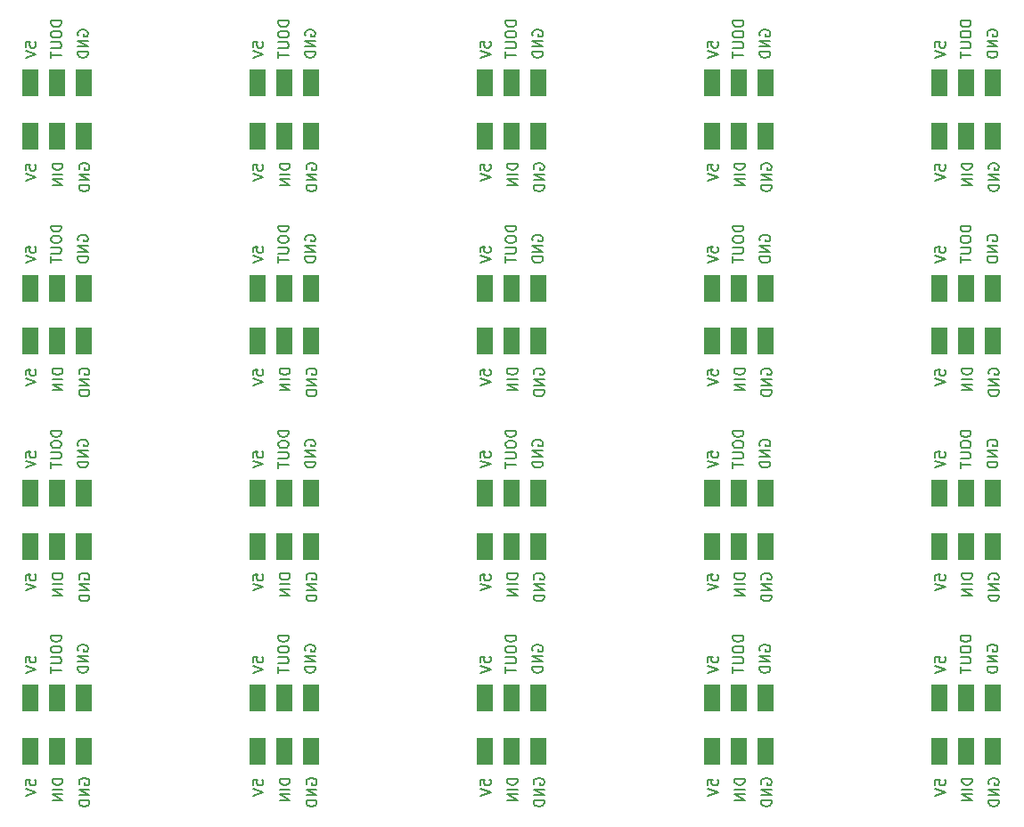
<source format=gbr>
%TF.GenerationSoftware,KiCad,Pcbnew,8.0.4*%
%TF.CreationDate,2024-10-17T13:25:31+11:00*%
%TF.ProjectId,panel,70616e65-6c2e-46b6-9963-61645f706362,rev?*%
%TF.SameCoordinates,Original*%
%TF.FileFunction,Legend,Bot*%
%TF.FilePolarity,Positive*%
%FSLAX46Y46*%
G04 Gerber Fmt 4.6, Leading zero omitted, Abs format (unit mm)*
G04 Created by KiCad (PCBNEW 8.0.4) date 2024-10-17 13:25:31*
%MOMM*%
%LPD*%
G01*
G04 APERTURE LIST*
G04 Aperture macros list*
%AMRoundRect*
0 Rectangle with rounded corners*
0 $1 Rounding radius*
0 $2 $3 $4 $5 $6 $7 $8 $9 X,Y pos of 4 corners*
0 Add a 4 corners polygon primitive as box body*
4,1,4,$2,$3,$4,$5,$6,$7,$8,$9,$2,$3,0*
0 Add four circle primitives for the rounded corners*
1,1,$1+$1,$2,$3*
1,1,$1+$1,$4,$5*
1,1,$1+$1,$6,$7*
1,1,$1+$1,$8,$9*
0 Add four rect primitives between the rounded corners*
20,1,$1+$1,$2,$3,$4,$5,0*
20,1,$1+$1,$4,$5,$6,$7,0*
20,1,$1+$1,$6,$7,$8,$9,0*
20,1,$1+$1,$8,$9,$2,$3,0*%
G04 Aperture macros list end*
%ADD10C,0.200000*%
%ADD11C,1.152000*%
%ADD12RoundRect,0.750000X-0.000010X1.250000X-0.000010X-1.250000X0.000010X-1.250000X0.000010X1.250000X0*%
%ADD13C,2.000000*%
G04 APERTURE END LIST*
D10*
X104771219Y-60876673D02*
X103771219Y-60876673D01*
X103771219Y-60876673D02*
X103771219Y-61114768D01*
X103771219Y-61114768D02*
X103818838Y-61257625D01*
X103818838Y-61257625D02*
X103914076Y-61352863D01*
X103914076Y-61352863D02*
X104009314Y-61400482D01*
X104009314Y-61400482D02*
X104199790Y-61448101D01*
X104199790Y-61448101D02*
X104342647Y-61448101D01*
X104342647Y-61448101D02*
X104533123Y-61400482D01*
X104533123Y-61400482D02*
X104628361Y-61352863D01*
X104628361Y-61352863D02*
X104723600Y-61257625D01*
X104723600Y-61257625D02*
X104771219Y-61114768D01*
X104771219Y-61114768D02*
X104771219Y-60876673D01*
X104771219Y-61876673D02*
X103771219Y-61876673D01*
X104771219Y-62352863D02*
X103771219Y-62352863D01*
X103771219Y-62352863D02*
X104771219Y-62924291D01*
X104771219Y-62924291D02*
X103771219Y-62924291D01*
X19958838Y-41900482D02*
X19911219Y-41805244D01*
X19911219Y-41805244D02*
X19911219Y-41662387D01*
X19911219Y-41662387D02*
X19958838Y-41519530D01*
X19958838Y-41519530D02*
X20054076Y-41424292D01*
X20054076Y-41424292D02*
X20149314Y-41376673D01*
X20149314Y-41376673D02*
X20339790Y-41329054D01*
X20339790Y-41329054D02*
X20482647Y-41329054D01*
X20482647Y-41329054D02*
X20673123Y-41376673D01*
X20673123Y-41376673D02*
X20768361Y-41424292D01*
X20768361Y-41424292D02*
X20863600Y-41519530D01*
X20863600Y-41519530D02*
X20911219Y-41662387D01*
X20911219Y-41662387D02*
X20911219Y-41757625D01*
X20911219Y-41757625D02*
X20863600Y-41900482D01*
X20863600Y-41900482D02*
X20815980Y-41948101D01*
X20815980Y-41948101D02*
X20482647Y-41948101D01*
X20482647Y-41948101D02*
X20482647Y-41757625D01*
X20911219Y-42376673D02*
X19911219Y-42376673D01*
X19911219Y-42376673D02*
X20911219Y-42948101D01*
X20911219Y-42948101D02*
X19911219Y-42948101D01*
X20911219Y-43424292D02*
X19911219Y-43424292D01*
X19911219Y-43424292D02*
X19911219Y-43662387D01*
X19911219Y-43662387D02*
X19958838Y-43805244D01*
X19958838Y-43805244D02*
X20054076Y-43900482D01*
X20054076Y-43900482D02*
X20149314Y-43948101D01*
X20149314Y-43948101D02*
X20339790Y-43995720D01*
X20339790Y-43995720D02*
X20482647Y-43995720D01*
X20482647Y-43995720D02*
X20673123Y-43948101D01*
X20673123Y-43948101D02*
X20768361Y-43900482D01*
X20768361Y-43900482D02*
X20863600Y-43805244D01*
X20863600Y-43805244D02*
X20911219Y-43662387D01*
X20911219Y-43662387D02*
X20911219Y-43424292D01*
X61444219Y-47287673D02*
X60444219Y-47287673D01*
X60444219Y-47287673D02*
X60444219Y-47525768D01*
X60444219Y-47525768D02*
X60491838Y-47668625D01*
X60491838Y-47668625D02*
X60587076Y-47763863D01*
X60587076Y-47763863D02*
X60682314Y-47811482D01*
X60682314Y-47811482D02*
X60872790Y-47859101D01*
X60872790Y-47859101D02*
X61015647Y-47859101D01*
X61015647Y-47859101D02*
X61206123Y-47811482D01*
X61206123Y-47811482D02*
X61301361Y-47763863D01*
X61301361Y-47763863D02*
X61396600Y-47668625D01*
X61396600Y-47668625D02*
X61444219Y-47525768D01*
X61444219Y-47525768D02*
X61444219Y-47287673D01*
X60444219Y-48478149D02*
X60444219Y-48668625D01*
X60444219Y-48668625D02*
X60491838Y-48763863D01*
X60491838Y-48763863D02*
X60587076Y-48859101D01*
X60587076Y-48859101D02*
X60777552Y-48906720D01*
X60777552Y-48906720D02*
X61110885Y-48906720D01*
X61110885Y-48906720D02*
X61301361Y-48859101D01*
X61301361Y-48859101D02*
X61396600Y-48763863D01*
X61396600Y-48763863D02*
X61444219Y-48668625D01*
X61444219Y-48668625D02*
X61444219Y-48478149D01*
X61444219Y-48478149D02*
X61396600Y-48382911D01*
X61396600Y-48382911D02*
X61301361Y-48287673D01*
X61301361Y-48287673D02*
X61110885Y-48240054D01*
X61110885Y-48240054D02*
X60777552Y-48240054D01*
X60777552Y-48240054D02*
X60587076Y-48287673D01*
X60587076Y-48287673D02*
X60491838Y-48382911D01*
X60491838Y-48382911D02*
X60444219Y-48478149D01*
X60444219Y-49335292D02*
X61253742Y-49335292D01*
X61253742Y-49335292D02*
X61348980Y-49382911D01*
X61348980Y-49382911D02*
X61396600Y-49430530D01*
X61396600Y-49430530D02*
X61444219Y-49525768D01*
X61444219Y-49525768D02*
X61444219Y-49716244D01*
X61444219Y-49716244D02*
X61396600Y-49811482D01*
X61396600Y-49811482D02*
X61348980Y-49859101D01*
X61348980Y-49859101D02*
X61253742Y-49906720D01*
X61253742Y-49906720D02*
X60444219Y-49906720D01*
X60444219Y-50240054D02*
X60444219Y-50811482D01*
X61444219Y-50525768D02*
X60444219Y-50525768D01*
X41431838Y-29200482D02*
X41384219Y-29105244D01*
X41384219Y-29105244D02*
X41384219Y-28962387D01*
X41384219Y-28962387D02*
X41431838Y-28819530D01*
X41431838Y-28819530D02*
X41527076Y-28724292D01*
X41527076Y-28724292D02*
X41622314Y-28676673D01*
X41622314Y-28676673D02*
X41812790Y-28629054D01*
X41812790Y-28629054D02*
X41955647Y-28629054D01*
X41955647Y-28629054D02*
X42146123Y-28676673D01*
X42146123Y-28676673D02*
X42241361Y-28724292D01*
X42241361Y-28724292D02*
X42336600Y-28819530D01*
X42336600Y-28819530D02*
X42384219Y-28962387D01*
X42384219Y-28962387D02*
X42384219Y-29057625D01*
X42384219Y-29057625D02*
X42336600Y-29200482D01*
X42336600Y-29200482D02*
X42288980Y-29248101D01*
X42288980Y-29248101D02*
X41955647Y-29248101D01*
X41955647Y-29248101D02*
X41955647Y-29057625D01*
X42384219Y-29676673D02*
X41384219Y-29676673D01*
X41384219Y-29676673D02*
X42384219Y-30248101D01*
X42384219Y-30248101D02*
X41384219Y-30248101D01*
X42384219Y-30724292D02*
X41384219Y-30724292D01*
X41384219Y-30724292D02*
X41384219Y-30962387D01*
X41384219Y-30962387D02*
X41431838Y-31105244D01*
X41431838Y-31105244D02*
X41527076Y-31200482D01*
X41527076Y-31200482D02*
X41622314Y-31248101D01*
X41622314Y-31248101D02*
X41812790Y-31295720D01*
X41812790Y-31295720D02*
X41955647Y-31295720D01*
X41955647Y-31295720D02*
X42146123Y-31248101D01*
X42146123Y-31248101D02*
X42241361Y-31200482D01*
X42241361Y-31200482D02*
X42336600Y-31105244D01*
X42336600Y-31105244D02*
X42384219Y-30962387D01*
X42384219Y-30962387D02*
X42384219Y-30724292D01*
X63158838Y-80900482D02*
X63111219Y-80805244D01*
X63111219Y-80805244D02*
X63111219Y-80662387D01*
X63111219Y-80662387D02*
X63158838Y-80519530D01*
X63158838Y-80519530D02*
X63254076Y-80424292D01*
X63254076Y-80424292D02*
X63349314Y-80376673D01*
X63349314Y-80376673D02*
X63539790Y-80329054D01*
X63539790Y-80329054D02*
X63682647Y-80329054D01*
X63682647Y-80329054D02*
X63873123Y-80376673D01*
X63873123Y-80376673D02*
X63968361Y-80424292D01*
X63968361Y-80424292D02*
X64063600Y-80519530D01*
X64063600Y-80519530D02*
X64111219Y-80662387D01*
X64111219Y-80662387D02*
X64111219Y-80757625D01*
X64111219Y-80757625D02*
X64063600Y-80900482D01*
X64063600Y-80900482D02*
X64015980Y-80948101D01*
X64015980Y-80948101D02*
X63682647Y-80948101D01*
X63682647Y-80948101D02*
X63682647Y-80757625D01*
X64111219Y-81376673D02*
X63111219Y-81376673D01*
X63111219Y-81376673D02*
X64111219Y-81948101D01*
X64111219Y-81948101D02*
X63111219Y-81948101D01*
X64111219Y-82424292D02*
X63111219Y-82424292D01*
X63111219Y-82424292D02*
X63111219Y-82662387D01*
X63111219Y-82662387D02*
X63158838Y-82805244D01*
X63158838Y-82805244D02*
X63254076Y-82900482D01*
X63254076Y-82900482D02*
X63349314Y-82948101D01*
X63349314Y-82948101D02*
X63539790Y-82995720D01*
X63539790Y-82995720D02*
X63682647Y-82995720D01*
X63682647Y-82995720D02*
X63873123Y-82948101D01*
X63873123Y-82948101D02*
X63968361Y-82900482D01*
X63968361Y-82900482D02*
X64063600Y-82805244D01*
X64063600Y-82805244D02*
X64111219Y-82662387D01*
X64111219Y-82662387D02*
X64111219Y-82424292D01*
X106358838Y-80900482D02*
X106311219Y-80805244D01*
X106311219Y-80805244D02*
X106311219Y-80662387D01*
X106311219Y-80662387D02*
X106358838Y-80519530D01*
X106358838Y-80519530D02*
X106454076Y-80424292D01*
X106454076Y-80424292D02*
X106549314Y-80376673D01*
X106549314Y-80376673D02*
X106739790Y-80329054D01*
X106739790Y-80329054D02*
X106882647Y-80329054D01*
X106882647Y-80329054D02*
X107073123Y-80376673D01*
X107073123Y-80376673D02*
X107168361Y-80424292D01*
X107168361Y-80424292D02*
X107263600Y-80519530D01*
X107263600Y-80519530D02*
X107311219Y-80662387D01*
X107311219Y-80662387D02*
X107311219Y-80757625D01*
X107311219Y-80757625D02*
X107263600Y-80900482D01*
X107263600Y-80900482D02*
X107215980Y-80948101D01*
X107215980Y-80948101D02*
X106882647Y-80948101D01*
X106882647Y-80948101D02*
X106882647Y-80757625D01*
X107311219Y-81376673D02*
X106311219Y-81376673D01*
X106311219Y-81376673D02*
X107311219Y-81948101D01*
X107311219Y-81948101D02*
X106311219Y-81948101D01*
X107311219Y-82424292D02*
X106311219Y-82424292D01*
X106311219Y-82424292D02*
X106311219Y-82662387D01*
X106311219Y-82662387D02*
X106358838Y-82805244D01*
X106358838Y-82805244D02*
X106454076Y-82900482D01*
X106454076Y-82900482D02*
X106549314Y-82948101D01*
X106549314Y-82948101D02*
X106739790Y-82995720D01*
X106739790Y-82995720D02*
X106882647Y-82995720D01*
X106882647Y-82995720D02*
X107073123Y-82948101D01*
X107073123Y-82948101D02*
X107168361Y-82900482D01*
X107168361Y-82900482D02*
X107263600Y-82805244D01*
X107263600Y-82805244D02*
X107311219Y-82662387D01*
X107311219Y-82662387D02*
X107311219Y-82424292D01*
X79631219Y-41979863D02*
X79631219Y-41503673D01*
X79631219Y-41503673D02*
X80107409Y-41456054D01*
X80107409Y-41456054D02*
X80059790Y-41503673D01*
X80059790Y-41503673D02*
X80012171Y-41598911D01*
X80012171Y-41598911D02*
X80012171Y-41837006D01*
X80012171Y-41837006D02*
X80059790Y-41932244D01*
X80059790Y-41932244D02*
X80107409Y-41979863D01*
X80107409Y-41979863D02*
X80202647Y-42027482D01*
X80202647Y-42027482D02*
X80440742Y-42027482D01*
X80440742Y-42027482D02*
X80535980Y-41979863D01*
X80535980Y-41979863D02*
X80583600Y-41932244D01*
X80583600Y-41932244D02*
X80631219Y-41837006D01*
X80631219Y-41837006D02*
X80631219Y-41598911D01*
X80631219Y-41598911D02*
X80583600Y-41503673D01*
X80583600Y-41503673D02*
X80535980Y-41456054D01*
X79631219Y-42313197D02*
X80631219Y-42646530D01*
X80631219Y-42646530D02*
X79631219Y-42979863D01*
X58031219Y-41979863D02*
X58031219Y-41503673D01*
X58031219Y-41503673D02*
X58507409Y-41456054D01*
X58507409Y-41456054D02*
X58459790Y-41503673D01*
X58459790Y-41503673D02*
X58412171Y-41598911D01*
X58412171Y-41598911D02*
X58412171Y-41837006D01*
X58412171Y-41837006D02*
X58459790Y-41932244D01*
X58459790Y-41932244D02*
X58507409Y-41979863D01*
X58507409Y-41979863D02*
X58602647Y-42027482D01*
X58602647Y-42027482D02*
X58840742Y-42027482D01*
X58840742Y-42027482D02*
X58935980Y-41979863D01*
X58935980Y-41979863D02*
X58983600Y-41932244D01*
X58983600Y-41932244D02*
X59031219Y-41837006D01*
X59031219Y-41837006D02*
X59031219Y-41598911D01*
X59031219Y-41598911D02*
X58983600Y-41503673D01*
X58983600Y-41503673D02*
X58935980Y-41456054D01*
X58031219Y-42313197D02*
X59031219Y-42646530D01*
X59031219Y-42646530D02*
X58031219Y-42979863D01*
X84758838Y-80900482D02*
X84711219Y-80805244D01*
X84711219Y-80805244D02*
X84711219Y-80662387D01*
X84711219Y-80662387D02*
X84758838Y-80519530D01*
X84758838Y-80519530D02*
X84854076Y-80424292D01*
X84854076Y-80424292D02*
X84949314Y-80376673D01*
X84949314Y-80376673D02*
X85139790Y-80329054D01*
X85139790Y-80329054D02*
X85282647Y-80329054D01*
X85282647Y-80329054D02*
X85473123Y-80376673D01*
X85473123Y-80376673D02*
X85568361Y-80424292D01*
X85568361Y-80424292D02*
X85663600Y-80519530D01*
X85663600Y-80519530D02*
X85711219Y-80662387D01*
X85711219Y-80662387D02*
X85711219Y-80757625D01*
X85711219Y-80757625D02*
X85663600Y-80900482D01*
X85663600Y-80900482D02*
X85615980Y-80948101D01*
X85615980Y-80948101D02*
X85282647Y-80948101D01*
X85282647Y-80948101D02*
X85282647Y-80757625D01*
X85711219Y-81376673D02*
X84711219Y-81376673D01*
X84711219Y-81376673D02*
X85711219Y-81948101D01*
X85711219Y-81948101D02*
X84711219Y-81948101D01*
X85711219Y-82424292D02*
X84711219Y-82424292D01*
X84711219Y-82424292D02*
X84711219Y-82662387D01*
X84711219Y-82662387D02*
X84758838Y-82805244D01*
X84758838Y-82805244D02*
X84854076Y-82900482D01*
X84854076Y-82900482D02*
X84949314Y-82948101D01*
X84949314Y-82948101D02*
X85139790Y-82995720D01*
X85139790Y-82995720D02*
X85282647Y-82995720D01*
X85282647Y-82995720D02*
X85473123Y-82948101D01*
X85473123Y-82948101D02*
X85568361Y-82900482D01*
X85568361Y-82900482D02*
X85663600Y-82805244D01*
X85663600Y-82805244D02*
X85711219Y-82662387D01*
X85711219Y-82662387D02*
X85711219Y-82424292D01*
X14831219Y-80979863D02*
X14831219Y-80503673D01*
X14831219Y-80503673D02*
X15307409Y-80456054D01*
X15307409Y-80456054D02*
X15259790Y-80503673D01*
X15259790Y-80503673D02*
X15212171Y-80598911D01*
X15212171Y-80598911D02*
X15212171Y-80837006D01*
X15212171Y-80837006D02*
X15259790Y-80932244D01*
X15259790Y-80932244D02*
X15307409Y-80979863D01*
X15307409Y-80979863D02*
X15402647Y-81027482D01*
X15402647Y-81027482D02*
X15640742Y-81027482D01*
X15640742Y-81027482D02*
X15735980Y-80979863D01*
X15735980Y-80979863D02*
X15783600Y-80932244D01*
X15783600Y-80932244D02*
X15831219Y-80837006D01*
X15831219Y-80837006D02*
X15831219Y-80598911D01*
X15831219Y-80598911D02*
X15783600Y-80503673D01*
X15783600Y-80503673D02*
X15735980Y-80456054D01*
X14831219Y-81313197D02*
X15831219Y-81646530D01*
X15831219Y-81646530D02*
X14831219Y-81979863D01*
X84631838Y-29200482D02*
X84584219Y-29105244D01*
X84584219Y-29105244D02*
X84584219Y-28962387D01*
X84584219Y-28962387D02*
X84631838Y-28819530D01*
X84631838Y-28819530D02*
X84727076Y-28724292D01*
X84727076Y-28724292D02*
X84822314Y-28676673D01*
X84822314Y-28676673D02*
X85012790Y-28629054D01*
X85012790Y-28629054D02*
X85155647Y-28629054D01*
X85155647Y-28629054D02*
X85346123Y-28676673D01*
X85346123Y-28676673D02*
X85441361Y-28724292D01*
X85441361Y-28724292D02*
X85536600Y-28819530D01*
X85536600Y-28819530D02*
X85584219Y-28962387D01*
X85584219Y-28962387D02*
X85584219Y-29057625D01*
X85584219Y-29057625D02*
X85536600Y-29200482D01*
X85536600Y-29200482D02*
X85488980Y-29248101D01*
X85488980Y-29248101D02*
X85155647Y-29248101D01*
X85155647Y-29248101D02*
X85155647Y-29057625D01*
X85584219Y-29676673D02*
X84584219Y-29676673D01*
X84584219Y-29676673D02*
X85584219Y-30248101D01*
X85584219Y-30248101D02*
X84584219Y-30248101D01*
X85584219Y-30724292D02*
X84584219Y-30724292D01*
X84584219Y-30724292D02*
X84584219Y-30962387D01*
X84584219Y-30962387D02*
X84631838Y-31105244D01*
X84631838Y-31105244D02*
X84727076Y-31200482D01*
X84727076Y-31200482D02*
X84822314Y-31248101D01*
X84822314Y-31248101D02*
X85012790Y-31295720D01*
X85012790Y-31295720D02*
X85155647Y-31295720D01*
X85155647Y-31295720D02*
X85346123Y-31248101D01*
X85346123Y-31248101D02*
X85441361Y-31200482D01*
X85441361Y-31200482D02*
X85536600Y-31105244D01*
X85536600Y-31105244D02*
X85584219Y-30962387D01*
X85584219Y-30962387D02*
X85584219Y-30724292D01*
X83044219Y-66787673D02*
X82044219Y-66787673D01*
X82044219Y-66787673D02*
X82044219Y-67025768D01*
X82044219Y-67025768D02*
X82091838Y-67168625D01*
X82091838Y-67168625D02*
X82187076Y-67263863D01*
X82187076Y-67263863D02*
X82282314Y-67311482D01*
X82282314Y-67311482D02*
X82472790Y-67359101D01*
X82472790Y-67359101D02*
X82615647Y-67359101D01*
X82615647Y-67359101D02*
X82806123Y-67311482D01*
X82806123Y-67311482D02*
X82901361Y-67263863D01*
X82901361Y-67263863D02*
X82996600Y-67168625D01*
X82996600Y-67168625D02*
X83044219Y-67025768D01*
X83044219Y-67025768D02*
X83044219Y-66787673D01*
X82044219Y-67978149D02*
X82044219Y-68168625D01*
X82044219Y-68168625D02*
X82091838Y-68263863D01*
X82091838Y-68263863D02*
X82187076Y-68359101D01*
X82187076Y-68359101D02*
X82377552Y-68406720D01*
X82377552Y-68406720D02*
X82710885Y-68406720D01*
X82710885Y-68406720D02*
X82901361Y-68359101D01*
X82901361Y-68359101D02*
X82996600Y-68263863D01*
X82996600Y-68263863D02*
X83044219Y-68168625D01*
X83044219Y-68168625D02*
X83044219Y-67978149D01*
X83044219Y-67978149D02*
X82996600Y-67882911D01*
X82996600Y-67882911D02*
X82901361Y-67787673D01*
X82901361Y-67787673D02*
X82710885Y-67740054D01*
X82710885Y-67740054D02*
X82377552Y-67740054D01*
X82377552Y-67740054D02*
X82187076Y-67787673D01*
X82187076Y-67787673D02*
X82091838Y-67882911D01*
X82091838Y-67882911D02*
X82044219Y-67978149D01*
X82044219Y-68835292D02*
X82853742Y-68835292D01*
X82853742Y-68835292D02*
X82948980Y-68882911D01*
X82948980Y-68882911D02*
X82996600Y-68930530D01*
X82996600Y-68930530D02*
X83044219Y-69025768D01*
X83044219Y-69025768D02*
X83044219Y-69216244D01*
X83044219Y-69216244D02*
X82996600Y-69311482D01*
X82996600Y-69311482D02*
X82948980Y-69359101D01*
X82948980Y-69359101D02*
X82853742Y-69406720D01*
X82853742Y-69406720D02*
X82044219Y-69406720D01*
X82044219Y-69740054D02*
X82044219Y-70311482D01*
X83044219Y-70025768D02*
X82044219Y-70025768D01*
X39844219Y-27787673D02*
X38844219Y-27787673D01*
X38844219Y-27787673D02*
X38844219Y-28025768D01*
X38844219Y-28025768D02*
X38891838Y-28168625D01*
X38891838Y-28168625D02*
X38987076Y-28263863D01*
X38987076Y-28263863D02*
X39082314Y-28311482D01*
X39082314Y-28311482D02*
X39272790Y-28359101D01*
X39272790Y-28359101D02*
X39415647Y-28359101D01*
X39415647Y-28359101D02*
X39606123Y-28311482D01*
X39606123Y-28311482D02*
X39701361Y-28263863D01*
X39701361Y-28263863D02*
X39796600Y-28168625D01*
X39796600Y-28168625D02*
X39844219Y-28025768D01*
X39844219Y-28025768D02*
X39844219Y-27787673D01*
X38844219Y-28978149D02*
X38844219Y-29168625D01*
X38844219Y-29168625D02*
X38891838Y-29263863D01*
X38891838Y-29263863D02*
X38987076Y-29359101D01*
X38987076Y-29359101D02*
X39177552Y-29406720D01*
X39177552Y-29406720D02*
X39510885Y-29406720D01*
X39510885Y-29406720D02*
X39701361Y-29359101D01*
X39701361Y-29359101D02*
X39796600Y-29263863D01*
X39796600Y-29263863D02*
X39844219Y-29168625D01*
X39844219Y-29168625D02*
X39844219Y-28978149D01*
X39844219Y-28978149D02*
X39796600Y-28882911D01*
X39796600Y-28882911D02*
X39701361Y-28787673D01*
X39701361Y-28787673D02*
X39510885Y-28740054D01*
X39510885Y-28740054D02*
X39177552Y-28740054D01*
X39177552Y-28740054D02*
X38987076Y-28787673D01*
X38987076Y-28787673D02*
X38891838Y-28882911D01*
X38891838Y-28882911D02*
X38844219Y-28978149D01*
X38844219Y-29835292D02*
X39653742Y-29835292D01*
X39653742Y-29835292D02*
X39748980Y-29882911D01*
X39748980Y-29882911D02*
X39796600Y-29930530D01*
X39796600Y-29930530D02*
X39844219Y-30025768D01*
X39844219Y-30025768D02*
X39844219Y-30216244D01*
X39844219Y-30216244D02*
X39796600Y-30311482D01*
X39796600Y-30311482D02*
X39748980Y-30359101D01*
X39748980Y-30359101D02*
X39653742Y-30406720D01*
X39653742Y-30406720D02*
X38844219Y-30406720D01*
X38844219Y-30740054D02*
X38844219Y-31311482D01*
X39844219Y-31025768D02*
X38844219Y-31025768D01*
X14831219Y-30295863D02*
X14831219Y-29819673D01*
X14831219Y-29819673D02*
X15307409Y-29772054D01*
X15307409Y-29772054D02*
X15259790Y-29819673D01*
X15259790Y-29819673D02*
X15212171Y-29914911D01*
X15212171Y-29914911D02*
X15212171Y-30153006D01*
X15212171Y-30153006D02*
X15259790Y-30248244D01*
X15259790Y-30248244D02*
X15307409Y-30295863D01*
X15307409Y-30295863D02*
X15402647Y-30343482D01*
X15402647Y-30343482D02*
X15640742Y-30343482D01*
X15640742Y-30343482D02*
X15735980Y-30295863D01*
X15735980Y-30295863D02*
X15783600Y-30248244D01*
X15783600Y-30248244D02*
X15831219Y-30153006D01*
X15831219Y-30153006D02*
X15831219Y-29914911D01*
X15831219Y-29914911D02*
X15783600Y-29819673D01*
X15783600Y-29819673D02*
X15735980Y-29772054D01*
X14831219Y-30629197D02*
X15831219Y-30962530D01*
X15831219Y-30962530D02*
X14831219Y-31295863D01*
X61571219Y-21876673D02*
X60571219Y-21876673D01*
X60571219Y-21876673D02*
X60571219Y-22114768D01*
X60571219Y-22114768D02*
X60618838Y-22257625D01*
X60618838Y-22257625D02*
X60714076Y-22352863D01*
X60714076Y-22352863D02*
X60809314Y-22400482D01*
X60809314Y-22400482D02*
X60999790Y-22448101D01*
X60999790Y-22448101D02*
X61142647Y-22448101D01*
X61142647Y-22448101D02*
X61333123Y-22400482D01*
X61333123Y-22400482D02*
X61428361Y-22352863D01*
X61428361Y-22352863D02*
X61523600Y-22257625D01*
X61523600Y-22257625D02*
X61571219Y-22114768D01*
X61571219Y-22114768D02*
X61571219Y-21876673D01*
X61571219Y-22876673D02*
X60571219Y-22876673D01*
X61571219Y-23352863D02*
X60571219Y-23352863D01*
X60571219Y-23352863D02*
X61571219Y-23924291D01*
X61571219Y-23924291D02*
X60571219Y-23924291D01*
X19958838Y-80900482D02*
X19911219Y-80805244D01*
X19911219Y-80805244D02*
X19911219Y-80662387D01*
X19911219Y-80662387D02*
X19958838Y-80519530D01*
X19958838Y-80519530D02*
X20054076Y-80424292D01*
X20054076Y-80424292D02*
X20149314Y-80376673D01*
X20149314Y-80376673D02*
X20339790Y-80329054D01*
X20339790Y-80329054D02*
X20482647Y-80329054D01*
X20482647Y-80329054D02*
X20673123Y-80376673D01*
X20673123Y-80376673D02*
X20768361Y-80424292D01*
X20768361Y-80424292D02*
X20863600Y-80519530D01*
X20863600Y-80519530D02*
X20911219Y-80662387D01*
X20911219Y-80662387D02*
X20911219Y-80757625D01*
X20911219Y-80757625D02*
X20863600Y-80900482D01*
X20863600Y-80900482D02*
X20815980Y-80948101D01*
X20815980Y-80948101D02*
X20482647Y-80948101D01*
X20482647Y-80948101D02*
X20482647Y-80757625D01*
X20911219Y-81376673D02*
X19911219Y-81376673D01*
X19911219Y-81376673D02*
X20911219Y-81948101D01*
X20911219Y-81948101D02*
X19911219Y-81948101D01*
X20911219Y-82424292D02*
X19911219Y-82424292D01*
X19911219Y-82424292D02*
X19911219Y-82662387D01*
X19911219Y-82662387D02*
X19958838Y-82805244D01*
X19958838Y-82805244D02*
X20054076Y-82900482D01*
X20054076Y-82900482D02*
X20149314Y-82948101D01*
X20149314Y-82948101D02*
X20339790Y-82995720D01*
X20339790Y-82995720D02*
X20482647Y-82995720D01*
X20482647Y-82995720D02*
X20673123Y-82948101D01*
X20673123Y-82948101D02*
X20768361Y-82900482D01*
X20768361Y-82900482D02*
X20863600Y-82805244D01*
X20863600Y-82805244D02*
X20911219Y-82662387D01*
X20911219Y-82662387D02*
X20911219Y-82424292D01*
X106231838Y-68200482D02*
X106184219Y-68105244D01*
X106184219Y-68105244D02*
X106184219Y-67962387D01*
X106184219Y-67962387D02*
X106231838Y-67819530D01*
X106231838Y-67819530D02*
X106327076Y-67724292D01*
X106327076Y-67724292D02*
X106422314Y-67676673D01*
X106422314Y-67676673D02*
X106612790Y-67629054D01*
X106612790Y-67629054D02*
X106755647Y-67629054D01*
X106755647Y-67629054D02*
X106946123Y-67676673D01*
X106946123Y-67676673D02*
X107041361Y-67724292D01*
X107041361Y-67724292D02*
X107136600Y-67819530D01*
X107136600Y-67819530D02*
X107184219Y-67962387D01*
X107184219Y-67962387D02*
X107184219Y-68057625D01*
X107184219Y-68057625D02*
X107136600Y-68200482D01*
X107136600Y-68200482D02*
X107088980Y-68248101D01*
X107088980Y-68248101D02*
X106755647Y-68248101D01*
X106755647Y-68248101D02*
X106755647Y-68057625D01*
X107184219Y-68676673D02*
X106184219Y-68676673D01*
X106184219Y-68676673D02*
X107184219Y-69248101D01*
X107184219Y-69248101D02*
X106184219Y-69248101D01*
X107184219Y-69724292D02*
X106184219Y-69724292D01*
X106184219Y-69724292D02*
X106184219Y-69962387D01*
X106184219Y-69962387D02*
X106231838Y-70105244D01*
X106231838Y-70105244D02*
X106327076Y-70200482D01*
X106327076Y-70200482D02*
X106422314Y-70248101D01*
X106422314Y-70248101D02*
X106612790Y-70295720D01*
X106612790Y-70295720D02*
X106755647Y-70295720D01*
X106755647Y-70295720D02*
X106946123Y-70248101D01*
X106946123Y-70248101D02*
X107041361Y-70200482D01*
X107041361Y-70200482D02*
X107136600Y-70105244D01*
X107136600Y-70105244D02*
X107184219Y-69962387D01*
X107184219Y-69962387D02*
X107184219Y-69724292D01*
X36431219Y-41979863D02*
X36431219Y-41503673D01*
X36431219Y-41503673D02*
X36907409Y-41456054D01*
X36907409Y-41456054D02*
X36859790Y-41503673D01*
X36859790Y-41503673D02*
X36812171Y-41598911D01*
X36812171Y-41598911D02*
X36812171Y-41837006D01*
X36812171Y-41837006D02*
X36859790Y-41932244D01*
X36859790Y-41932244D02*
X36907409Y-41979863D01*
X36907409Y-41979863D02*
X37002647Y-42027482D01*
X37002647Y-42027482D02*
X37240742Y-42027482D01*
X37240742Y-42027482D02*
X37335980Y-41979863D01*
X37335980Y-41979863D02*
X37383600Y-41932244D01*
X37383600Y-41932244D02*
X37431219Y-41837006D01*
X37431219Y-41837006D02*
X37431219Y-41598911D01*
X37431219Y-41598911D02*
X37383600Y-41503673D01*
X37383600Y-41503673D02*
X37335980Y-41456054D01*
X36431219Y-42313197D02*
X37431219Y-42646530D01*
X37431219Y-42646530D02*
X36431219Y-42979863D01*
X83171219Y-41376673D02*
X82171219Y-41376673D01*
X82171219Y-41376673D02*
X82171219Y-41614768D01*
X82171219Y-41614768D02*
X82218838Y-41757625D01*
X82218838Y-41757625D02*
X82314076Y-41852863D01*
X82314076Y-41852863D02*
X82409314Y-41900482D01*
X82409314Y-41900482D02*
X82599790Y-41948101D01*
X82599790Y-41948101D02*
X82742647Y-41948101D01*
X82742647Y-41948101D02*
X82933123Y-41900482D01*
X82933123Y-41900482D02*
X83028361Y-41852863D01*
X83028361Y-41852863D02*
X83123600Y-41757625D01*
X83123600Y-41757625D02*
X83171219Y-41614768D01*
X83171219Y-41614768D02*
X83171219Y-41376673D01*
X83171219Y-42376673D02*
X82171219Y-42376673D01*
X83171219Y-42852863D02*
X82171219Y-42852863D01*
X82171219Y-42852863D02*
X83171219Y-43424291D01*
X83171219Y-43424291D02*
X82171219Y-43424291D01*
X101231219Y-80979863D02*
X101231219Y-80503673D01*
X101231219Y-80503673D02*
X101707409Y-80456054D01*
X101707409Y-80456054D02*
X101659790Y-80503673D01*
X101659790Y-80503673D02*
X101612171Y-80598911D01*
X101612171Y-80598911D02*
X101612171Y-80837006D01*
X101612171Y-80837006D02*
X101659790Y-80932244D01*
X101659790Y-80932244D02*
X101707409Y-80979863D01*
X101707409Y-80979863D02*
X101802647Y-81027482D01*
X101802647Y-81027482D02*
X102040742Y-81027482D01*
X102040742Y-81027482D02*
X102135980Y-80979863D01*
X102135980Y-80979863D02*
X102183600Y-80932244D01*
X102183600Y-80932244D02*
X102231219Y-80837006D01*
X102231219Y-80837006D02*
X102231219Y-80598911D01*
X102231219Y-80598911D02*
X102183600Y-80503673D01*
X102183600Y-80503673D02*
X102135980Y-80456054D01*
X101231219Y-81313197D02*
X102231219Y-81646530D01*
X102231219Y-81646530D02*
X101231219Y-81979863D01*
X14831219Y-61479863D02*
X14831219Y-61003673D01*
X14831219Y-61003673D02*
X15307409Y-60956054D01*
X15307409Y-60956054D02*
X15259790Y-61003673D01*
X15259790Y-61003673D02*
X15212171Y-61098911D01*
X15212171Y-61098911D02*
X15212171Y-61337006D01*
X15212171Y-61337006D02*
X15259790Y-61432244D01*
X15259790Y-61432244D02*
X15307409Y-61479863D01*
X15307409Y-61479863D02*
X15402647Y-61527482D01*
X15402647Y-61527482D02*
X15640742Y-61527482D01*
X15640742Y-61527482D02*
X15735980Y-61479863D01*
X15735980Y-61479863D02*
X15783600Y-61432244D01*
X15783600Y-61432244D02*
X15831219Y-61337006D01*
X15831219Y-61337006D02*
X15831219Y-61098911D01*
X15831219Y-61098911D02*
X15783600Y-61003673D01*
X15783600Y-61003673D02*
X15735980Y-60956054D01*
X14831219Y-61813197D02*
X15831219Y-62146530D01*
X15831219Y-62146530D02*
X14831219Y-62479863D01*
X39971219Y-80376673D02*
X38971219Y-80376673D01*
X38971219Y-80376673D02*
X38971219Y-80614768D01*
X38971219Y-80614768D02*
X39018838Y-80757625D01*
X39018838Y-80757625D02*
X39114076Y-80852863D01*
X39114076Y-80852863D02*
X39209314Y-80900482D01*
X39209314Y-80900482D02*
X39399790Y-80948101D01*
X39399790Y-80948101D02*
X39542647Y-80948101D01*
X39542647Y-80948101D02*
X39733123Y-80900482D01*
X39733123Y-80900482D02*
X39828361Y-80852863D01*
X39828361Y-80852863D02*
X39923600Y-80757625D01*
X39923600Y-80757625D02*
X39971219Y-80614768D01*
X39971219Y-80614768D02*
X39971219Y-80376673D01*
X39971219Y-81376673D02*
X38971219Y-81376673D01*
X39971219Y-81852863D02*
X38971219Y-81852863D01*
X38971219Y-81852863D02*
X39971219Y-82424291D01*
X39971219Y-82424291D02*
X38971219Y-82424291D01*
X19831838Y-48700482D02*
X19784219Y-48605244D01*
X19784219Y-48605244D02*
X19784219Y-48462387D01*
X19784219Y-48462387D02*
X19831838Y-48319530D01*
X19831838Y-48319530D02*
X19927076Y-48224292D01*
X19927076Y-48224292D02*
X20022314Y-48176673D01*
X20022314Y-48176673D02*
X20212790Y-48129054D01*
X20212790Y-48129054D02*
X20355647Y-48129054D01*
X20355647Y-48129054D02*
X20546123Y-48176673D01*
X20546123Y-48176673D02*
X20641361Y-48224292D01*
X20641361Y-48224292D02*
X20736600Y-48319530D01*
X20736600Y-48319530D02*
X20784219Y-48462387D01*
X20784219Y-48462387D02*
X20784219Y-48557625D01*
X20784219Y-48557625D02*
X20736600Y-48700482D01*
X20736600Y-48700482D02*
X20688980Y-48748101D01*
X20688980Y-48748101D02*
X20355647Y-48748101D01*
X20355647Y-48748101D02*
X20355647Y-48557625D01*
X20784219Y-49176673D02*
X19784219Y-49176673D01*
X19784219Y-49176673D02*
X20784219Y-49748101D01*
X20784219Y-49748101D02*
X19784219Y-49748101D01*
X20784219Y-50224292D02*
X19784219Y-50224292D01*
X19784219Y-50224292D02*
X19784219Y-50462387D01*
X19784219Y-50462387D02*
X19831838Y-50605244D01*
X19831838Y-50605244D02*
X19927076Y-50700482D01*
X19927076Y-50700482D02*
X20022314Y-50748101D01*
X20022314Y-50748101D02*
X20212790Y-50795720D01*
X20212790Y-50795720D02*
X20355647Y-50795720D01*
X20355647Y-50795720D02*
X20546123Y-50748101D01*
X20546123Y-50748101D02*
X20641361Y-50700482D01*
X20641361Y-50700482D02*
X20736600Y-50605244D01*
X20736600Y-50605244D02*
X20784219Y-50462387D01*
X20784219Y-50462387D02*
X20784219Y-50224292D01*
X106358838Y-41900482D02*
X106311219Y-41805244D01*
X106311219Y-41805244D02*
X106311219Y-41662387D01*
X106311219Y-41662387D02*
X106358838Y-41519530D01*
X106358838Y-41519530D02*
X106454076Y-41424292D01*
X106454076Y-41424292D02*
X106549314Y-41376673D01*
X106549314Y-41376673D02*
X106739790Y-41329054D01*
X106739790Y-41329054D02*
X106882647Y-41329054D01*
X106882647Y-41329054D02*
X107073123Y-41376673D01*
X107073123Y-41376673D02*
X107168361Y-41424292D01*
X107168361Y-41424292D02*
X107263600Y-41519530D01*
X107263600Y-41519530D02*
X107311219Y-41662387D01*
X107311219Y-41662387D02*
X107311219Y-41757625D01*
X107311219Y-41757625D02*
X107263600Y-41900482D01*
X107263600Y-41900482D02*
X107215980Y-41948101D01*
X107215980Y-41948101D02*
X106882647Y-41948101D01*
X106882647Y-41948101D02*
X106882647Y-41757625D01*
X107311219Y-42376673D02*
X106311219Y-42376673D01*
X106311219Y-42376673D02*
X107311219Y-42948101D01*
X107311219Y-42948101D02*
X106311219Y-42948101D01*
X107311219Y-43424292D02*
X106311219Y-43424292D01*
X106311219Y-43424292D02*
X106311219Y-43662387D01*
X106311219Y-43662387D02*
X106358838Y-43805244D01*
X106358838Y-43805244D02*
X106454076Y-43900482D01*
X106454076Y-43900482D02*
X106549314Y-43948101D01*
X106549314Y-43948101D02*
X106739790Y-43995720D01*
X106739790Y-43995720D02*
X106882647Y-43995720D01*
X106882647Y-43995720D02*
X107073123Y-43948101D01*
X107073123Y-43948101D02*
X107168361Y-43900482D01*
X107168361Y-43900482D02*
X107263600Y-43805244D01*
X107263600Y-43805244D02*
X107311219Y-43662387D01*
X107311219Y-43662387D02*
X107311219Y-43424292D01*
X104644219Y-66787673D02*
X103644219Y-66787673D01*
X103644219Y-66787673D02*
X103644219Y-67025768D01*
X103644219Y-67025768D02*
X103691838Y-67168625D01*
X103691838Y-67168625D02*
X103787076Y-67263863D01*
X103787076Y-67263863D02*
X103882314Y-67311482D01*
X103882314Y-67311482D02*
X104072790Y-67359101D01*
X104072790Y-67359101D02*
X104215647Y-67359101D01*
X104215647Y-67359101D02*
X104406123Y-67311482D01*
X104406123Y-67311482D02*
X104501361Y-67263863D01*
X104501361Y-67263863D02*
X104596600Y-67168625D01*
X104596600Y-67168625D02*
X104644219Y-67025768D01*
X104644219Y-67025768D02*
X104644219Y-66787673D01*
X103644219Y-67978149D02*
X103644219Y-68168625D01*
X103644219Y-68168625D02*
X103691838Y-68263863D01*
X103691838Y-68263863D02*
X103787076Y-68359101D01*
X103787076Y-68359101D02*
X103977552Y-68406720D01*
X103977552Y-68406720D02*
X104310885Y-68406720D01*
X104310885Y-68406720D02*
X104501361Y-68359101D01*
X104501361Y-68359101D02*
X104596600Y-68263863D01*
X104596600Y-68263863D02*
X104644219Y-68168625D01*
X104644219Y-68168625D02*
X104644219Y-67978149D01*
X104644219Y-67978149D02*
X104596600Y-67882911D01*
X104596600Y-67882911D02*
X104501361Y-67787673D01*
X104501361Y-67787673D02*
X104310885Y-67740054D01*
X104310885Y-67740054D02*
X103977552Y-67740054D01*
X103977552Y-67740054D02*
X103787076Y-67787673D01*
X103787076Y-67787673D02*
X103691838Y-67882911D01*
X103691838Y-67882911D02*
X103644219Y-67978149D01*
X103644219Y-68835292D02*
X104453742Y-68835292D01*
X104453742Y-68835292D02*
X104548980Y-68882911D01*
X104548980Y-68882911D02*
X104596600Y-68930530D01*
X104596600Y-68930530D02*
X104644219Y-69025768D01*
X104644219Y-69025768D02*
X104644219Y-69216244D01*
X104644219Y-69216244D02*
X104596600Y-69311482D01*
X104596600Y-69311482D02*
X104548980Y-69359101D01*
X104548980Y-69359101D02*
X104453742Y-69406720D01*
X104453742Y-69406720D02*
X103644219Y-69406720D01*
X103644219Y-69740054D02*
X103644219Y-70311482D01*
X104644219Y-70025768D02*
X103644219Y-70025768D01*
X19831838Y-9700482D02*
X19784219Y-9605244D01*
X19784219Y-9605244D02*
X19784219Y-9462387D01*
X19784219Y-9462387D02*
X19831838Y-9319530D01*
X19831838Y-9319530D02*
X19927076Y-9224292D01*
X19927076Y-9224292D02*
X20022314Y-9176673D01*
X20022314Y-9176673D02*
X20212790Y-9129054D01*
X20212790Y-9129054D02*
X20355647Y-9129054D01*
X20355647Y-9129054D02*
X20546123Y-9176673D01*
X20546123Y-9176673D02*
X20641361Y-9224292D01*
X20641361Y-9224292D02*
X20736600Y-9319530D01*
X20736600Y-9319530D02*
X20784219Y-9462387D01*
X20784219Y-9462387D02*
X20784219Y-9557625D01*
X20784219Y-9557625D02*
X20736600Y-9700482D01*
X20736600Y-9700482D02*
X20688980Y-9748101D01*
X20688980Y-9748101D02*
X20355647Y-9748101D01*
X20355647Y-9748101D02*
X20355647Y-9557625D01*
X20784219Y-10176673D02*
X19784219Y-10176673D01*
X19784219Y-10176673D02*
X20784219Y-10748101D01*
X20784219Y-10748101D02*
X19784219Y-10748101D01*
X20784219Y-11224292D02*
X19784219Y-11224292D01*
X19784219Y-11224292D02*
X19784219Y-11462387D01*
X19784219Y-11462387D02*
X19831838Y-11605244D01*
X19831838Y-11605244D02*
X19927076Y-11700482D01*
X19927076Y-11700482D02*
X20022314Y-11748101D01*
X20022314Y-11748101D02*
X20212790Y-11795720D01*
X20212790Y-11795720D02*
X20355647Y-11795720D01*
X20355647Y-11795720D02*
X20546123Y-11748101D01*
X20546123Y-11748101D02*
X20641361Y-11700482D01*
X20641361Y-11700482D02*
X20736600Y-11605244D01*
X20736600Y-11605244D02*
X20784219Y-11462387D01*
X20784219Y-11462387D02*
X20784219Y-11224292D01*
X84631838Y-48700482D02*
X84584219Y-48605244D01*
X84584219Y-48605244D02*
X84584219Y-48462387D01*
X84584219Y-48462387D02*
X84631838Y-48319530D01*
X84631838Y-48319530D02*
X84727076Y-48224292D01*
X84727076Y-48224292D02*
X84822314Y-48176673D01*
X84822314Y-48176673D02*
X85012790Y-48129054D01*
X85012790Y-48129054D02*
X85155647Y-48129054D01*
X85155647Y-48129054D02*
X85346123Y-48176673D01*
X85346123Y-48176673D02*
X85441361Y-48224292D01*
X85441361Y-48224292D02*
X85536600Y-48319530D01*
X85536600Y-48319530D02*
X85584219Y-48462387D01*
X85584219Y-48462387D02*
X85584219Y-48557625D01*
X85584219Y-48557625D02*
X85536600Y-48700482D01*
X85536600Y-48700482D02*
X85488980Y-48748101D01*
X85488980Y-48748101D02*
X85155647Y-48748101D01*
X85155647Y-48748101D02*
X85155647Y-48557625D01*
X85584219Y-49176673D02*
X84584219Y-49176673D01*
X84584219Y-49176673D02*
X85584219Y-49748101D01*
X85584219Y-49748101D02*
X84584219Y-49748101D01*
X85584219Y-50224292D02*
X84584219Y-50224292D01*
X84584219Y-50224292D02*
X84584219Y-50462387D01*
X84584219Y-50462387D02*
X84631838Y-50605244D01*
X84631838Y-50605244D02*
X84727076Y-50700482D01*
X84727076Y-50700482D02*
X84822314Y-50748101D01*
X84822314Y-50748101D02*
X85012790Y-50795720D01*
X85012790Y-50795720D02*
X85155647Y-50795720D01*
X85155647Y-50795720D02*
X85346123Y-50748101D01*
X85346123Y-50748101D02*
X85441361Y-50700482D01*
X85441361Y-50700482D02*
X85536600Y-50605244D01*
X85536600Y-50605244D02*
X85584219Y-50462387D01*
X85584219Y-50462387D02*
X85584219Y-50224292D01*
X84631838Y-9700482D02*
X84584219Y-9605244D01*
X84584219Y-9605244D02*
X84584219Y-9462387D01*
X84584219Y-9462387D02*
X84631838Y-9319530D01*
X84631838Y-9319530D02*
X84727076Y-9224292D01*
X84727076Y-9224292D02*
X84822314Y-9176673D01*
X84822314Y-9176673D02*
X85012790Y-9129054D01*
X85012790Y-9129054D02*
X85155647Y-9129054D01*
X85155647Y-9129054D02*
X85346123Y-9176673D01*
X85346123Y-9176673D02*
X85441361Y-9224292D01*
X85441361Y-9224292D02*
X85536600Y-9319530D01*
X85536600Y-9319530D02*
X85584219Y-9462387D01*
X85584219Y-9462387D02*
X85584219Y-9557625D01*
X85584219Y-9557625D02*
X85536600Y-9700482D01*
X85536600Y-9700482D02*
X85488980Y-9748101D01*
X85488980Y-9748101D02*
X85155647Y-9748101D01*
X85155647Y-9748101D02*
X85155647Y-9557625D01*
X85584219Y-10176673D02*
X84584219Y-10176673D01*
X84584219Y-10176673D02*
X85584219Y-10748101D01*
X85584219Y-10748101D02*
X84584219Y-10748101D01*
X85584219Y-11224292D02*
X84584219Y-11224292D01*
X84584219Y-11224292D02*
X84584219Y-11462387D01*
X84584219Y-11462387D02*
X84631838Y-11605244D01*
X84631838Y-11605244D02*
X84727076Y-11700482D01*
X84727076Y-11700482D02*
X84822314Y-11748101D01*
X84822314Y-11748101D02*
X85012790Y-11795720D01*
X85012790Y-11795720D02*
X85155647Y-11795720D01*
X85155647Y-11795720D02*
X85346123Y-11748101D01*
X85346123Y-11748101D02*
X85441361Y-11700482D01*
X85441361Y-11700482D02*
X85536600Y-11605244D01*
X85536600Y-11605244D02*
X85584219Y-11462387D01*
X85584219Y-11462387D02*
X85584219Y-11224292D01*
X19958838Y-61400482D02*
X19911219Y-61305244D01*
X19911219Y-61305244D02*
X19911219Y-61162387D01*
X19911219Y-61162387D02*
X19958838Y-61019530D01*
X19958838Y-61019530D02*
X20054076Y-60924292D01*
X20054076Y-60924292D02*
X20149314Y-60876673D01*
X20149314Y-60876673D02*
X20339790Y-60829054D01*
X20339790Y-60829054D02*
X20482647Y-60829054D01*
X20482647Y-60829054D02*
X20673123Y-60876673D01*
X20673123Y-60876673D02*
X20768361Y-60924292D01*
X20768361Y-60924292D02*
X20863600Y-61019530D01*
X20863600Y-61019530D02*
X20911219Y-61162387D01*
X20911219Y-61162387D02*
X20911219Y-61257625D01*
X20911219Y-61257625D02*
X20863600Y-61400482D01*
X20863600Y-61400482D02*
X20815980Y-61448101D01*
X20815980Y-61448101D02*
X20482647Y-61448101D01*
X20482647Y-61448101D02*
X20482647Y-61257625D01*
X20911219Y-61876673D02*
X19911219Y-61876673D01*
X19911219Y-61876673D02*
X20911219Y-62448101D01*
X20911219Y-62448101D02*
X19911219Y-62448101D01*
X20911219Y-62924292D02*
X19911219Y-62924292D01*
X19911219Y-62924292D02*
X19911219Y-63162387D01*
X19911219Y-63162387D02*
X19958838Y-63305244D01*
X19958838Y-63305244D02*
X20054076Y-63400482D01*
X20054076Y-63400482D02*
X20149314Y-63448101D01*
X20149314Y-63448101D02*
X20339790Y-63495720D01*
X20339790Y-63495720D02*
X20482647Y-63495720D01*
X20482647Y-63495720D02*
X20673123Y-63448101D01*
X20673123Y-63448101D02*
X20768361Y-63400482D01*
X20768361Y-63400482D02*
X20863600Y-63305244D01*
X20863600Y-63305244D02*
X20911219Y-63162387D01*
X20911219Y-63162387D02*
X20911219Y-62924292D01*
X18371219Y-21876673D02*
X17371219Y-21876673D01*
X17371219Y-21876673D02*
X17371219Y-22114768D01*
X17371219Y-22114768D02*
X17418838Y-22257625D01*
X17418838Y-22257625D02*
X17514076Y-22352863D01*
X17514076Y-22352863D02*
X17609314Y-22400482D01*
X17609314Y-22400482D02*
X17799790Y-22448101D01*
X17799790Y-22448101D02*
X17942647Y-22448101D01*
X17942647Y-22448101D02*
X18133123Y-22400482D01*
X18133123Y-22400482D02*
X18228361Y-22352863D01*
X18228361Y-22352863D02*
X18323600Y-22257625D01*
X18323600Y-22257625D02*
X18371219Y-22114768D01*
X18371219Y-22114768D02*
X18371219Y-21876673D01*
X18371219Y-22876673D02*
X17371219Y-22876673D01*
X18371219Y-23352863D02*
X17371219Y-23352863D01*
X17371219Y-23352863D02*
X18371219Y-23924291D01*
X18371219Y-23924291D02*
X17371219Y-23924291D01*
X61571219Y-41376673D02*
X60571219Y-41376673D01*
X60571219Y-41376673D02*
X60571219Y-41614768D01*
X60571219Y-41614768D02*
X60618838Y-41757625D01*
X60618838Y-41757625D02*
X60714076Y-41852863D01*
X60714076Y-41852863D02*
X60809314Y-41900482D01*
X60809314Y-41900482D02*
X60999790Y-41948101D01*
X60999790Y-41948101D02*
X61142647Y-41948101D01*
X61142647Y-41948101D02*
X61333123Y-41900482D01*
X61333123Y-41900482D02*
X61428361Y-41852863D01*
X61428361Y-41852863D02*
X61523600Y-41757625D01*
X61523600Y-41757625D02*
X61571219Y-41614768D01*
X61571219Y-41614768D02*
X61571219Y-41376673D01*
X61571219Y-42376673D02*
X60571219Y-42376673D01*
X61571219Y-42852863D02*
X60571219Y-42852863D01*
X60571219Y-42852863D02*
X61571219Y-43424291D01*
X61571219Y-43424291D02*
X60571219Y-43424291D01*
X63158838Y-41900482D02*
X63111219Y-41805244D01*
X63111219Y-41805244D02*
X63111219Y-41662387D01*
X63111219Y-41662387D02*
X63158838Y-41519530D01*
X63158838Y-41519530D02*
X63254076Y-41424292D01*
X63254076Y-41424292D02*
X63349314Y-41376673D01*
X63349314Y-41376673D02*
X63539790Y-41329054D01*
X63539790Y-41329054D02*
X63682647Y-41329054D01*
X63682647Y-41329054D02*
X63873123Y-41376673D01*
X63873123Y-41376673D02*
X63968361Y-41424292D01*
X63968361Y-41424292D02*
X64063600Y-41519530D01*
X64063600Y-41519530D02*
X64111219Y-41662387D01*
X64111219Y-41662387D02*
X64111219Y-41757625D01*
X64111219Y-41757625D02*
X64063600Y-41900482D01*
X64063600Y-41900482D02*
X64015980Y-41948101D01*
X64015980Y-41948101D02*
X63682647Y-41948101D01*
X63682647Y-41948101D02*
X63682647Y-41757625D01*
X64111219Y-42376673D02*
X63111219Y-42376673D01*
X63111219Y-42376673D02*
X64111219Y-42948101D01*
X64111219Y-42948101D02*
X63111219Y-42948101D01*
X64111219Y-43424292D02*
X63111219Y-43424292D01*
X63111219Y-43424292D02*
X63111219Y-43662387D01*
X63111219Y-43662387D02*
X63158838Y-43805244D01*
X63158838Y-43805244D02*
X63254076Y-43900482D01*
X63254076Y-43900482D02*
X63349314Y-43948101D01*
X63349314Y-43948101D02*
X63539790Y-43995720D01*
X63539790Y-43995720D02*
X63682647Y-43995720D01*
X63682647Y-43995720D02*
X63873123Y-43948101D01*
X63873123Y-43948101D02*
X63968361Y-43900482D01*
X63968361Y-43900482D02*
X64063600Y-43805244D01*
X64063600Y-43805244D02*
X64111219Y-43662387D01*
X64111219Y-43662387D02*
X64111219Y-43424292D01*
X101231219Y-49795863D02*
X101231219Y-49319673D01*
X101231219Y-49319673D02*
X101707409Y-49272054D01*
X101707409Y-49272054D02*
X101659790Y-49319673D01*
X101659790Y-49319673D02*
X101612171Y-49414911D01*
X101612171Y-49414911D02*
X101612171Y-49653006D01*
X101612171Y-49653006D02*
X101659790Y-49748244D01*
X101659790Y-49748244D02*
X101707409Y-49795863D01*
X101707409Y-49795863D02*
X101802647Y-49843482D01*
X101802647Y-49843482D02*
X102040742Y-49843482D01*
X102040742Y-49843482D02*
X102135980Y-49795863D01*
X102135980Y-49795863D02*
X102183600Y-49748244D01*
X102183600Y-49748244D02*
X102231219Y-49653006D01*
X102231219Y-49653006D02*
X102231219Y-49414911D01*
X102231219Y-49414911D02*
X102183600Y-49319673D01*
X102183600Y-49319673D02*
X102135980Y-49272054D01*
X101231219Y-50129197D02*
X102231219Y-50462530D01*
X102231219Y-50462530D02*
X101231219Y-50795863D01*
X106231838Y-9700482D02*
X106184219Y-9605244D01*
X106184219Y-9605244D02*
X106184219Y-9462387D01*
X106184219Y-9462387D02*
X106231838Y-9319530D01*
X106231838Y-9319530D02*
X106327076Y-9224292D01*
X106327076Y-9224292D02*
X106422314Y-9176673D01*
X106422314Y-9176673D02*
X106612790Y-9129054D01*
X106612790Y-9129054D02*
X106755647Y-9129054D01*
X106755647Y-9129054D02*
X106946123Y-9176673D01*
X106946123Y-9176673D02*
X107041361Y-9224292D01*
X107041361Y-9224292D02*
X107136600Y-9319530D01*
X107136600Y-9319530D02*
X107184219Y-9462387D01*
X107184219Y-9462387D02*
X107184219Y-9557625D01*
X107184219Y-9557625D02*
X107136600Y-9700482D01*
X107136600Y-9700482D02*
X107088980Y-9748101D01*
X107088980Y-9748101D02*
X106755647Y-9748101D01*
X106755647Y-9748101D02*
X106755647Y-9557625D01*
X107184219Y-10176673D02*
X106184219Y-10176673D01*
X106184219Y-10176673D02*
X107184219Y-10748101D01*
X107184219Y-10748101D02*
X106184219Y-10748101D01*
X107184219Y-11224292D02*
X106184219Y-11224292D01*
X106184219Y-11224292D02*
X106184219Y-11462387D01*
X106184219Y-11462387D02*
X106231838Y-11605244D01*
X106231838Y-11605244D02*
X106327076Y-11700482D01*
X106327076Y-11700482D02*
X106422314Y-11748101D01*
X106422314Y-11748101D02*
X106612790Y-11795720D01*
X106612790Y-11795720D02*
X106755647Y-11795720D01*
X106755647Y-11795720D02*
X106946123Y-11748101D01*
X106946123Y-11748101D02*
X107041361Y-11700482D01*
X107041361Y-11700482D02*
X107136600Y-11605244D01*
X107136600Y-11605244D02*
X107184219Y-11462387D01*
X107184219Y-11462387D02*
X107184219Y-11224292D01*
X14831219Y-41979863D02*
X14831219Y-41503673D01*
X14831219Y-41503673D02*
X15307409Y-41456054D01*
X15307409Y-41456054D02*
X15259790Y-41503673D01*
X15259790Y-41503673D02*
X15212171Y-41598911D01*
X15212171Y-41598911D02*
X15212171Y-41837006D01*
X15212171Y-41837006D02*
X15259790Y-41932244D01*
X15259790Y-41932244D02*
X15307409Y-41979863D01*
X15307409Y-41979863D02*
X15402647Y-42027482D01*
X15402647Y-42027482D02*
X15640742Y-42027482D01*
X15640742Y-42027482D02*
X15735980Y-41979863D01*
X15735980Y-41979863D02*
X15783600Y-41932244D01*
X15783600Y-41932244D02*
X15831219Y-41837006D01*
X15831219Y-41837006D02*
X15831219Y-41598911D01*
X15831219Y-41598911D02*
X15783600Y-41503673D01*
X15783600Y-41503673D02*
X15735980Y-41456054D01*
X14831219Y-42313197D02*
X15831219Y-42646530D01*
X15831219Y-42646530D02*
X14831219Y-42979863D01*
X106358838Y-61400482D02*
X106311219Y-61305244D01*
X106311219Y-61305244D02*
X106311219Y-61162387D01*
X106311219Y-61162387D02*
X106358838Y-61019530D01*
X106358838Y-61019530D02*
X106454076Y-60924292D01*
X106454076Y-60924292D02*
X106549314Y-60876673D01*
X106549314Y-60876673D02*
X106739790Y-60829054D01*
X106739790Y-60829054D02*
X106882647Y-60829054D01*
X106882647Y-60829054D02*
X107073123Y-60876673D01*
X107073123Y-60876673D02*
X107168361Y-60924292D01*
X107168361Y-60924292D02*
X107263600Y-61019530D01*
X107263600Y-61019530D02*
X107311219Y-61162387D01*
X107311219Y-61162387D02*
X107311219Y-61257625D01*
X107311219Y-61257625D02*
X107263600Y-61400482D01*
X107263600Y-61400482D02*
X107215980Y-61448101D01*
X107215980Y-61448101D02*
X106882647Y-61448101D01*
X106882647Y-61448101D02*
X106882647Y-61257625D01*
X107311219Y-61876673D02*
X106311219Y-61876673D01*
X106311219Y-61876673D02*
X107311219Y-62448101D01*
X107311219Y-62448101D02*
X106311219Y-62448101D01*
X107311219Y-62924292D02*
X106311219Y-62924292D01*
X106311219Y-62924292D02*
X106311219Y-63162387D01*
X106311219Y-63162387D02*
X106358838Y-63305244D01*
X106358838Y-63305244D02*
X106454076Y-63400482D01*
X106454076Y-63400482D02*
X106549314Y-63448101D01*
X106549314Y-63448101D02*
X106739790Y-63495720D01*
X106739790Y-63495720D02*
X106882647Y-63495720D01*
X106882647Y-63495720D02*
X107073123Y-63448101D01*
X107073123Y-63448101D02*
X107168361Y-63400482D01*
X107168361Y-63400482D02*
X107263600Y-63305244D01*
X107263600Y-63305244D02*
X107311219Y-63162387D01*
X107311219Y-63162387D02*
X107311219Y-62924292D01*
X58031219Y-69295863D02*
X58031219Y-68819673D01*
X58031219Y-68819673D02*
X58507409Y-68772054D01*
X58507409Y-68772054D02*
X58459790Y-68819673D01*
X58459790Y-68819673D02*
X58412171Y-68914911D01*
X58412171Y-68914911D02*
X58412171Y-69153006D01*
X58412171Y-69153006D02*
X58459790Y-69248244D01*
X58459790Y-69248244D02*
X58507409Y-69295863D01*
X58507409Y-69295863D02*
X58602647Y-69343482D01*
X58602647Y-69343482D02*
X58840742Y-69343482D01*
X58840742Y-69343482D02*
X58935980Y-69295863D01*
X58935980Y-69295863D02*
X58983600Y-69248244D01*
X58983600Y-69248244D02*
X59031219Y-69153006D01*
X59031219Y-69153006D02*
X59031219Y-68914911D01*
X59031219Y-68914911D02*
X58983600Y-68819673D01*
X58983600Y-68819673D02*
X58935980Y-68772054D01*
X58031219Y-69629197D02*
X59031219Y-69962530D01*
X59031219Y-69962530D02*
X58031219Y-70295863D01*
X101231219Y-41979863D02*
X101231219Y-41503673D01*
X101231219Y-41503673D02*
X101707409Y-41456054D01*
X101707409Y-41456054D02*
X101659790Y-41503673D01*
X101659790Y-41503673D02*
X101612171Y-41598911D01*
X101612171Y-41598911D02*
X101612171Y-41837006D01*
X101612171Y-41837006D02*
X101659790Y-41932244D01*
X101659790Y-41932244D02*
X101707409Y-41979863D01*
X101707409Y-41979863D02*
X101802647Y-42027482D01*
X101802647Y-42027482D02*
X102040742Y-42027482D01*
X102040742Y-42027482D02*
X102135980Y-41979863D01*
X102135980Y-41979863D02*
X102183600Y-41932244D01*
X102183600Y-41932244D02*
X102231219Y-41837006D01*
X102231219Y-41837006D02*
X102231219Y-41598911D01*
X102231219Y-41598911D02*
X102183600Y-41503673D01*
X102183600Y-41503673D02*
X102135980Y-41456054D01*
X101231219Y-42313197D02*
X102231219Y-42646530D01*
X102231219Y-42646530D02*
X101231219Y-42979863D01*
X83171219Y-80376673D02*
X82171219Y-80376673D01*
X82171219Y-80376673D02*
X82171219Y-80614768D01*
X82171219Y-80614768D02*
X82218838Y-80757625D01*
X82218838Y-80757625D02*
X82314076Y-80852863D01*
X82314076Y-80852863D02*
X82409314Y-80900482D01*
X82409314Y-80900482D02*
X82599790Y-80948101D01*
X82599790Y-80948101D02*
X82742647Y-80948101D01*
X82742647Y-80948101D02*
X82933123Y-80900482D01*
X82933123Y-80900482D02*
X83028361Y-80852863D01*
X83028361Y-80852863D02*
X83123600Y-80757625D01*
X83123600Y-80757625D02*
X83171219Y-80614768D01*
X83171219Y-80614768D02*
X83171219Y-80376673D01*
X83171219Y-81376673D02*
X82171219Y-81376673D01*
X83171219Y-81852863D02*
X82171219Y-81852863D01*
X82171219Y-81852863D02*
X83171219Y-82424291D01*
X83171219Y-82424291D02*
X82171219Y-82424291D01*
X84758838Y-61400482D02*
X84711219Y-61305244D01*
X84711219Y-61305244D02*
X84711219Y-61162387D01*
X84711219Y-61162387D02*
X84758838Y-61019530D01*
X84758838Y-61019530D02*
X84854076Y-60924292D01*
X84854076Y-60924292D02*
X84949314Y-60876673D01*
X84949314Y-60876673D02*
X85139790Y-60829054D01*
X85139790Y-60829054D02*
X85282647Y-60829054D01*
X85282647Y-60829054D02*
X85473123Y-60876673D01*
X85473123Y-60876673D02*
X85568361Y-60924292D01*
X85568361Y-60924292D02*
X85663600Y-61019530D01*
X85663600Y-61019530D02*
X85711219Y-61162387D01*
X85711219Y-61162387D02*
X85711219Y-61257625D01*
X85711219Y-61257625D02*
X85663600Y-61400482D01*
X85663600Y-61400482D02*
X85615980Y-61448101D01*
X85615980Y-61448101D02*
X85282647Y-61448101D01*
X85282647Y-61448101D02*
X85282647Y-61257625D01*
X85711219Y-61876673D02*
X84711219Y-61876673D01*
X84711219Y-61876673D02*
X85711219Y-62448101D01*
X85711219Y-62448101D02*
X84711219Y-62448101D01*
X85711219Y-62924292D02*
X84711219Y-62924292D01*
X84711219Y-62924292D02*
X84711219Y-63162387D01*
X84711219Y-63162387D02*
X84758838Y-63305244D01*
X84758838Y-63305244D02*
X84854076Y-63400482D01*
X84854076Y-63400482D02*
X84949314Y-63448101D01*
X84949314Y-63448101D02*
X85139790Y-63495720D01*
X85139790Y-63495720D02*
X85282647Y-63495720D01*
X85282647Y-63495720D02*
X85473123Y-63448101D01*
X85473123Y-63448101D02*
X85568361Y-63400482D01*
X85568361Y-63400482D02*
X85663600Y-63305244D01*
X85663600Y-63305244D02*
X85711219Y-63162387D01*
X85711219Y-63162387D02*
X85711219Y-62924292D01*
X101231219Y-30295863D02*
X101231219Y-29819673D01*
X101231219Y-29819673D02*
X101707409Y-29772054D01*
X101707409Y-29772054D02*
X101659790Y-29819673D01*
X101659790Y-29819673D02*
X101612171Y-29914911D01*
X101612171Y-29914911D02*
X101612171Y-30153006D01*
X101612171Y-30153006D02*
X101659790Y-30248244D01*
X101659790Y-30248244D02*
X101707409Y-30295863D01*
X101707409Y-30295863D02*
X101802647Y-30343482D01*
X101802647Y-30343482D02*
X102040742Y-30343482D01*
X102040742Y-30343482D02*
X102135980Y-30295863D01*
X102135980Y-30295863D02*
X102183600Y-30248244D01*
X102183600Y-30248244D02*
X102231219Y-30153006D01*
X102231219Y-30153006D02*
X102231219Y-29914911D01*
X102231219Y-29914911D02*
X102183600Y-29819673D01*
X102183600Y-29819673D02*
X102135980Y-29772054D01*
X101231219Y-30629197D02*
X102231219Y-30962530D01*
X102231219Y-30962530D02*
X101231219Y-31295863D01*
X14831219Y-69295863D02*
X14831219Y-68819673D01*
X14831219Y-68819673D02*
X15307409Y-68772054D01*
X15307409Y-68772054D02*
X15259790Y-68819673D01*
X15259790Y-68819673D02*
X15212171Y-68914911D01*
X15212171Y-68914911D02*
X15212171Y-69153006D01*
X15212171Y-69153006D02*
X15259790Y-69248244D01*
X15259790Y-69248244D02*
X15307409Y-69295863D01*
X15307409Y-69295863D02*
X15402647Y-69343482D01*
X15402647Y-69343482D02*
X15640742Y-69343482D01*
X15640742Y-69343482D02*
X15735980Y-69295863D01*
X15735980Y-69295863D02*
X15783600Y-69248244D01*
X15783600Y-69248244D02*
X15831219Y-69153006D01*
X15831219Y-69153006D02*
X15831219Y-68914911D01*
X15831219Y-68914911D02*
X15783600Y-68819673D01*
X15783600Y-68819673D02*
X15735980Y-68772054D01*
X14831219Y-69629197D02*
X15831219Y-69962530D01*
X15831219Y-69962530D02*
X14831219Y-70295863D01*
X41431838Y-68200482D02*
X41384219Y-68105244D01*
X41384219Y-68105244D02*
X41384219Y-67962387D01*
X41384219Y-67962387D02*
X41431838Y-67819530D01*
X41431838Y-67819530D02*
X41527076Y-67724292D01*
X41527076Y-67724292D02*
X41622314Y-67676673D01*
X41622314Y-67676673D02*
X41812790Y-67629054D01*
X41812790Y-67629054D02*
X41955647Y-67629054D01*
X41955647Y-67629054D02*
X42146123Y-67676673D01*
X42146123Y-67676673D02*
X42241361Y-67724292D01*
X42241361Y-67724292D02*
X42336600Y-67819530D01*
X42336600Y-67819530D02*
X42384219Y-67962387D01*
X42384219Y-67962387D02*
X42384219Y-68057625D01*
X42384219Y-68057625D02*
X42336600Y-68200482D01*
X42336600Y-68200482D02*
X42288980Y-68248101D01*
X42288980Y-68248101D02*
X41955647Y-68248101D01*
X41955647Y-68248101D02*
X41955647Y-68057625D01*
X42384219Y-68676673D02*
X41384219Y-68676673D01*
X41384219Y-68676673D02*
X42384219Y-69248101D01*
X42384219Y-69248101D02*
X41384219Y-69248101D01*
X42384219Y-69724292D02*
X41384219Y-69724292D01*
X41384219Y-69724292D02*
X41384219Y-69962387D01*
X41384219Y-69962387D02*
X41431838Y-70105244D01*
X41431838Y-70105244D02*
X41527076Y-70200482D01*
X41527076Y-70200482D02*
X41622314Y-70248101D01*
X41622314Y-70248101D02*
X41812790Y-70295720D01*
X41812790Y-70295720D02*
X41955647Y-70295720D01*
X41955647Y-70295720D02*
X42146123Y-70248101D01*
X42146123Y-70248101D02*
X42241361Y-70200482D01*
X42241361Y-70200482D02*
X42336600Y-70105244D01*
X42336600Y-70105244D02*
X42384219Y-69962387D01*
X42384219Y-69962387D02*
X42384219Y-69724292D01*
X36431219Y-69295863D02*
X36431219Y-68819673D01*
X36431219Y-68819673D02*
X36907409Y-68772054D01*
X36907409Y-68772054D02*
X36859790Y-68819673D01*
X36859790Y-68819673D02*
X36812171Y-68914911D01*
X36812171Y-68914911D02*
X36812171Y-69153006D01*
X36812171Y-69153006D02*
X36859790Y-69248244D01*
X36859790Y-69248244D02*
X36907409Y-69295863D01*
X36907409Y-69295863D02*
X37002647Y-69343482D01*
X37002647Y-69343482D02*
X37240742Y-69343482D01*
X37240742Y-69343482D02*
X37335980Y-69295863D01*
X37335980Y-69295863D02*
X37383600Y-69248244D01*
X37383600Y-69248244D02*
X37431219Y-69153006D01*
X37431219Y-69153006D02*
X37431219Y-68914911D01*
X37431219Y-68914911D02*
X37383600Y-68819673D01*
X37383600Y-68819673D02*
X37335980Y-68772054D01*
X36431219Y-69629197D02*
X37431219Y-69962530D01*
X37431219Y-69962530D02*
X36431219Y-70295863D01*
X39844219Y-47287673D02*
X38844219Y-47287673D01*
X38844219Y-47287673D02*
X38844219Y-47525768D01*
X38844219Y-47525768D02*
X38891838Y-47668625D01*
X38891838Y-47668625D02*
X38987076Y-47763863D01*
X38987076Y-47763863D02*
X39082314Y-47811482D01*
X39082314Y-47811482D02*
X39272790Y-47859101D01*
X39272790Y-47859101D02*
X39415647Y-47859101D01*
X39415647Y-47859101D02*
X39606123Y-47811482D01*
X39606123Y-47811482D02*
X39701361Y-47763863D01*
X39701361Y-47763863D02*
X39796600Y-47668625D01*
X39796600Y-47668625D02*
X39844219Y-47525768D01*
X39844219Y-47525768D02*
X39844219Y-47287673D01*
X38844219Y-48478149D02*
X38844219Y-48668625D01*
X38844219Y-48668625D02*
X38891838Y-48763863D01*
X38891838Y-48763863D02*
X38987076Y-48859101D01*
X38987076Y-48859101D02*
X39177552Y-48906720D01*
X39177552Y-48906720D02*
X39510885Y-48906720D01*
X39510885Y-48906720D02*
X39701361Y-48859101D01*
X39701361Y-48859101D02*
X39796600Y-48763863D01*
X39796600Y-48763863D02*
X39844219Y-48668625D01*
X39844219Y-48668625D02*
X39844219Y-48478149D01*
X39844219Y-48478149D02*
X39796600Y-48382911D01*
X39796600Y-48382911D02*
X39701361Y-48287673D01*
X39701361Y-48287673D02*
X39510885Y-48240054D01*
X39510885Y-48240054D02*
X39177552Y-48240054D01*
X39177552Y-48240054D02*
X38987076Y-48287673D01*
X38987076Y-48287673D02*
X38891838Y-48382911D01*
X38891838Y-48382911D02*
X38844219Y-48478149D01*
X38844219Y-49335292D02*
X39653742Y-49335292D01*
X39653742Y-49335292D02*
X39748980Y-49382911D01*
X39748980Y-49382911D02*
X39796600Y-49430530D01*
X39796600Y-49430530D02*
X39844219Y-49525768D01*
X39844219Y-49525768D02*
X39844219Y-49716244D01*
X39844219Y-49716244D02*
X39796600Y-49811482D01*
X39796600Y-49811482D02*
X39748980Y-49859101D01*
X39748980Y-49859101D02*
X39653742Y-49906720D01*
X39653742Y-49906720D02*
X38844219Y-49906720D01*
X38844219Y-50240054D02*
X38844219Y-50811482D01*
X39844219Y-50525768D02*
X38844219Y-50525768D01*
X104644219Y-47287673D02*
X103644219Y-47287673D01*
X103644219Y-47287673D02*
X103644219Y-47525768D01*
X103644219Y-47525768D02*
X103691838Y-47668625D01*
X103691838Y-47668625D02*
X103787076Y-47763863D01*
X103787076Y-47763863D02*
X103882314Y-47811482D01*
X103882314Y-47811482D02*
X104072790Y-47859101D01*
X104072790Y-47859101D02*
X104215647Y-47859101D01*
X104215647Y-47859101D02*
X104406123Y-47811482D01*
X104406123Y-47811482D02*
X104501361Y-47763863D01*
X104501361Y-47763863D02*
X104596600Y-47668625D01*
X104596600Y-47668625D02*
X104644219Y-47525768D01*
X104644219Y-47525768D02*
X104644219Y-47287673D01*
X103644219Y-48478149D02*
X103644219Y-48668625D01*
X103644219Y-48668625D02*
X103691838Y-48763863D01*
X103691838Y-48763863D02*
X103787076Y-48859101D01*
X103787076Y-48859101D02*
X103977552Y-48906720D01*
X103977552Y-48906720D02*
X104310885Y-48906720D01*
X104310885Y-48906720D02*
X104501361Y-48859101D01*
X104501361Y-48859101D02*
X104596600Y-48763863D01*
X104596600Y-48763863D02*
X104644219Y-48668625D01*
X104644219Y-48668625D02*
X104644219Y-48478149D01*
X104644219Y-48478149D02*
X104596600Y-48382911D01*
X104596600Y-48382911D02*
X104501361Y-48287673D01*
X104501361Y-48287673D02*
X104310885Y-48240054D01*
X104310885Y-48240054D02*
X103977552Y-48240054D01*
X103977552Y-48240054D02*
X103787076Y-48287673D01*
X103787076Y-48287673D02*
X103691838Y-48382911D01*
X103691838Y-48382911D02*
X103644219Y-48478149D01*
X103644219Y-49335292D02*
X104453742Y-49335292D01*
X104453742Y-49335292D02*
X104548980Y-49382911D01*
X104548980Y-49382911D02*
X104596600Y-49430530D01*
X104596600Y-49430530D02*
X104644219Y-49525768D01*
X104644219Y-49525768D02*
X104644219Y-49716244D01*
X104644219Y-49716244D02*
X104596600Y-49811482D01*
X104596600Y-49811482D02*
X104548980Y-49859101D01*
X104548980Y-49859101D02*
X104453742Y-49906720D01*
X104453742Y-49906720D02*
X103644219Y-49906720D01*
X103644219Y-50240054D02*
X103644219Y-50811482D01*
X104644219Y-50525768D02*
X103644219Y-50525768D01*
X39971219Y-60876673D02*
X38971219Y-60876673D01*
X38971219Y-60876673D02*
X38971219Y-61114768D01*
X38971219Y-61114768D02*
X39018838Y-61257625D01*
X39018838Y-61257625D02*
X39114076Y-61352863D01*
X39114076Y-61352863D02*
X39209314Y-61400482D01*
X39209314Y-61400482D02*
X39399790Y-61448101D01*
X39399790Y-61448101D02*
X39542647Y-61448101D01*
X39542647Y-61448101D02*
X39733123Y-61400482D01*
X39733123Y-61400482D02*
X39828361Y-61352863D01*
X39828361Y-61352863D02*
X39923600Y-61257625D01*
X39923600Y-61257625D02*
X39971219Y-61114768D01*
X39971219Y-61114768D02*
X39971219Y-60876673D01*
X39971219Y-61876673D02*
X38971219Y-61876673D01*
X39971219Y-62352863D02*
X38971219Y-62352863D01*
X38971219Y-62352863D02*
X39971219Y-62924291D01*
X39971219Y-62924291D02*
X38971219Y-62924291D01*
X61444219Y-66787673D02*
X60444219Y-66787673D01*
X60444219Y-66787673D02*
X60444219Y-67025768D01*
X60444219Y-67025768D02*
X60491838Y-67168625D01*
X60491838Y-67168625D02*
X60587076Y-67263863D01*
X60587076Y-67263863D02*
X60682314Y-67311482D01*
X60682314Y-67311482D02*
X60872790Y-67359101D01*
X60872790Y-67359101D02*
X61015647Y-67359101D01*
X61015647Y-67359101D02*
X61206123Y-67311482D01*
X61206123Y-67311482D02*
X61301361Y-67263863D01*
X61301361Y-67263863D02*
X61396600Y-67168625D01*
X61396600Y-67168625D02*
X61444219Y-67025768D01*
X61444219Y-67025768D02*
X61444219Y-66787673D01*
X60444219Y-67978149D02*
X60444219Y-68168625D01*
X60444219Y-68168625D02*
X60491838Y-68263863D01*
X60491838Y-68263863D02*
X60587076Y-68359101D01*
X60587076Y-68359101D02*
X60777552Y-68406720D01*
X60777552Y-68406720D02*
X61110885Y-68406720D01*
X61110885Y-68406720D02*
X61301361Y-68359101D01*
X61301361Y-68359101D02*
X61396600Y-68263863D01*
X61396600Y-68263863D02*
X61444219Y-68168625D01*
X61444219Y-68168625D02*
X61444219Y-67978149D01*
X61444219Y-67978149D02*
X61396600Y-67882911D01*
X61396600Y-67882911D02*
X61301361Y-67787673D01*
X61301361Y-67787673D02*
X61110885Y-67740054D01*
X61110885Y-67740054D02*
X60777552Y-67740054D01*
X60777552Y-67740054D02*
X60587076Y-67787673D01*
X60587076Y-67787673D02*
X60491838Y-67882911D01*
X60491838Y-67882911D02*
X60444219Y-67978149D01*
X60444219Y-68835292D02*
X61253742Y-68835292D01*
X61253742Y-68835292D02*
X61348980Y-68882911D01*
X61348980Y-68882911D02*
X61396600Y-68930530D01*
X61396600Y-68930530D02*
X61444219Y-69025768D01*
X61444219Y-69025768D02*
X61444219Y-69216244D01*
X61444219Y-69216244D02*
X61396600Y-69311482D01*
X61396600Y-69311482D02*
X61348980Y-69359101D01*
X61348980Y-69359101D02*
X61253742Y-69406720D01*
X61253742Y-69406720D02*
X60444219Y-69406720D01*
X60444219Y-69740054D02*
X60444219Y-70311482D01*
X61444219Y-70025768D02*
X60444219Y-70025768D01*
X101231219Y-69295863D02*
X101231219Y-68819673D01*
X101231219Y-68819673D02*
X101707409Y-68772054D01*
X101707409Y-68772054D02*
X101659790Y-68819673D01*
X101659790Y-68819673D02*
X101612171Y-68914911D01*
X101612171Y-68914911D02*
X101612171Y-69153006D01*
X101612171Y-69153006D02*
X101659790Y-69248244D01*
X101659790Y-69248244D02*
X101707409Y-69295863D01*
X101707409Y-69295863D02*
X101802647Y-69343482D01*
X101802647Y-69343482D02*
X102040742Y-69343482D01*
X102040742Y-69343482D02*
X102135980Y-69295863D01*
X102135980Y-69295863D02*
X102183600Y-69248244D01*
X102183600Y-69248244D02*
X102231219Y-69153006D01*
X102231219Y-69153006D02*
X102231219Y-68914911D01*
X102231219Y-68914911D02*
X102183600Y-68819673D01*
X102183600Y-68819673D02*
X102135980Y-68772054D01*
X101231219Y-69629197D02*
X102231219Y-69962530D01*
X102231219Y-69962530D02*
X101231219Y-70295863D01*
X19831838Y-68200482D02*
X19784219Y-68105244D01*
X19784219Y-68105244D02*
X19784219Y-67962387D01*
X19784219Y-67962387D02*
X19831838Y-67819530D01*
X19831838Y-67819530D02*
X19927076Y-67724292D01*
X19927076Y-67724292D02*
X20022314Y-67676673D01*
X20022314Y-67676673D02*
X20212790Y-67629054D01*
X20212790Y-67629054D02*
X20355647Y-67629054D01*
X20355647Y-67629054D02*
X20546123Y-67676673D01*
X20546123Y-67676673D02*
X20641361Y-67724292D01*
X20641361Y-67724292D02*
X20736600Y-67819530D01*
X20736600Y-67819530D02*
X20784219Y-67962387D01*
X20784219Y-67962387D02*
X20784219Y-68057625D01*
X20784219Y-68057625D02*
X20736600Y-68200482D01*
X20736600Y-68200482D02*
X20688980Y-68248101D01*
X20688980Y-68248101D02*
X20355647Y-68248101D01*
X20355647Y-68248101D02*
X20355647Y-68057625D01*
X20784219Y-68676673D02*
X19784219Y-68676673D01*
X19784219Y-68676673D02*
X20784219Y-69248101D01*
X20784219Y-69248101D02*
X19784219Y-69248101D01*
X20784219Y-69724292D02*
X19784219Y-69724292D01*
X19784219Y-69724292D02*
X19784219Y-69962387D01*
X19784219Y-69962387D02*
X19831838Y-70105244D01*
X19831838Y-70105244D02*
X19927076Y-70200482D01*
X19927076Y-70200482D02*
X20022314Y-70248101D01*
X20022314Y-70248101D02*
X20212790Y-70295720D01*
X20212790Y-70295720D02*
X20355647Y-70295720D01*
X20355647Y-70295720D02*
X20546123Y-70248101D01*
X20546123Y-70248101D02*
X20641361Y-70200482D01*
X20641361Y-70200482D02*
X20736600Y-70105244D01*
X20736600Y-70105244D02*
X20784219Y-69962387D01*
X20784219Y-69962387D02*
X20784219Y-69724292D01*
X83044219Y-47287673D02*
X82044219Y-47287673D01*
X82044219Y-47287673D02*
X82044219Y-47525768D01*
X82044219Y-47525768D02*
X82091838Y-47668625D01*
X82091838Y-47668625D02*
X82187076Y-47763863D01*
X82187076Y-47763863D02*
X82282314Y-47811482D01*
X82282314Y-47811482D02*
X82472790Y-47859101D01*
X82472790Y-47859101D02*
X82615647Y-47859101D01*
X82615647Y-47859101D02*
X82806123Y-47811482D01*
X82806123Y-47811482D02*
X82901361Y-47763863D01*
X82901361Y-47763863D02*
X82996600Y-47668625D01*
X82996600Y-47668625D02*
X83044219Y-47525768D01*
X83044219Y-47525768D02*
X83044219Y-47287673D01*
X82044219Y-48478149D02*
X82044219Y-48668625D01*
X82044219Y-48668625D02*
X82091838Y-48763863D01*
X82091838Y-48763863D02*
X82187076Y-48859101D01*
X82187076Y-48859101D02*
X82377552Y-48906720D01*
X82377552Y-48906720D02*
X82710885Y-48906720D01*
X82710885Y-48906720D02*
X82901361Y-48859101D01*
X82901361Y-48859101D02*
X82996600Y-48763863D01*
X82996600Y-48763863D02*
X83044219Y-48668625D01*
X83044219Y-48668625D02*
X83044219Y-48478149D01*
X83044219Y-48478149D02*
X82996600Y-48382911D01*
X82996600Y-48382911D02*
X82901361Y-48287673D01*
X82901361Y-48287673D02*
X82710885Y-48240054D01*
X82710885Y-48240054D02*
X82377552Y-48240054D01*
X82377552Y-48240054D02*
X82187076Y-48287673D01*
X82187076Y-48287673D02*
X82091838Y-48382911D01*
X82091838Y-48382911D02*
X82044219Y-48478149D01*
X82044219Y-49335292D02*
X82853742Y-49335292D01*
X82853742Y-49335292D02*
X82948980Y-49382911D01*
X82948980Y-49382911D02*
X82996600Y-49430530D01*
X82996600Y-49430530D02*
X83044219Y-49525768D01*
X83044219Y-49525768D02*
X83044219Y-49716244D01*
X83044219Y-49716244D02*
X82996600Y-49811482D01*
X82996600Y-49811482D02*
X82948980Y-49859101D01*
X82948980Y-49859101D02*
X82853742Y-49906720D01*
X82853742Y-49906720D02*
X82044219Y-49906720D01*
X82044219Y-50240054D02*
X82044219Y-50811482D01*
X83044219Y-50525768D02*
X82044219Y-50525768D01*
X79631219Y-69295863D02*
X79631219Y-68819673D01*
X79631219Y-68819673D02*
X80107409Y-68772054D01*
X80107409Y-68772054D02*
X80059790Y-68819673D01*
X80059790Y-68819673D02*
X80012171Y-68914911D01*
X80012171Y-68914911D02*
X80012171Y-69153006D01*
X80012171Y-69153006D02*
X80059790Y-69248244D01*
X80059790Y-69248244D02*
X80107409Y-69295863D01*
X80107409Y-69295863D02*
X80202647Y-69343482D01*
X80202647Y-69343482D02*
X80440742Y-69343482D01*
X80440742Y-69343482D02*
X80535980Y-69295863D01*
X80535980Y-69295863D02*
X80583600Y-69248244D01*
X80583600Y-69248244D02*
X80631219Y-69153006D01*
X80631219Y-69153006D02*
X80631219Y-68914911D01*
X80631219Y-68914911D02*
X80583600Y-68819673D01*
X80583600Y-68819673D02*
X80535980Y-68772054D01*
X79631219Y-69629197D02*
X80631219Y-69962530D01*
X80631219Y-69962530D02*
X79631219Y-70295863D01*
X19831838Y-29200482D02*
X19784219Y-29105244D01*
X19784219Y-29105244D02*
X19784219Y-28962387D01*
X19784219Y-28962387D02*
X19831838Y-28819530D01*
X19831838Y-28819530D02*
X19927076Y-28724292D01*
X19927076Y-28724292D02*
X20022314Y-28676673D01*
X20022314Y-28676673D02*
X20212790Y-28629054D01*
X20212790Y-28629054D02*
X20355647Y-28629054D01*
X20355647Y-28629054D02*
X20546123Y-28676673D01*
X20546123Y-28676673D02*
X20641361Y-28724292D01*
X20641361Y-28724292D02*
X20736600Y-28819530D01*
X20736600Y-28819530D02*
X20784219Y-28962387D01*
X20784219Y-28962387D02*
X20784219Y-29057625D01*
X20784219Y-29057625D02*
X20736600Y-29200482D01*
X20736600Y-29200482D02*
X20688980Y-29248101D01*
X20688980Y-29248101D02*
X20355647Y-29248101D01*
X20355647Y-29248101D02*
X20355647Y-29057625D01*
X20784219Y-29676673D02*
X19784219Y-29676673D01*
X19784219Y-29676673D02*
X20784219Y-30248101D01*
X20784219Y-30248101D02*
X19784219Y-30248101D01*
X20784219Y-30724292D02*
X19784219Y-30724292D01*
X19784219Y-30724292D02*
X19784219Y-30962387D01*
X19784219Y-30962387D02*
X19831838Y-31105244D01*
X19831838Y-31105244D02*
X19927076Y-31200482D01*
X19927076Y-31200482D02*
X20022314Y-31248101D01*
X20022314Y-31248101D02*
X20212790Y-31295720D01*
X20212790Y-31295720D02*
X20355647Y-31295720D01*
X20355647Y-31295720D02*
X20546123Y-31248101D01*
X20546123Y-31248101D02*
X20641361Y-31200482D01*
X20641361Y-31200482D02*
X20736600Y-31105244D01*
X20736600Y-31105244D02*
X20784219Y-30962387D01*
X20784219Y-30962387D02*
X20784219Y-30724292D01*
X101231219Y-61479863D02*
X101231219Y-61003673D01*
X101231219Y-61003673D02*
X101707409Y-60956054D01*
X101707409Y-60956054D02*
X101659790Y-61003673D01*
X101659790Y-61003673D02*
X101612171Y-61098911D01*
X101612171Y-61098911D02*
X101612171Y-61337006D01*
X101612171Y-61337006D02*
X101659790Y-61432244D01*
X101659790Y-61432244D02*
X101707409Y-61479863D01*
X101707409Y-61479863D02*
X101802647Y-61527482D01*
X101802647Y-61527482D02*
X102040742Y-61527482D01*
X102040742Y-61527482D02*
X102135980Y-61479863D01*
X102135980Y-61479863D02*
X102183600Y-61432244D01*
X102183600Y-61432244D02*
X102231219Y-61337006D01*
X102231219Y-61337006D02*
X102231219Y-61098911D01*
X102231219Y-61098911D02*
X102183600Y-61003673D01*
X102183600Y-61003673D02*
X102135980Y-60956054D01*
X101231219Y-61813197D02*
X102231219Y-62146530D01*
X102231219Y-62146530D02*
X101231219Y-62479863D01*
X58031219Y-22479863D02*
X58031219Y-22003673D01*
X58031219Y-22003673D02*
X58507409Y-21956054D01*
X58507409Y-21956054D02*
X58459790Y-22003673D01*
X58459790Y-22003673D02*
X58412171Y-22098911D01*
X58412171Y-22098911D02*
X58412171Y-22337006D01*
X58412171Y-22337006D02*
X58459790Y-22432244D01*
X58459790Y-22432244D02*
X58507409Y-22479863D01*
X58507409Y-22479863D02*
X58602647Y-22527482D01*
X58602647Y-22527482D02*
X58840742Y-22527482D01*
X58840742Y-22527482D02*
X58935980Y-22479863D01*
X58935980Y-22479863D02*
X58983600Y-22432244D01*
X58983600Y-22432244D02*
X59031219Y-22337006D01*
X59031219Y-22337006D02*
X59031219Y-22098911D01*
X59031219Y-22098911D02*
X58983600Y-22003673D01*
X58983600Y-22003673D02*
X58935980Y-21956054D01*
X58031219Y-22813197D02*
X59031219Y-23146530D01*
X59031219Y-23146530D02*
X58031219Y-23479863D01*
X39971219Y-21876673D02*
X38971219Y-21876673D01*
X38971219Y-21876673D02*
X38971219Y-22114768D01*
X38971219Y-22114768D02*
X39018838Y-22257625D01*
X39018838Y-22257625D02*
X39114076Y-22352863D01*
X39114076Y-22352863D02*
X39209314Y-22400482D01*
X39209314Y-22400482D02*
X39399790Y-22448101D01*
X39399790Y-22448101D02*
X39542647Y-22448101D01*
X39542647Y-22448101D02*
X39733123Y-22400482D01*
X39733123Y-22400482D02*
X39828361Y-22352863D01*
X39828361Y-22352863D02*
X39923600Y-22257625D01*
X39923600Y-22257625D02*
X39971219Y-22114768D01*
X39971219Y-22114768D02*
X39971219Y-21876673D01*
X39971219Y-22876673D02*
X38971219Y-22876673D01*
X39971219Y-23352863D02*
X38971219Y-23352863D01*
X38971219Y-23352863D02*
X39971219Y-23924291D01*
X39971219Y-23924291D02*
X38971219Y-23924291D01*
X84631838Y-68200482D02*
X84584219Y-68105244D01*
X84584219Y-68105244D02*
X84584219Y-67962387D01*
X84584219Y-67962387D02*
X84631838Y-67819530D01*
X84631838Y-67819530D02*
X84727076Y-67724292D01*
X84727076Y-67724292D02*
X84822314Y-67676673D01*
X84822314Y-67676673D02*
X85012790Y-67629054D01*
X85012790Y-67629054D02*
X85155647Y-67629054D01*
X85155647Y-67629054D02*
X85346123Y-67676673D01*
X85346123Y-67676673D02*
X85441361Y-67724292D01*
X85441361Y-67724292D02*
X85536600Y-67819530D01*
X85536600Y-67819530D02*
X85584219Y-67962387D01*
X85584219Y-67962387D02*
X85584219Y-68057625D01*
X85584219Y-68057625D02*
X85536600Y-68200482D01*
X85536600Y-68200482D02*
X85488980Y-68248101D01*
X85488980Y-68248101D02*
X85155647Y-68248101D01*
X85155647Y-68248101D02*
X85155647Y-68057625D01*
X85584219Y-68676673D02*
X84584219Y-68676673D01*
X84584219Y-68676673D02*
X85584219Y-69248101D01*
X85584219Y-69248101D02*
X84584219Y-69248101D01*
X85584219Y-69724292D02*
X84584219Y-69724292D01*
X84584219Y-69724292D02*
X84584219Y-69962387D01*
X84584219Y-69962387D02*
X84631838Y-70105244D01*
X84631838Y-70105244D02*
X84727076Y-70200482D01*
X84727076Y-70200482D02*
X84822314Y-70248101D01*
X84822314Y-70248101D02*
X85012790Y-70295720D01*
X85012790Y-70295720D02*
X85155647Y-70295720D01*
X85155647Y-70295720D02*
X85346123Y-70248101D01*
X85346123Y-70248101D02*
X85441361Y-70200482D01*
X85441361Y-70200482D02*
X85536600Y-70105244D01*
X85536600Y-70105244D02*
X85584219Y-69962387D01*
X85584219Y-69962387D02*
X85584219Y-69724292D01*
X83171219Y-21876673D02*
X82171219Y-21876673D01*
X82171219Y-21876673D02*
X82171219Y-22114768D01*
X82171219Y-22114768D02*
X82218838Y-22257625D01*
X82218838Y-22257625D02*
X82314076Y-22352863D01*
X82314076Y-22352863D02*
X82409314Y-22400482D01*
X82409314Y-22400482D02*
X82599790Y-22448101D01*
X82599790Y-22448101D02*
X82742647Y-22448101D01*
X82742647Y-22448101D02*
X82933123Y-22400482D01*
X82933123Y-22400482D02*
X83028361Y-22352863D01*
X83028361Y-22352863D02*
X83123600Y-22257625D01*
X83123600Y-22257625D02*
X83171219Y-22114768D01*
X83171219Y-22114768D02*
X83171219Y-21876673D01*
X83171219Y-22876673D02*
X82171219Y-22876673D01*
X83171219Y-23352863D02*
X82171219Y-23352863D01*
X82171219Y-23352863D02*
X83171219Y-23924291D01*
X83171219Y-23924291D02*
X82171219Y-23924291D01*
X14831219Y-22479863D02*
X14831219Y-22003673D01*
X14831219Y-22003673D02*
X15307409Y-21956054D01*
X15307409Y-21956054D02*
X15259790Y-22003673D01*
X15259790Y-22003673D02*
X15212171Y-22098911D01*
X15212171Y-22098911D02*
X15212171Y-22337006D01*
X15212171Y-22337006D02*
X15259790Y-22432244D01*
X15259790Y-22432244D02*
X15307409Y-22479863D01*
X15307409Y-22479863D02*
X15402647Y-22527482D01*
X15402647Y-22527482D02*
X15640742Y-22527482D01*
X15640742Y-22527482D02*
X15735980Y-22479863D01*
X15735980Y-22479863D02*
X15783600Y-22432244D01*
X15783600Y-22432244D02*
X15831219Y-22337006D01*
X15831219Y-22337006D02*
X15831219Y-22098911D01*
X15831219Y-22098911D02*
X15783600Y-22003673D01*
X15783600Y-22003673D02*
X15735980Y-21956054D01*
X14831219Y-22813197D02*
X15831219Y-23146530D01*
X15831219Y-23146530D02*
X14831219Y-23479863D01*
X84758838Y-22400482D02*
X84711219Y-22305244D01*
X84711219Y-22305244D02*
X84711219Y-22162387D01*
X84711219Y-22162387D02*
X84758838Y-22019530D01*
X84758838Y-22019530D02*
X84854076Y-21924292D01*
X84854076Y-21924292D02*
X84949314Y-21876673D01*
X84949314Y-21876673D02*
X85139790Y-21829054D01*
X85139790Y-21829054D02*
X85282647Y-21829054D01*
X85282647Y-21829054D02*
X85473123Y-21876673D01*
X85473123Y-21876673D02*
X85568361Y-21924292D01*
X85568361Y-21924292D02*
X85663600Y-22019530D01*
X85663600Y-22019530D02*
X85711219Y-22162387D01*
X85711219Y-22162387D02*
X85711219Y-22257625D01*
X85711219Y-22257625D02*
X85663600Y-22400482D01*
X85663600Y-22400482D02*
X85615980Y-22448101D01*
X85615980Y-22448101D02*
X85282647Y-22448101D01*
X85282647Y-22448101D02*
X85282647Y-22257625D01*
X85711219Y-22876673D02*
X84711219Y-22876673D01*
X84711219Y-22876673D02*
X85711219Y-23448101D01*
X85711219Y-23448101D02*
X84711219Y-23448101D01*
X85711219Y-23924292D02*
X84711219Y-23924292D01*
X84711219Y-23924292D02*
X84711219Y-24162387D01*
X84711219Y-24162387D02*
X84758838Y-24305244D01*
X84758838Y-24305244D02*
X84854076Y-24400482D01*
X84854076Y-24400482D02*
X84949314Y-24448101D01*
X84949314Y-24448101D02*
X85139790Y-24495720D01*
X85139790Y-24495720D02*
X85282647Y-24495720D01*
X85282647Y-24495720D02*
X85473123Y-24448101D01*
X85473123Y-24448101D02*
X85568361Y-24400482D01*
X85568361Y-24400482D02*
X85663600Y-24305244D01*
X85663600Y-24305244D02*
X85711219Y-24162387D01*
X85711219Y-24162387D02*
X85711219Y-23924292D01*
X63158838Y-61400482D02*
X63111219Y-61305244D01*
X63111219Y-61305244D02*
X63111219Y-61162387D01*
X63111219Y-61162387D02*
X63158838Y-61019530D01*
X63158838Y-61019530D02*
X63254076Y-60924292D01*
X63254076Y-60924292D02*
X63349314Y-60876673D01*
X63349314Y-60876673D02*
X63539790Y-60829054D01*
X63539790Y-60829054D02*
X63682647Y-60829054D01*
X63682647Y-60829054D02*
X63873123Y-60876673D01*
X63873123Y-60876673D02*
X63968361Y-60924292D01*
X63968361Y-60924292D02*
X64063600Y-61019530D01*
X64063600Y-61019530D02*
X64111219Y-61162387D01*
X64111219Y-61162387D02*
X64111219Y-61257625D01*
X64111219Y-61257625D02*
X64063600Y-61400482D01*
X64063600Y-61400482D02*
X64015980Y-61448101D01*
X64015980Y-61448101D02*
X63682647Y-61448101D01*
X63682647Y-61448101D02*
X63682647Y-61257625D01*
X64111219Y-61876673D02*
X63111219Y-61876673D01*
X63111219Y-61876673D02*
X64111219Y-62448101D01*
X64111219Y-62448101D02*
X63111219Y-62448101D01*
X64111219Y-62924292D02*
X63111219Y-62924292D01*
X63111219Y-62924292D02*
X63111219Y-63162387D01*
X63111219Y-63162387D02*
X63158838Y-63305244D01*
X63158838Y-63305244D02*
X63254076Y-63400482D01*
X63254076Y-63400482D02*
X63349314Y-63448101D01*
X63349314Y-63448101D02*
X63539790Y-63495720D01*
X63539790Y-63495720D02*
X63682647Y-63495720D01*
X63682647Y-63495720D02*
X63873123Y-63448101D01*
X63873123Y-63448101D02*
X63968361Y-63400482D01*
X63968361Y-63400482D02*
X64063600Y-63305244D01*
X64063600Y-63305244D02*
X64111219Y-63162387D01*
X64111219Y-63162387D02*
X64111219Y-62924292D01*
X58031219Y-10795863D02*
X58031219Y-10319673D01*
X58031219Y-10319673D02*
X58507409Y-10272054D01*
X58507409Y-10272054D02*
X58459790Y-10319673D01*
X58459790Y-10319673D02*
X58412171Y-10414911D01*
X58412171Y-10414911D02*
X58412171Y-10653006D01*
X58412171Y-10653006D02*
X58459790Y-10748244D01*
X58459790Y-10748244D02*
X58507409Y-10795863D01*
X58507409Y-10795863D02*
X58602647Y-10843482D01*
X58602647Y-10843482D02*
X58840742Y-10843482D01*
X58840742Y-10843482D02*
X58935980Y-10795863D01*
X58935980Y-10795863D02*
X58983600Y-10748244D01*
X58983600Y-10748244D02*
X59031219Y-10653006D01*
X59031219Y-10653006D02*
X59031219Y-10414911D01*
X59031219Y-10414911D02*
X58983600Y-10319673D01*
X58983600Y-10319673D02*
X58935980Y-10272054D01*
X58031219Y-11129197D02*
X59031219Y-11462530D01*
X59031219Y-11462530D02*
X58031219Y-11795863D01*
X63031838Y-68200482D02*
X62984219Y-68105244D01*
X62984219Y-68105244D02*
X62984219Y-67962387D01*
X62984219Y-67962387D02*
X63031838Y-67819530D01*
X63031838Y-67819530D02*
X63127076Y-67724292D01*
X63127076Y-67724292D02*
X63222314Y-67676673D01*
X63222314Y-67676673D02*
X63412790Y-67629054D01*
X63412790Y-67629054D02*
X63555647Y-67629054D01*
X63555647Y-67629054D02*
X63746123Y-67676673D01*
X63746123Y-67676673D02*
X63841361Y-67724292D01*
X63841361Y-67724292D02*
X63936600Y-67819530D01*
X63936600Y-67819530D02*
X63984219Y-67962387D01*
X63984219Y-67962387D02*
X63984219Y-68057625D01*
X63984219Y-68057625D02*
X63936600Y-68200482D01*
X63936600Y-68200482D02*
X63888980Y-68248101D01*
X63888980Y-68248101D02*
X63555647Y-68248101D01*
X63555647Y-68248101D02*
X63555647Y-68057625D01*
X63984219Y-68676673D02*
X62984219Y-68676673D01*
X62984219Y-68676673D02*
X63984219Y-69248101D01*
X63984219Y-69248101D02*
X62984219Y-69248101D01*
X63984219Y-69724292D02*
X62984219Y-69724292D01*
X62984219Y-69724292D02*
X62984219Y-69962387D01*
X62984219Y-69962387D02*
X63031838Y-70105244D01*
X63031838Y-70105244D02*
X63127076Y-70200482D01*
X63127076Y-70200482D02*
X63222314Y-70248101D01*
X63222314Y-70248101D02*
X63412790Y-70295720D01*
X63412790Y-70295720D02*
X63555647Y-70295720D01*
X63555647Y-70295720D02*
X63746123Y-70248101D01*
X63746123Y-70248101D02*
X63841361Y-70200482D01*
X63841361Y-70200482D02*
X63936600Y-70105244D01*
X63936600Y-70105244D02*
X63984219Y-69962387D01*
X63984219Y-69962387D02*
X63984219Y-69724292D01*
X106231838Y-48700482D02*
X106184219Y-48605244D01*
X106184219Y-48605244D02*
X106184219Y-48462387D01*
X106184219Y-48462387D02*
X106231838Y-48319530D01*
X106231838Y-48319530D02*
X106327076Y-48224292D01*
X106327076Y-48224292D02*
X106422314Y-48176673D01*
X106422314Y-48176673D02*
X106612790Y-48129054D01*
X106612790Y-48129054D02*
X106755647Y-48129054D01*
X106755647Y-48129054D02*
X106946123Y-48176673D01*
X106946123Y-48176673D02*
X107041361Y-48224292D01*
X107041361Y-48224292D02*
X107136600Y-48319530D01*
X107136600Y-48319530D02*
X107184219Y-48462387D01*
X107184219Y-48462387D02*
X107184219Y-48557625D01*
X107184219Y-48557625D02*
X107136600Y-48700482D01*
X107136600Y-48700482D02*
X107088980Y-48748101D01*
X107088980Y-48748101D02*
X106755647Y-48748101D01*
X106755647Y-48748101D02*
X106755647Y-48557625D01*
X107184219Y-49176673D02*
X106184219Y-49176673D01*
X106184219Y-49176673D02*
X107184219Y-49748101D01*
X107184219Y-49748101D02*
X106184219Y-49748101D01*
X107184219Y-50224292D02*
X106184219Y-50224292D01*
X106184219Y-50224292D02*
X106184219Y-50462387D01*
X106184219Y-50462387D02*
X106231838Y-50605244D01*
X106231838Y-50605244D02*
X106327076Y-50700482D01*
X106327076Y-50700482D02*
X106422314Y-50748101D01*
X106422314Y-50748101D02*
X106612790Y-50795720D01*
X106612790Y-50795720D02*
X106755647Y-50795720D01*
X106755647Y-50795720D02*
X106946123Y-50748101D01*
X106946123Y-50748101D02*
X107041361Y-50700482D01*
X107041361Y-50700482D02*
X107136600Y-50605244D01*
X107136600Y-50605244D02*
X107184219Y-50462387D01*
X107184219Y-50462387D02*
X107184219Y-50224292D01*
X36431219Y-10795863D02*
X36431219Y-10319673D01*
X36431219Y-10319673D02*
X36907409Y-10272054D01*
X36907409Y-10272054D02*
X36859790Y-10319673D01*
X36859790Y-10319673D02*
X36812171Y-10414911D01*
X36812171Y-10414911D02*
X36812171Y-10653006D01*
X36812171Y-10653006D02*
X36859790Y-10748244D01*
X36859790Y-10748244D02*
X36907409Y-10795863D01*
X36907409Y-10795863D02*
X37002647Y-10843482D01*
X37002647Y-10843482D02*
X37240742Y-10843482D01*
X37240742Y-10843482D02*
X37335980Y-10795863D01*
X37335980Y-10795863D02*
X37383600Y-10748244D01*
X37383600Y-10748244D02*
X37431219Y-10653006D01*
X37431219Y-10653006D02*
X37431219Y-10414911D01*
X37431219Y-10414911D02*
X37383600Y-10319673D01*
X37383600Y-10319673D02*
X37335980Y-10272054D01*
X36431219Y-11129197D02*
X37431219Y-11462530D01*
X37431219Y-11462530D02*
X36431219Y-11795863D01*
X104771219Y-21876673D02*
X103771219Y-21876673D01*
X103771219Y-21876673D02*
X103771219Y-22114768D01*
X103771219Y-22114768D02*
X103818838Y-22257625D01*
X103818838Y-22257625D02*
X103914076Y-22352863D01*
X103914076Y-22352863D02*
X104009314Y-22400482D01*
X104009314Y-22400482D02*
X104199790Y-22448101D01*
X104199790Y-22448101D02*
X104342647Y-22448101D01*
X104342647Y-22448101D02*
X104533123Y-22400482D01*
X104533123Y-22400482D02*
X104628361Y-22352863D01*
X104628361Y-22352863D02*
X104723600Y-22257625D01*
X104723600Y-22257625D02*
X104771219Y-22114768D01*
X104771219Y-22114768D02*
X104771219Y-21876673D01*
X104771219Y-22876673D02*
X103771219Y-22876673D01*
X104771219Y-23352863D02*
X103771219Y-23352863D01*
X103771219Y-23352863D02*
X104771219Y-23924291D01*
X104771219Y-23924291D02*
X103771219Y-23924291D01*
X41558838Y-41900482D02*
X41511219Y-41805244D01*
X41511219Y-41805244D02*
X41511219Y-41662387D01*
X41511219Y-41662387D02*
X41558838Y-41519530D01*
X41558838Y-41519530D02*
X41654076Y-41424292D01*
X41654076Y-41424292D02*
X41749314Y-41376673D01*
X41749314Y-41376673D02*
X41939790Y-41329054D01*
X41939790Y-41329054D02*
X42082647Y-41329054D01*
X42082647Y-41329054D02*
X42273123Y-41376673D01*
X42273123Y-41376673D02*
X42368361Y-41424292D01*
X42368361Y-41424292D02*
X42463600Y-41519530D01*
X42463600Y-41519530D02*
X42511219Y-41662387D01*
X42511219Y-41662387D02*
X42511219Y-41757625D01*
X42511219Y-41757625D02*
X42463600Y-41900482D01*
X42463600Y-41900482D02*
X42415980Y-41948101D01*
X42415980Y-41948101D02*
X42082647Y-41948101D01*
X42082647Y-41948101D02*
X42082647Y-41757625D01*
X42511219Y-42376673D02*
X41511219Y-42376673D01*
X41511219Y-42376673D02*
X42511219Y-42948101D01*
X42511219Y-42948101D02*
X41511219Y-42948101D01*
X42511219Y-43424292D02*
X41511219Y-43424292D01*
X41511219Y-43424292D02*
X41511219Y-43662387D01*
X41511219Y-43662387D02*
X41558838Y-43805244D01*
X41558838Y-43805244D02*
X41654076Y-43900482D01*
X41654076Y-43900482D02*
X41749314Y-43948101D01*
X41749314Y-43948101D02*
X41939790Y-43995720D01*
X41939790Y-43995720D02*
X42082647Y-43995720D01*
X42082647Y-43995720D02*
X42273123Y-43948101D01*
X42273123Y-43948101D02*
X42368361Y-43900482D01*
X42368361Y-43900482D02*
X42463600Y-43805244D01*
X42463600Y-43805244D02*
X42511219Y-43662387D01*
X42511219Y-43662387D02*
X42511219Y-43424292D01*
X58031219Y-49795863D02*
X58031219Y-49319673D01*
X58031219Y-49319673D02*
X58507409Y-49272054D01*
X58507409Y-49272054D02*
X58459790Y-49319673D01*
X58459790Y-49319673D02*
X58412171Y-49414911D01*
X58412171Y-49414911D02*
X58412171Y-49653006D01*
X58412171Y-49653006D02*
X58459790Y-49748244D01*
X58459790Y-49748244D02*
X58507409Y-49795863D01*
X58507409Y-49795863D02*
X58602647Y-49843482D01*
X58602647Y-49843482D02*
X58840742Y-49843482D01*
X58840742Y-49843482D02*
X58935980Y-49795863D01*
X58935980Y-49795863D02*
X58983600Y-49748244D01*
X58983600Y-49748244D02*
X59031219Y-49653006D01*
X59031219Y-49653006D02*
X59031219Y-49414911D01*
X59031219Y-49414911D02*
X58983600Y-49319673D01*
X58983600Y-49319673D02*
X58935980Y-49272054D01*
X58031219Y-50129197D02*
X59031219Y-50462530D01*
X59031219Y-50462530D02*
X58031219Y-50795863D01*
X63031838Y-29200482D02*
X62984219Y-29105244D01*
X62984219Y-29105244D02*
X62984219Y-28962387D01*
X62984219Y-28962387D02*
X63031838Y-28819530D01*
X63031838Y-28819530D02*
X63127076Y-28724292D01*
X63127076Y-28724292D02*
X63222314Y-28676673D01*
X63222314Y-28676673D02*
X63412790Y-28629054D01*
X63412790Y-28629054D02*
X63555647Y-28629054D01*
X63555647Y-28629054D02*
X63746123Y-28676673D01*
X63746123Y-28676673D02*
X63841361Y-28724292D01*
X63841361Y-28724292D02*
X63936600Y-28819530D01*
X63936600Y-28819530D02*
X63984219Y-28962387D01*
X63984219Y-28962387D02*
X63984219Y-29057625D01*
X63984219Y-29057625D02*
X63936600Y-29200482D01*
X63936600Y-29200482D02*
X63888980Y-29248101D01*
X63888980Y-29248101D02*
X63555647Y-29248101D01*
X63555647Y-29248101D02*
X63555647Y-29057625D01*
X63984219Y-29676673D02*
X62984219Y-29676673D01*
X62984219Y-29676673D02*
X63984219Y-30248101D01*
X63984219Y-30248101D02*
X62984219Y-30248101D01*
X63984219Y-30724292D02*
X62984219Y-30724292D01*
X62984219Y-30724292D02*
X62984219Y-30962387D01*
X62984219Y-30962387D02*
X63031838Y-31105244D01*
X63031838Y-31105244D02*
X63127076Y-31200482D01*
X63127076Y-31200482D02*
X63222314Y-31248101D01*
X63222314Y-31248101D02*
X63412790Y-31295720D01*
X63412790Y-31295720D02*
X63555647Y-31295720D01*
X63555647Y-31295720D02*
X63746123Y-31248101D01*
X63746123Y-31248101D02*
X63841361Y-31200482D01*
X63841361Y-31200482D02*
X63936600Y-31105244D01*
X63936600Y-31105244D02*
X63984219Y-30962387D01*
X63984219Y-30962387D02*
X63984219Y-30724292D01*
X63031838Y-9700482D02*
X62984219Y-9605244D01*
X62984219Y-9605244D02*
X62984219Y-9462387D01*
X62984219Y-9462387D02*
X63031838Y-9319530D01*
X63031838Y-9319530D02*
X63127076Y-9224292D01*
X63127076Y-9224292D02*
X63222314Y-9176673D01*
X63222314Y-9176673D02*
X63412790Y-9129054D01*
X63412790Y-9129054D02*
X63555647Y-9129054D01*
X63555647Y-9129054D02*
X63746123Y-9176673D01*
X63746123Y-9176673D02*
X63841361Y-9224292D01*
X63841361Y-9224292D02*
X63936600Y-9319530D01*
X63936600Y-9319530D02*
X63984219Y-9462387D01*
X63984219Y-9462387D02*
X63984219Y-9557625D01*
X63984219Y-9557625D02*
X63936600Y-9700482D01*
X63936600Y-9700482D02*
X63888980Y-9748101D01*
X63888980Y-9748101D02*
X63555647Y-9748101D01*
X63555647Y-9748101D02*
X63555647Y-9557625D01*
X63984219Y-10176673D02*
X62984219Y-10176673D01*
X62984219Y-10176673D02*
X63984219Y-10748101D01*
X63984219Y-10748101D02*
X62984219Y-10748101D01*
X63984219Y-11224292D02*
X62984219Y-11224292D01*
X62984219Y-11224292D02*
X62984219Y-11462387D01*
X62984219Y-11462387D02*
X63031838Y-11605244D01*
X63031838Y-11605244D02*
X63127076Y-11700482D01*
X63127076Y-11700482D02*
X63222314Y-11748101D01*
X63222314Y-11748101D02*
X63412790Y-11795720D01*
X63412790Y-11795720D02*
X63555647Y-11795720D01*
X63555647Y-11795720D02*
X63746123Y-11748101D01*
X63746123Y-11748101D02*
X63841361Y-11700482D01*
X63841361Y-11700482D02*
X63936600Y-11605244D01*
X63936600Y-11605244D02*
X63984219Y-11462387D01*
X63984219Y-11462387D02*
X63984219Y-11224292D01*
X36431219Y-49795863D02*
X36431219Y-49319673D01*
X36431219Y-49319673D02*
X36907409Y-49272054D01*
X36907409Y-49272054D02*
X36859790Y-49319673D01*
X36859790Y-49319673D02*
X36812171Y-49414911D01*
X36812171Y-49414911D02*
X36812171Y-49653006D01*
X36812171Y-49653006D02*
X36859790Y-49748244D01*
X36859790Y-49748244D02*
X36907409Y-49795863D01*
X36907409Y-49795863D02*
X37002647Y-49843482D01*
X37002647Y-49843482D02*
X37240742Y-49843482D01*
X37240742Y-49843482D02*
X37335980Y-49795863D01*
X37335980Y-49795863D02*
X37383600Y-49748244D01*
X37383600Y-49748244D02*
X37431219Y-49653006D01*
X37431219Y-49653006D02*
X37431219Y-49414911D01*
X37431219Y-49414911D02*
X37383600Y-49319673D01*
X37383600Y-49319673D02*
X37335980Y-49272054D01*
X36431219Y-50129197D02*
X37431219Y-50462530D01*
X37431219Y-50462530D02*
X36431219Y-50795863D01*
X18244219Y-8287673D02*
X17244219Y-8287673D01*
X17244219Y-8287673D02*
X17244219Y-8525768D01*
X17244219Y-8525768D02*
X17291838Y-8668625D01*
X17291838Y-8668625D02*
X17387076Y-8763863D01*
X17387076Y-8763863D02*
X17482314Y-8811482D01*
X17482314Y-8811482D02*
X17672790Y-8859101D01*
X17672790Y-8859101D02*
X17815647Y-8859101D01*
X17815647Y-8859101D02*
X18006123Y-8811482D01*
X18006123Y-8811482D02*
X18101361Y-8763863D01*
X18101361Y-8763863D02*
X18196600Y-8668625D01*
X18196600Y-8668625D02*
X18244219Y-8525768D01*
X18244219Y-8525768D02*
X18244219Y-8287673D01*
X17244219Y-9478149D02*
X17244219Y-9668625D01*
X17244219Y-9668625D02*
X17291838Y-9763863D01*
X17291838Y-9763863D02*
X17387076Y-9859101D01*
X17387076Y-9859101D02*
X17577552Y-9906720D01*
X17577552Y-9906720D02*
X17910885Y-9906720D01*
X17910885Y-9906720D02*
X18101361Y-9859101D01*
X18101361Y-9859101D02*
X18196600Y-9763863D01*
X18196600Y-9763863D02*
X18244219Y-9668625D01*
X18244219Y-9668625D02*
X18244219Y-9478149D01*
X18244219Y-9478149D02*
X18196600Y-9382911D01*
X18196600Y-9382911D02*
X18101361Y-9287673D01*
X18101361Y-9287673D02*
X17910885Y-9240054D01*
X17910885Y-9240054D02*
X17577552Y-9240054D01*
X17577552Y-9240054D02*
X17387076Y-9287673D01*
X17387076Y-9287673D02*
X17291838Y-9382911D01*
X17291838Y-9382911D02*
X17244219Y-9478149D01*
X17244219Y-10335292D02*
X18053742Y-10335292D01*
X18053742Y-10335292D02*
X18148980Y-10382911D01*
X18148980Y-10382911D02*
X18196600Y-10430530D01*
X18196600Y-10430530D02*
X18244219Y-10525768D01*
X18244219Y-10525768D02*
X18244219Y-10716244D01*
X18244219Y-10716244D02*
X18196600Y-10811482D01*
X18196600Y-10811482D02*
X18148980Y-10859101D01*
X18148980Y-10859101D02*
X18053742Y-10906720D01*
X18053742Y-10906720D02*
X17244219Y-10906720D01*
X17244219Y-11240054D02*
X17244219Y-11811482D01*
X18244219Y-11525768D02*
X17244219Y-11525768D01*
X61571219Y-60876673D02*
X60571219Y-60876673D01*
X60571219Y-60876673D02*
X60571219Y-61114768D01*
X60571219Y-61114768D02*
X60618838Y-61257625D01*
X60618838Y-61257625D02*
X60714076Y-61352863D01*
X60714076Y-61352863D02*
X60809314Y-61400482D01*
X60809314Y-61400482D02*
X60999790Y-61448101D01*
X60999790Y-61448101D02*
X61142647Y-61448101D01*
X61142647Y-61448101D02*
X61333123Y-61400482D01*
X61333123Y-61400482D02*
X61428361Y-61352863D01*
X61428361Y-61352863D02*
X61523600Y-61257625D01*
X61523600Y-61257625D02*
X61571219Y-61114768D01*
X61571219Y-61114768D02*
X61571219Y-60876673D01*
X61571219Y-61876673D02*
X60571219Y-61876673D01*
X61571219Y-62352863D02*
X60571219Y-62352863D01*
X60571219Y-62352863D02*
X61571219Y-62924291D01*
X61571219Y-62924291D02*
X60571219Y-62924291D01*
X83171219Y-60876673D02*
X82171219Y-60876673D01*
X82171219Y-60876673D02*
X82171219Y-61114768D01*
X82171219Y-61114768D02*
X82218838Y-61257625D01*
X82218838Y-61257625D02*
X82314076Y-61352863D01*
X82314076Y-61352863D02*
X82409314Y-61400482D01*
X82409314Y-61400482D02*
X82599790Y-61448101D01*
X82599790Y-61448101D02*
X82742647Y-61448101D01*
X82742647Y-61448101D02*
X82933123Y-61400482D01*
X82933123Y-61400482D02*
X83028361Y-61352863D01*
X83028361Y-61352863D02*
X83123600Y-61257625D01*
X83123600Y-61257625D02*
X83171219Y-61114768D01*
X83171219Y-61114768D02*
X83171219Y-60876673D01*
X83171219Y-61876673D02*
X82171219Y-61876673D01*
X83171219Y-62352863D02*
X82171219Y-62352863D01*
X82171219Y-62352863D02*
X83171219Y-62924291D01*
X83171219Y-62924291D02*
X82171219Y-62924291D01*
X19958838Y-22400482D02*
X19911219Y-22305244D01*
X19911219Y-22305244D02*
X19911219Y-22162387D01*
X19911219Y-22162387D02*
X19958838Y-22019530D01*
X19958838Y-22019530D02*
X20054076Y-21924292D01*
X20054076Y-21924292D02*
X20149314Y-21876673D01*
X20149314Y-21876673D02*
X20339790Y-21829054D01*
X20339790Y-21829054D02*
X20482647Y-21829054D01*
X20482647Y-21829054D02*
X20673123Y-21876673D01*
X20673123Y-21876673D02*
X20768361Y-21924292D01*
X20768361Y-21924292D02*
X20863600Y-22019530D01*
X20863600Y-22019530D02*
X20911219Y-22162387D01*
X20911219Y-22162387D02*
X20911219Y-22257625D01*
X20911219Y-22257625D02*
X20863600Y-22400482D01*
X20863600Y-22400482D02*
X20815980Y-22448101D01*
X20815980Y-22448101D02*
X20482647Y-22448101D01*
X20482647Y-22448101D02*
X20482647Y-22257625D01*
X20911219Y-22876673D02*
X19911219Y-22876673D01*
X19911219Y-22876673D02*
X20911219Y-23448101D01*
X20911219Y-23448101D02*
X19911219Y-23448101D01*
X20911219Y-23924292D02*
X19911219Y-23924292D01*
X19911219Y-23924292D02*
X19911219Y-24162387D01*
X19911219Y-24162387D02*
X19958838Y-24305244D01*
X19958838Y-24305244D02*
X20054076Y-24400482D01*
X20054076Y-24400482D02*
X20149314Y-24448101D01*
X20149314Y-24448101D02*
X20339790Y-24495720D01*
X20339790Y-24495720D02*
X20482647Y-24495720D01*
X20482647Y-24495720D02*
X20673123Y-24448101D01*
X20673123Y-24448101D02*
X20768361Y-24400482D01*
X20768361Y-24400482D02*
X20863600Y-24305244D01*
X20863600Y-24305244D02*
X20911219Y-24162387D01*
X20911219Y-24162387D02*
X20911219Y-23924292D01*
X79631219Y-80979863D02*
X79631219Y-80503673D01*
X79631219Y-80503673D02*
X80107409Y-80456054D01*
X80107409Y-80456054D02*
X80059790Y-80503673D01*
X80059790Y-80503673D02*
X80012171Y-80598911D01*
X80012171Y-80598911D02*
X80012171Y-80837006D01*
X80012171Y-80837006D02*
X80059790Y-80932244D01*
X80059790Y-80932244D02*
X80107409Y-80979863D01*
X80107409Y-80979863D02*
X80202647Y-81027482D01*
X80202647Y-81027482D02*
X80440742Y-81027482D01*
X80440742Y-81027482D02*
X80535980Y-80979863D01*
X80535980Y-80979863D02*
X80583600Y-80932244D01*
X80583600Y-80932244D02*
X80631219Y-80837006D01*
X80631219Y-80837006D02*
X80631219Y-80598911D01*
X80631219Y-80598911D02*
X80583600Y-80503673D01*
X80583600Y-80503673D02*
X80535980Y-80456054D01*
X79631219Y-81313197D02*
X80631219Y-81646530D01*
X80631219Y-81646530D02*
X79631219Y-81979863D01*
X18244219Y-66787673D02*
X17244219Y-66787673D01*
X17244219Y-66787673D02*
X17244219Y-67025768D01*
X17244219Y-67025768D02*
X17291838Y-67168625D01*
X17291838Y-67168625D02*
X17387076Y-67263863D01*
X17387076Y-67263863D02*
X17482314Y-67311482D01*
X17482314Y-67311482D02*
X17672790Y-67359101D01*
X17672790Y-67359101D02*
X17815647Y-67359101D01*
X17815647Y-67359101D02*
X18006123Y-67311482D01*
X18006123Y-67311482D02*
X18101361Y-67263863D01*
X18101361Y-67263863D02*
X18196600Y-67168625D01*
X18196600Y-67168625D02*
X18244219Y-67025768D01*
X18244219Y-67025768D02*
X18244219Y-66787673D01*
X17244219Y-67978149D02*
X17244219Y-68168625D01*
X17244219Y-68168625D02*
X17291838Y-68263863D01*
X17291838Y-68263863D02*
X17387076Y-68359101D01*
X17387076Y-68359101D02*
X17577552Y-68406720D01*
X17577552Y-68406720D02*
X17910885Y-68406720D01*
X17910885Y-68406720D02*
X18101361Y-68359101D01*
X18101361Y-68359101D02*
X18196600Y-68263863D01*
X18196600Y-68263863D02*
X18244219Y-68168625D01*
X18244219Y-68168625D02*
X18244219Y-67978149D01*
X18244219Y-67978149D02*
X18196600Y-67882911D01*
X18196600Y-67882911D02*
X18101361Y-67787673D01*
X18101361Y-67787673D02*
X17910885Y-67740054D01*
X17910885Y-67740054D02*
X17577552Y-67740054D01*
X17577552Y-67740054D02*
X17387076Y-67787673D01*
X17387076Y-67787673D02*
X17291838Y-67882911D01*
X17291838Y-67882911D02*
X17244219Y-67978149D01*
X17244219Y-68835292D02*
X18053742Y-68835292D01*
X18053742Y-68835292D02*
X18148980Y-68882911D01*
X18148980Y-68882911D02*
X18196600Y-68930530D01*
X18196600Y-68930530D02*
X18244219Y-69025768D01*
X18244219Y-69025768D02*
X18244219Y-69216244D01*
X18244219Y-69216244D02*
X18196600Y-69311482D01*
X18196600Y-69311482D02*
X18148980Y-69359101D01*
X18148980Y-69359101D02*
X18053742Y-69406720D01*
X18053742Y-69406720D02*
X17244219Y-69406720D01*
X17244219Y-69740054D02*
X17244219Y-70311482D01*
X18244219Y-70025768D02*
X17244219Y-70025768D01*
X41558838Y-61400482D02*
X41511219Y-61305244D01*
X41511219Y-61305244D02*
X41511219Y-61162387D01*
X41511219Y-61162387D02*
X41558838Y-61019530D01*
X41558838Y-61019530D02*
X41654076Y-60924292D01*
X41654076Y-60924292D02*
X41749314Y-60876673D01*
X41749314Y-60876673D02*
X41939790Y-60829054D01*
X41939790Y-60829054D02*
X42082647Y-60829054D01*
X42082647Y-60829054D02*
X42273123Y-60876673D01*
X42273123Y-60876673D02*
X42368361Y-60924292D01*
X42368361Y-60924292D02*
X42463600Y-61019530D01*
X42463600Y-61019530D02*
X42511219Y-61162387D01*
X42511219Y-61162387D02*
X42511219Y-61257625D01*
X42511219Y-61257625D02*
X42463600Y-61400482D01*
X42463600Y-61400482D02*
X42415980Y-61448101D01*
X42415980Y-61448101D02*
X42082647Y-61448101D01*
X42082647Y-61448101D02*
X42082647Y-61257625D01*
X42511219Y-61876673D02*
X41511219Y-61876673D01*
X41511219Y-61876673D02*
X42511219Y-62448101D01*
X42511219Y-62448101D02*
X41511219Y-62448101D01*
X42511219Y-62924292D02*
X41511219Y-62924292D01*
X41511219Y-62924292D02*
X41511219Y-63162387D01*
X41511219Y-63162387D02*
X41558838Y-63305244D01*
X41558838Y-63305244D02*
X41654076Y-63400482D01*
X41654076Y-63400482D02*
X41749314Y-63448101D01*
X41749314Y-63448101D02*
X41939790Y-63495720D01*
X41939790Y-63495720D02*
X42082647Y-63495720D01*
X42082647Y-63495720D02*
X42273123Y-63448101D01*
X42273123Y-63448101D02*
X42368361Y-63400482D01*
X42368361Y-63400482D02*
X42463600Y-63305244D01*
X42463600Y-63305244D02*
X42511219Y-63162387D01*
X42511219Y-63162387D02*
X42511219Y-62924292D01*
X18371219Y-60876673D02*
X17371219Y-60876673D01*
X17371219Y-60876673D02*
X17371219Y-61114768D01*
X17371219Y-61114768D02*
X17418838Y-61257625D01*
X17418838Y-61257625D02*
X17514076Y-61352863D01*
X17514076Y-61352863D02*
X17609314Y-61400482D01*
X17609314Y-61400482D02*
X17799790Y-61448101D01*
X17799790Y-61448101D02*
X17942647Y-61448101D01*
X17942647Y-61448101D02*
X18133123Y-61400482D01*
X18133123Y-61400482D02*
X18228361Y-61352863D01*
X18228361Y-61352863D02*
X18323600Y-61257625D01*
X18323600Y-61257625D02*
X18371219Y-61114768D01*
X18371219Y-61114768D02*
X18371219Y-60876673D01*
X18371219Y-61876673D02*
X17371219Y-61876673D01*
X18371219Y-62352863D02*
X17371219Y-62352863D01*
X17371219Y-62352863D02*
X18371219Y-62924291D01*
X18371219Y-62924291D02*
X17371219Y-62924291D01*
X58031219Y-61479863D02*
X58031219Y-61003673D01*
X58031219Y-61003673D02*
X58507409Y-60956054D01*
X58507409Y-60956054D02*
X58459790Y-61003673D01*
X58459790Y-61003673D02*
X58412171Y-61098911D01*
X58412171Y-61098911D02*
X58412171Y-61337006D01*
X58412171Y-61337006D02*
X58459790Y-61432244D01*
X58459790Y-61432244D02*
X58507409Y-61479863D01*
X58507409Y-61479863D02*
X58602647Y-61527482D01*
X58602647Y-61527482D02*
X58840742Y-61527482D01*
X58840742Y-61527482D02*
X58935980Y-61479863D01*
X58935980Y-61479863D02*
X58983600Y-61432244D01*
X58983600Y-61432244D02*
X59031219Y-61337006D01*
X59031219Y-61337006D02*
X59031219Y-61098911D01*
X59031219Y-61098911D02*
X58983600Y-61003673D01*
X58983600Y-61003673D02*
X58935980Y-60956054D01*
X58031219Y-61813197D02*
X59031219Y-62146530D01*
X59031219Y-62146530D02*
X58031219Y-62479863D01*
X41558838Y-22400482D02*
X41511219Y-22305244D01*
X41511219Y-22305244D02*
X41511219Y-22162387D01*
X41511219Y-22162387D02*
X41558838Y-22019530D01*
X41558838Y-22019530D02*
X41654076Y-21924292D01*
X41654076Y-21924292D02*
X41749314Y-21876673D01*
X41749314Y-21876673D02*
X41939790Y-21829054D01*
X41939790Y-21829054D02*
X42082647Y-21829054D01*
X42082647Y-21829054D02*
X42273123Y-21876673D01*
X42273123Y-21876673D02*
X42368361Y-21924292D01*
X42368361Y-21924292D02*
X42463600Y-22019530D01*
X42463600Y-22019530D02*
X42511219Y-22162387D01*
X42511219Y-22162387D02*
X42511219Y-22257625D01*
X42511219Y-22257625D02*
X42463600Y-22400482D01*
X42463600Y-22400482D02*
X42415980Y-22448101D01*
X42415980Y-22448101D02*
X42082647Y-22448101D01*
X42082647Y-22448101D02*
X42082647Y-22257625D01*
X42511219Y-22876673D02*
X41511219Y-22876673D01*
X41511219Y-22876673D02*
X42511219Y-23448101D01*
X42511219Y-23448101D02*
X41511219Y-23448101D01*
X42511219Y-23924292D02*
X41511219Y-23924292D01*
X41511219Y-23924292D02*
X41511219Y-24162387D01*
X41511219Y-24162387D02*
X41558838Y-24305244D01*
X41558838Y-24305244D02*
X41654076Y-24400482D01*
X41654076Y-24400482D02*
X41749314Y-24448101D01*
X41749314Y-24448101D02*
X41939790Y-24495720D01*
X41939790Y-24495720D02*
X42082647Y-24495720D01*
X42082647Y-24495720D02*
X42273123Y-24448101D01*
X42273123Y-24448101D02*
X42368361Y-24400482D01*
X42368361Y-24400482D02*
X42463600Y-24305244D01*
X42463600Y-24305244D02*
X42511219Y-24162387D01*
X42511219Y-24162387D02*
X42511219Y-23924292D01*
X58031219Y-80979863D02*
X58031219Y-80503673D01*
X58031219Y-80503673D02*
X58507409Y-80456054D01*
X58507409Y-80456054D02*
X58459790Y-80503673D01*
X58459790Y-80503673D02*
X58412171Y-80598911D01*
X58412171Y-80598911D02*
X58412171Y-80837006D01*
X58412171Y-80837006D02*
X58459790Y-80932244D01*
X58459790Y-80932244D02*
X58507409Y-80979863D01*
X58507409Y-80979863D02*
X58602647Y-81027482D01*
X58602647Y-81027482D02*
X58840742Y-81027482D01*
X58840742Y-81027482D02*
X58935980Y-80979863D01*
X58935980Y-80979863D02*
X58983600Y-80932244D01*
X58983600Y-80932244D02*
X59031219Y-80837006D01*
X59031219Y-80837006D02*
X59031219Y-80598911D01*
X59031219Y-80598911D02*
X58983600Y-80503673D01*
X58983600Y-80503673D02*
X58935980Y-80456054D01*
X58031219Y-81313197D02*
X59031219Y-81646530D01*
X59031219Y-81646530D02*
X58031219Y-81979863D01*
X18371219Y-80376673D02*
X17371219Y-80376673D01*
X17371219Y-80376673D02*
X17371219Y-80614768D01*
X17371219Y-80614768D02*
X17418838Y-80757625D01*
X17418838Y-80757625D02*
X17514076Y-80852863D01*
X17514076Y-80852863D02*
X17609314Y-80900482D01*
X17609314Y-80900482D02*
X17799790Y-80948101D01*
X17799790Y-80948101D02*
X17942647Y-80948101D01*
X17942647Y-80948101D02*
X18133123Y-80900482D01*
X18133123Y-80900482D02*
X18228361Y-80852863D01*
X18228361Y-80852863D02*
X18323600Y-80757625D01*
X18323600Y-80757625D02*
X18371219Y-80614768D01*
X18371219Y-80614768D02*
X18371219Y-80376673D01*
X18371219Y-81376673D02*
X17371219Y-81376673D01*
X18371219Y-81852863D02*
X17371219Y-81852863D01*
X17371219Y-81852863D02*
X18371219Y-82424291D01*
X18371219Y-82424291D02*
X17371219Y-82424291D01*
X14831219Y-49795863D02*
X14831219Y-49319673D01*
X14831219Y-49319673D02*
X15307409Y-49272054D01*
X15307409Y-49272054D02*
X15259790Y-49319673D01*
X15259790Y-49319673D02*
X15212171Y-49414911D01*
X15212171Y-49414911D02*
X15212171Y-49653006D01*
X15212171Y-49653006D02*
X15259790Y-49748244D01*
X15259790Y-49748244D02*
X15307409Y-49795863D01*
X15307409Y-49795863D02*
X15402647Y-49843482D01*
X15402647Y-49843482D02*
X15640742Y-49843482D01*
X15640742Y-49843482D02*
X15735980Y-49795863D01*
X15735980Y-49795863D02*
X15783600Y-49748244D01*
X15783600Y-49748244D02*
X15831219Y-49653006D01*
X15831219Y-49653006D02*
X15831219Y-49414911D01*
X15831219Y-49414911D02*
X15783600Y-49319673D01*
X15783600Y-49319673D02*
X15735980Y-49272054D01*
X14831219Y-50129197D02*
X15831219Y-50462530D01*
X15831219Y-50462530D02*
X14831219Y-50795863D01*
X106358838Y-22400482D02*
X106311219Y-22305244D01*
X106311219Y-22305244D02*
X106311219Y-22162387D01*
X106311219Y-22162387D02*
X106358838Y-22019530D01*
X106358838Y-22019530D02*
X106454076Y-21924292D01*
X106454076Y-21924292D02*
X106549314Y-21876673D01*
X106549314Y-21876673D02*
X106739790Y-21829054D01*
X106739790Y-21829054D02*
X106882647Y-21829054D01*
X106882647Y-21829054D02*
X107073123Y-21876673D01*
X107073123Y-21876673D02*
X107168361Y-21924292D01*
X107168361Y-21924292D02*
X107263600Y-22019530D01*
X107263600Y-22019530D02*
X107311219Y-22162387D01*
X107311219Y-22162387D02*
X107311219Y-22257625D01*
X107311219Y-22257625D02*
X107263600Y-22400482D01*
X107263600Y-22400482D02*
X107215980Y-22448101D01*
X107215980Y-22448101D02*
X106882647Y-22448101D01*
X106882647Y-22448101D02*
X106882647Y-22257625D01*
X107311219Y-22876673D02*
X106311219Y-22876673D01*
X106311219Y-22876673D02*
X107311219Y-23448101D01*
X107311219Y-23448101D02*
X106311219Y-23448101D01*
X107311219Y-23924292D02*
X106311219Y-23924292D01*
X106311219Y-23924292D02*
X106311219Y-24162387D01*
X106311219Y-24162387D02*
X106358838Y-24305244D01*
X106358838Y-24305244D02*
X106454076Y-24400482D01*
X106454076Y-24400482D02*
X106549314Y-24448101D01*
X106549314Y-24448101D02*
X106739790Y-24495720D01*
X106739790Y-24495720D02*
X106882647Y-24495720D01*
X106882647Y-24495720D02*
X107073123Y-24448101D01*
X107073123Y-24448101D02*
X107168361Y-24400482D01*
X107168361Y-24400482D02*
X107263600Y-24305244D01*
X107263600Y-24305244D02*
X107311219Y-24162387D01*
X107311219Y-24162387D02*
X107311219Y-23924292D01*
X61571219Y-80376673D02*
X60571219Y-80376673D01*
X60571219Y-80376673D02*
X60571219Y-80614768D01*
X60571219Y-80614768D02*
X60618838Y-80757625D01*
X60618838Y-80757625D02*
X60714076Y-80852863D01*
X60714076Y-80852863D02*
X60809314Y-80900482D01*
X60809314Y-80900482D02*
X60999790Y-80948101D01*
X60999790Y-80948101D02*
X61142647Y-80948101D01*
X61142647Y-80948101D02*
X61333123Y-80900482D01*
X61333123Y-80900482D02*
X61428361Y-80852863D01*
X61428361Y-80852863D02*
X61523600Y-80757625D01*
X61523600Y-80757625D02*
X61571219Y-80614768D01*
X61571219Y-80614768D02*
X61571219Y-80376673D01*
X61571219Y-81376673D02*
X60571219Y-81376673D01*
X61571219Y-81852863D02*
X60571219Y-81852863D01*
X60571219Y-81852863D02*
X61571219Y-82424291D01*
X61571219Y-82424291D02*
X60571219Y-82424291D01*
X104644219Y-27787673D02*
X103644219Y-27787673D01*
X103644219Y-27787673D02*
X103644219Y-28025768D01*
X103644219Y-28025768D02*
X103691838Y-28168625D01*
X103691838Y-28168625D02*
X103787076Y-28263863D01*
X103787076Y-28263863D02*
X103882314Y-28311482D01*
X103882314Y-28311482D02*
X104072790Y-28359101D01*
X104072790Y-28359101D02*
X104215647Y-28359101D01*
X104215647Y-28359101D02*
X104406123Y-28311482D01*
X104406123Y-28311482D02*
X104501361Y-28263863D01*
X104501361Y-28263863D02*
X104596600Y-28168625D01*
X104596600Y-28168625D02*
X104644219Y-28025768D01*
X104644219Y-28025768D02*
X104644219Y-27787673D01*
X103644219Y-28978149D02*
X103644219Y-29168625D01*
X103644219Y-29168625D02*
X103691838Y-29263863D01*
X103691838Y-29263863D02*
X103787076Y-29359101D01*
X103787076Y-29359101D02*
X103977552Y-29406720D01*
X103977552Y-29406720D02*
X104310885Y-29406720D01*
X104310885Y-29406720D02*
X104501361Y-29359101D01*
X104501361Y-29359101D02*
X104596600Y-29263863D01*
X104596600Y-29263863D02*
X104644219Y-29168625D01*
X104644219Y-29168625D02*
X104644219Y-28978149D01*
X104644219Y-28978149D02*
X104596600Y-28882911D01*
X104596600Y-28882911D02*
X104501361Y-28787673D01*
X104501361Y-28787673D02*
X104310885Y-28740054D01*
X104310885Y-28740054D02*
X103977552Y-28740054D01*
X103977552Y-28740054D02*
X103787076Y-28787673D01*
X103787076Y-28787673D02*
X103691838Y-28882911D01*
X103691838Y-28882911D02*
X103644219Y-28978149D01*
X103644219Y-29835292D02*
X104453742Y-29835292D01*
X104453742Y-29835292D02*
X104548980Y-29882911D01*
X104548980Y-29882911D02*
X104596600Y-29930530D01*
X104596600Y-29930530D02*
X104644219Y-30025768D01*
X104644219Y-30025768D02*
X104644219Y-30216244D01*
X104644219Y-30216244D02*
X104596600Y-30311482D01*
X104596600Y-30311482D02*
X104548980Y-30359101D01*
X104548980Y-30359101D02*
X104453742Y-30406720D01*
X104453742Y-30406720D02*
X103644219Y-30406720D01*
X103644219Y-30740054D02*
X103644219Y-31311482D01*
X104644219Y-31025768D02*
X103644219Y-31025768D01*
X39971219Y-41376673D02*
X38971219Y-41376673D01*
X38971219Y-41376673D02*
X38971219Y-41614768D01*
X38971219Y-41614768D02*
X39018838Y-41757625D01*
X39018838Y-41757625D02*
X39114076Y-41852863D01*
X39114076Y-41852863D02*
X39209314Y-41900482D01*
X39209314Y-41900482D02*
X39399790Y-41948101D01*
X39399790Y-41948101D02*
X39542647Y-41948101D01*
X39542647Y-41948101D02*
X39733123Y-41900482D01*
X39733123Y-41900482D02*
X39828361Y-41852863D01*
X39828361Y-41852863D02*
X39923600Y-41757625D01*
X39923600Y-41757625D02*
X39971219Y-41614768D01*
X39971219Y-41614768D02*
X39971219Y-41376673D01*
X39971219Y-42376673D02*
X38971219Y-42376673D01*
X39971219Y-42852863D02*
X38971219Y-42852863D01*
X38971219Y-42852863D02*
X39971219Y-43424291D01*
X39971219Y-43424291D02*
X38971219Y-43424291D01*
X79631219Y-10795863D02*
X79631219Y-10319673D01*
X79631219Y-10319673D02*
X80107409Y-10272054D01*
X80107409Y-10272054D02*
X80059790Y-10319673D01*
X80059790Y-10319673D02*
X80012171Y-10414911D01*
X80012171Y-10414911D02*
X80012171Y-10653006D01*
X80012171Y-10653006D02*
X80059790Y-10748244D01*
X80059790Y-10748244D02*
X80107409Y-10795863D01*
X80107409Y-10795863D02*
X80202647Y-10843482D01*
X80202647Y-10843482D02*
X80440742Y-10843482D01*
X80440742Y-10843482D02*
X80535980Y-10795863D01*
X80535980Y-10795863D02*
X80583600Y-10748244D01*
X80583600Y-10748244D02*
X80631219Y-10653006D01*
X80631219Y-10653006D02*
X80631219Y-10414911D01*
X80631219Y-10414911D02*
X80583600Y-10319673D01*
X80583600Y-10319673D02*
X80535980Y-10272054D01*
X79631219Y-11129197D02*
X80631219Y-11462530D01*
X80631219Y-11462530D02*
X79631219Y-11795863D01*
X36431219Y-22479863D02*
X36431219Y-22003673D01*
X36431219Y-22003673D02*
X36907409Y-21956054D01*
X36907409Y-21956054D02*
X36859790Y-22003673D01*
X36859790Y-22003673D02*
X36812171Y-22098911D01*
X36812171Y-22098911D02*
X36812171Y-22337006D01*
X36812171Y-22337006D02*
X36859790Y-22432244D01*
X36859790Y-22432244D02*
X36907409Y-22479863D01*
X36907409Y-22479863D02*
X37002647Y-22527482D01*
X37002647Y-22527482D02*
X37240742Y-22527482D01*
X37240742Y-22527482D02*
X37335980Y-22479863D01*
X37335980Y-22479863D02*
X37383600Y-22432244D01*
X37383600Y-22432244D02*
X37431219Y-22337006D01*
X37431219Y-22337006D02*
X37431219Y-22098911D01*
X37431219Y-22098911D02*
X37383600Y-22003673D01*
X37383600Y-22003673D02*
X37335980Y-21956054D01*
X36431219Y-22813197D02*
X37431219Y-23146530D01*
X37431219Y-23146530D02*
X36431219Y-23479863D01*
X106231838Y-29200482D02*
X106184219Y-29105244D01*
X106184219Y-29105244D02*
X106184219Y-28962387D01*
X106184219Y-28962387D02*
X106231838Y-28819530D01*
X106231838Y-28819530D02*
X106327076Y-28724292D01*
X106327076Y-28724292D02*
X106422314Y-28676673D01*
X106422314Y-28676673D02*
X106612790Y-28629054D01*
X106612790Y-28629054D02*
X106755647Y-28629054D01*
X106755647Y-28629054D02*
X106946123Y-28676673D01*
X106946123Y-28676673D02*
X107041361Y-28724292D01*
X107041361Y-28724292D02*
X107136600Y-28819530D01*
X107136600Y-28819530D02*
X107184219Y-28962387D01*
X107184219Y-28962387D02*
X107184219Y-29057625D01*
X107184219Y-29057625D02*
X107136600Y-29200482D01*
X107136600Y-29200482D02*
X107088980Y-29248101D01*
X107088980Y-29248101D02*
X106755647Y-29248101D01*
X106755647Y-29248101D02*
X106755647Y-29057625D01*
X107184219Y-29676673D02*
X106184219Y-29676673D01*
X106184219Y-29676673D02*
X107184219Y-30248101D01*
X107184219Y-30248101D02*
X106184219Y-30248101D01*
X107184219Y-30724292D02*
X106184219Y-30724292D01*
X106184219Y-30724292D02*
X106184219Y-30962387D01*
X106184219Y-30962387D02*
X106231838Y-31105244D01*
X106231838Y-31105244D02*
X106327076Y-31200482D01*
X106327076Y-31200482D02*
X106422314Y-31248101D01*
X106422314Y-31248101D02*
X106612790Y-31295720D01*
X106612790Y-31295720D02*
X106755647Y-31295720D01*
X106755647Y-31295720D02*
X106946123Y-31248101D01*
X106946123Y-31248101D02*
X107041361Y-31200482D01*
X107041361Y-31200482D02*
X107136600Y-31105244D01*
X107136600Y-31105244D02*
X107184219Y-30962387D01*
X107184219Y-30962387D02*
X107184219Y-30724292D01*
X104644219Y-8287673D02*
X103644219Y-8287673D01*
X103644219Y-8287673D02*
X103644219Y-8525768D01*
X103644219Y-8525768D02*
X103691838Y-8668625D01*
X103691838Y-8668625D02*
X103787076Y-8763863D01*
X103787076Y-8763863D02*
X103882314Y-8811482D01*
X103882314Y-8811482D02*
X104072790Y-8859101D01*
X104072790Y-8859101D02*
X104215647Y-8859101D01*
X104215647Y-8859101D02*
X104406123Y-8811482D01*
X104406123Y-8811482D02*
X104501361Y-8763863D01*
X104501361Y-8763863D02*
X104596600Y-8668625D01*
X104596600Y-8668625D02*
X104644219Y-8525768D01*
X104644219Y-8525768D02*
X104644219Y-8287673D01*
X103644219Y-9478149D02*
X103644219Y-9668625D01*
X103644219Y-9668625D02*
X103691838Y-9763863D01*
X103691838Y-9763863D02*
X103787076Y-9859101D01*
X103787076Y-9859101D02*
X103977552Y-9906720D01*
X103977552Y-9906720D02*
X104310885Y-9906720D01*
X104310885Y-9906720D02*
X104501361Y-9859101D01*
X104501361Y-9859101D02*
X104596600Y-9763863D01*
X104596600Y-9763863D02*
X104644219Y-9668625D01*
X104644219Y-9668625D02*
X104644219Y-9478149D01*
X104644219Y-9478149D02*
X104596600Y-9382911D01*
X104596600Y-9382911D02*
X104501361Y-9287673D01*
X104501361Y-9287673D02*
X104310885Y-9240054D01*
X104310885Y-9240054D02*
X103977552Y-9240054D01*
X103977552Y-9240054D02*
X103787076Y-9287673D01*
X103787076Y-9287673D02*
X103691838Y-9382911D01*
X103691838Y-9382911D02*
X103644219Y-9478149D01*
X103644219Y-10335292D02*
X104453742Y-10335292D01*
X104453742Y-10335292D02*
X104548980Y-10382911D01*
X104548980Y-10382911D02*
X104596600Y-10430530D01*
X104596600Y-10430530D02*
X104644219Y-10525768D01*
X104644219Y-10525768D02*
X104644219Y-10716244D01*
X104644219Y-10716244D02*
X104596600Y-10811482D01*
X104596600Y-10811482D02*
X104548980Y-10859101D01*
X104548980Y-10859101D02*
X104453742Y-10906720D01*
X104453742Y-10906720D02*
X103644219Y-10906720D01*
X103644219Y-11240054D02*
X103644219Y-11811482D01*
X104644219Y-11525768D02*
X103644219Y-11525768D01*
X79631219Y-22479863D02*
X79631219Y-22003673D01*
X79631219Y-22003673D02*
X80107409Y-21956054D01*
X80107409Y-21956054D02*
X80059790Y-22003673D01*
X80059790Y-22003673D02*
X80012171Y-22098911D01*
X80012171Y-22098911D02*
X80012171Y-22337006D01*
X80012171Y-22337006D02*
X80059790Y-22432244D01*
X80059790Y-22432244D02*
X80107409Y-22479863D01*
X80107409Y-22479863D02*
X80202647Y-22527482D01*
X80202647Y-22527482D02*
X80440742Y-22527482D01*
X80440742Y-22527482D02*
X80535980Y-22479863D01*
X80535980Y-22479863D02*
X80583600Y-22432244D01*
X80583600Y-22432244D02*
X80631219Y-22337006D01*
X80631219Y-22337006D02*
X80631219Y-22098911D01*
X80631219Y-22098911D02*
X80583600Y-22003673D01*
X80583600Y-22003673D02*
X80535980Y-21956054D01*
X79631219Y-22813197D02*
X80631219Y-23146530D01*
X80631219Y-23146530D02*
X79631219Y-23479863D01*
X79631219Y-49795863D02*
X79631219Y-49319673D01*
X79631219Y-49319673D02*
X80107409Y-49272054D01*
X80107409Y-49272054D02*
X80059790Y-49319673D01*
X80059790Y-49319673D02*
X80012171Y-49414911D01*
X80012171Y-49414911D02*
X80012171Y-49653006D01*
X80012171Y-49653006D02*
X80059790Y-49748244D01*
X80059790Y-49748244D02*
X80107409Y-49795863D01*
X80107409Y-49795863D02*
X80202647Y-49843482D01*
X80202647Y-49843482D02*
X80440742Y-49843482D01*
X80440742Y-49843482D02*
X80535980Y-49795863D01*
X80535980Y-49795863D02*
X80583600Y-49748244D01*
X80583600Y-49748244D02*
X80631219Y-49653006D01*
X80631219Y-49653006D02*
X80631219Y-49414911D01*
X80631219Y-49414911D02*
X80583600Y-49319673D01*
X80583600Y-49319673D02*
X80535980Y-49272054D01*
X79631219Y-50129197D02*
X80631219Y-50462530D01*
X80631219Y-50462530D02*
X79631219Y-50795863D01*
X79631219Y-61479863D02*
X79631219Y-61003673D01*
X79631219Y-61003673D02*
X80107409Y-60956054D01*
X80107409Y-60956054D02*
X80059790Y-61003673D01*
X80059790Y-61003673D02*
X80012171Y-61098911D01*
X80012171Y-61098911D02*
X80012171Y-61337006D01*
X80012171Y-61337006D02*
X80059790Y-61432244D01*
X80059790Y-61432244D02*
X80107409Y-61479863D01*
X80107409Y-61479863D02*
X80202647Y-61527482D01*
X80202647Y-61527482D02*
X80440742Y-61527482D01*
X80440742Y-61527482D02*
X80535980Y-61479863D01*
X80535980Y-61479863D02*
X80583600Y-61432244D01*
X80583600Y-61432244D02*
X80631219Y-61337006D01*
X80631219Y-61337006D02*
X80631219Y-61098911D01*
X80631219Y-61098911D02*
X80583600Y-61003673D01*
X80583600Y-61003673D02*
X80535980Y-60956054D01*
X79631219Y-61813197D02*
X80631219Y-62146530D01*
X80631219Y-62146530D02*
X79631219Y-62479863D01*
X36431219Y-80979863D02*
X36431219Y-80503673D01*
X36431219Y-80503673D02*
X36907409Y-80456054D01*
X36907409Y-80456054D02*
X36859790Y-80503673D01*
X36859790Y-80503673D02*
X36812171Y-80598911D01*
X36812171Y-80598911D02*
X36812171Y-80837006D01*
X36812171Y-80837006D02*
X36859790Y-80932244D01*
X36859790Y-80932244D02*
X36907409Y-80979863D01*
X36907409Y-80979863D02*
X37002647Y-81027482D01*
X37002647Y-81027482D02*
X37240742Y-81027482D01*
X37240742Y-81027482D02*
X37335980Y-80979863D01*
X37335980Y-80979863D02*
X37383600Y-80932244D01*
X37383600Y-80932244D02*
X37431219Y-80837006D01*
X37431219Y-80837006D02*
X37431219Y-80598911D01*
X37431219Y-80598911D02*
X37383600Y-80503673D01*
X37383600Y-80503673D02*
X37335980Y-80456054D01*
X36431219Y-81313197D02*
X37431219Y-81646530D01*
X37431219Y-81646530D02*
X36431219Y-81979863D01*
X18371219Y-41376673D02*
X17371219Y-41376673D01*
X17371219Y-41376673D02*
X17371219Y-41614768D01*
X17371219Y-41614768D02*
X17418838Y-41757625D01*
X17418838Y-41757625D02*
X17514076Y-41852863D01*
X17514076Y-41852863D02*
X17609314Y-41900482D01*
X17609314Y-41900482D02*
X17799790Y-41948101D01*
X17799790Y-41948101D02*
X17942647Y-41948101D01*
X17942647Y-41948101D02*
X18133123Y-41900482D01*
X18133123Y-41900482D02*
X18228361Y-41852863D01*
X18228361Y-41852863D02*
X18323600Y-41757625D01*
X18323600Y-41757625D02*
X18371219Y-41614768D01*
X18371219Y-41614768D02*
X18371219Y-41376673D01*
X18371219Y-42376673D02*
X17371219Y-42376673D01*
X18371219Y-42852863D02*
X17371219Y-42852863D01*
X17371219Y-42852863D02*
X18371219Y-43424291D01*
X18371219Y-43424291D02*
X17371219Y-43424291D01*
X61444219Y-27787673D02*
X60444219Y-27787673D01*
X60444219Y-27787673D02*
X60444219Y-28025768D01*
X60444219Y-28025768D02*
X60491838Y-28168625D01*
X60491838Y-28168625D02*
X60587076Y-28263863D01*
X60587076Y-28263863D02*
X60682314Y-28311482D01*
X60682314Y-28311482D02*
X60872790Y-28359101D01*
X60872790Y-28359101D02*
X61015647Y-28359101D01*
X61015647Y-28359101D02*
X61206123Y-28311482D01*
X61206123Y-28311482D02*
X61301361Y-28263863D01*
X61301361Y-28263863D02*
X61396600Y-28168625D01*
X61396600Y-28168625D02*
X61444219Y-28025768D01*
X61444219Y-28025768D02*
X61444219Y-27787673D01*
X60444219Y-28978149D02*
X60444219Y-29168625D01*
X60444219Y-29168625D02*
X60491838Y-29263863D01*
X60491838Y-29263863D02*
X60587076Y-29359101D01*
X60587076Y-29359101D02*
X60777552Y-29406720D01*
X60777552Y-29406720D02*
X61110885Y-29406720D01*
X61110885Y-29406720D02*
X61301361Y-29359101D01*
X61301361Y-29359101D02*
X61396600Y-29263863D01*
X61396600Y-29263863D02*
X61444219Y-29168625D01*
X61444219Y-29168625D02*
X61444219Y-28978149D01*
X61444219Y-28978149D02*
X61396600Y-28882911D01*
X61396600Y-28882911D02*
X61301361Y-28787673D01*
X61301361Y-28787673D02*
X61110885Y-28740054D01*
X61110885Y-28740054D02*
X60777552Y-28740054D01*
X60777552Y-28740054D02*
X60587076Y-28787673D01*
X60587076Y-28787673D02*
X60491838Y-28882911D01*
X60491838Y-28882911D02*
X60444219Y-28978149D01*
X60444219Y-29835292D02*
X61253742Y-29835292D01*
X61253742Y-29835292D02*
X61348980Y-29882911D01*
X61348980Y-29882911D02*
X61396600Y-29930530D01*
X61396600Y-29930530D02*
X61444219Y-30025768D01*
X61444219Y-30025768D02*
X61444219Y-30216244D01*
X61444219Y-30216244D02*
X61396600Y-30311482D01*
X61396600Y-30311482D02*
X61348980Y-30359101D01*
X61348980Y-30359101D02*
X61253742Y-30406720D01*
X61253742Y-30406720D02*
X60444219Y-30406720D01*
X60444219Y-30740054D02*
X60444219Y-31311482D01*
X61444219Y-31025768D02*
X60444219Y-31025768D01*
X61444219Y-8287673D02*
X60444219Y-8287673D01*
X60444219Y-8287673D02*
X60444219Y-8525768D01*
X60444219Y-8525768D02*
X60491838Y-8668625D01*
X60491838Y-8668625D02*
X60587076Y-8763863D01*
X60587076Y-8763863D02*
X60682314Y-8811482D01*
X60682314Y-8811482D02*
X60872790Y-8859101D01*
X60872790Y-8859101D02*
X61015647Y-8859101D01*
X61015647Y-8859101D02*
X61206123Y-8811482D01*
X61206123Y-8811482D02*
X61301361Y-8763863D01*
X61301361Y-8763863D02*
X61396600Y-8668625D01*
X61396600Y-8668625D02*
X61444219Y-8525768D01*
X61444219Y-8525768D02*
X61444219Y-8287673D01*
X60444219Y-9478149D02*
X60444219Y-9668625D01*
X60444219Y-9668625D02*
X60491838Y-9763863D01*
X60491838Y-9763863D02*
X60587076Y-9859101D01*
X60587076Y-9859101D02*
X60777552Y-9906720D01*
X60777552Y-9906720D02*
X61110885Y-9906720D01*
X61110885Y-9906720D02*
X61301361Y-9859101D01*
X61301361Y-9859101D02*
X61396600Y-9763863D01*
X61396600Y-9763863D02*
X61444219Y-9668625D01*
X61444219Y-9668625D02*
X61444219Y-9478149D01*
X61444219Y-9478149D02*
X61396600Y-9382911D01*
X61396600Y-9382911D02*
X61301361Y-9287673D01*
X61301361Y-9287673D02*
X61110885Y-9240054D01*
X61110885Y-9240054D02*
X60777552Y-9240054D01*
X60777552Y-9240054D02*
X60587076Y-9287673D01*
X60587076Y-9287673D02*
X60491838Y-9382911D01*
X60491838Y-9382911D02*
X60444219Y-9478149D01*
X60444219Y-10335292D02*
X61253742Y-10335292D01*
X61253742Y-10335292D02*
X61348980Y-10382911D01*
X61348980Y-10382911D02*
X61396600Y-10430530D01*
X61396600Y-10430530D02*
X61444219Y-10525768D01*
X61444219Y-10525768D02*
X61444219Y-10716244D01*
X61444219Y-10716244D02*
X61396600Y-10811482D01*
X61396600Y-10811482D02*
X61348980Y-10859101D01*
X61348980Y-10859101D02*
X61253742Y-10906720D01*
X61253742Y-10906720D02*
X60444219Y-10906720D01*
X60444219Y-11240054D02*
X60444219Y-11811482D01*
X61444219Y-11525768D02*
X60444219Y-11525768D01*
X18244219Y-47287673D02*
X17244219Y-47287673D01*
X17244219Y-47287673D02*
X17244219Y-47525768D01*
X17244219Y-47525768D02*
X17291838Y-47668625D01*
X17291838Y-47668625D02*
X17387076Y-47763863D01*
X17387076Y-47763863D02*
X17482314Y-47811482D01*
X17482314Y-47811482D02*
X17672790Y-47859101D01*
X17672790Y-47859101D02*
X17815647Y-47859101D01*
X17815647Y-47859101D02*
X18006123Y-47811482D01*
X18006123Y-47811482D02*
X18101361Y-47763863D01*
X18101361Y-47763863D02*
X18196600Y-47668625D01*
X18196600Y-47668625D02*
X18244219Y-47525768D01*
X18244219Y-47525768D02*
X18244219Y-47287673D01*
X17244219Y-48478149D02*
X17244219Y-48668625D01*
X17244219Y-48668625D02*
X17291838Y-48763863D01*
X17291838Y-48763863D02*
X17387076Y-48859101D01*
X17387076Y-48859101D02*
X17577552Y-48906720D01*
X17577552Y-48906720D02*
X17910885Y-48906720D01*
X17910885Y-48906720D02*
X18101361Y-48859101D01*
X18101361Y-48859101D02*
X18196600Y-48763863D01*
X18196600Y-48763863D02*
X18244219Y-48668625D01*
X18244219Y-48668625D02*
X18244219Y-48478149D01*
X18244219Y-48478149D02*
X18196600Y-48382911D01*
X18196600Y-48382911D02*
X18101361Y-48287673D01*
X18101361Y-48287673D02*
X17910885Y-48240054D01*
X17910885Y-48240054D02*
X17577552Y-48240054D01*
X17577552Y-48240054D02*
X17387076Y-48287673D01*
X17387076Y-48287673D02*
X17291838Y-48382911D01*
X17291838Y-48382911D02*
X17244219Y-48478149D01*
X17244219Y-49335292D02*
X18053742Y-49335292D01*
X18053742Y-49335292D02*
X18148980Y-49382911D01*
X18148980Y-49382911D02*
X18196600Y-49430530D01*
X18196600Y-49430530D02*
X18244219Y-49525768D01*
X18244219Y-49525768D02*
X18244219Y-49716244D01*
X18244219Y-49716244D02*
X18196600Y-49811482D01*
X18196600Y-49811482D02*
X18148980Y-49859101D01*
X18148980Y-49859101D02*
X18053742Y-49906720D01*
X18053742Y-49906720D02*
X17244219Y-49906720D01*
X17244219Y-50240054D02*
X17244219Y-50811482D01*
X18244219Y-50525768D02*
X17244219Y-50525768D01*
X63031838Y-48700482D02*
X62984219Y-48605244D01*
X62984219Y-48605244D02*
X62984219Y-48462387D01*
X62984219Y-48462387D02*
X63031838Y-48319530D01*
X63031838Y-48319530D02*
X63127076Y-48224292D01*
X63127076Y-48224292D02*
X63222314Y-48176673D01*
X63222314Y-48176673D02*
X63412790Y-48129054D01*
X63412790Y-48129054D02*
X63555647Y-48129054D01*
X63555647Y-48129054D02*
X63746123Y-48176673D01*
X63746123Y-48176673D02*
X63841361Y-48224292D01*
X63841361Y-48224292D02*
X63936600Y-48319530D01*
X63936600Y-48319530D02*
X63984219Y-48462387D01*
X63984219Y-48462387D02*
X63984219Y-48557625D01*
X63984219Y-48557625D02*
X63936600Y-48700482D01*
X63936600Y-48700482D02*
X63888980Y-48748101D01*
X63888980Y-48748101D02*
X63555647Y-48748101D01*
X63555647Y-48748101D02*
X63555647Y-48557625D01*
X63984219Y-49176673D02*
X62984219Y-49176673D01*
X62984219Y-49176673D02*
X63984219Y-49748101D01*
X63984219Y-49748101D02*
X62984219Y-49748101D01*
X63984219Y-50224292D02*
X62984219Y-50224292D01*
X62984219Y-50224292D02*
X62984219Y-50462387D01*
X62984219Y-50462387D02*
X63031838Y-50605244D01*
X63031838Y-50605244D02*
X63127076Y-50700482D01*
X63127076Y-50700482D02*
X63222314Y-50748101D01*
X63222314Y-50748101D02*
X63412790Y-50795720D01*
X63412790Y-50795720D02*
X63555647Y-50795720D01*
X63555647Y-50795720D02*
X63746123Y-50748101D01*
X63746123Y-50748101D02*
X63841361Y-50700482D01*
X63841361Y-50700482D02*
X63936600Y-50605244D01*
X63936600Y-50605244D02*
X63984219Y-50462387D01*
X63984219Y-50462387D02*
X63984219Y-50224292D01*
X41431838Y-48700482D02*
X41384219Y-48605244D01*
X41384219Y-48605244D02*
X41384219Y-48462387D01*
X41384219Y-48462387D02*
X41431838Y-48319530D01*
X41431838Y-48319530D02*
X41527076Y-48224292D01*
X41527076Y-48224292D02*
X41622314Y-48176673D01*
X41622314Y-48176673D02*
X41812790Y-48129054D01*
X41812790Y-48129054D02*
X41955647Y-48129054D01*
X41955647Y-48129054D02*
X42146123Y-48176673D01*
X42146123Y-48176673D02*
X42241361Y-48224292D01*
X42241361Y-48224292D02*
X42336600Y-48319530D01*
X42336600Y-48319530D02*
X42384219Y-48462387D01*
X42384219Y-48462387D02*
X42384219Y-48557625D01*
X42384219Y-48557625D02*
X42336600Y-48700482D01*
X42336600Y-48700482D02*
X42288980Y-48748101D01*
X42288980Y-48748101D02*
X41955647Y-48748101D01*
X41955647Y-48748101D02*
X41955647Y-48557625D01*
X42384219Y-49176673D02*
X41384219Y-49176673D01*
X41384219Y-49176673D02*
X42384219Y-49748101D01*
X42384219Y-49748101D02*
X41384219Y-49748101D01*
X42384219Y-50224292D02*
X41384219Y-50224292D01*
X41384219Y-50224292D02*
X41384219Y-50462387D01*
X41384219Y-50462387D02*
X41431838Y-50605244D01*
X41431838Y-50605244D02*
X41527076Y-50700482D01*
X41527076Y-50700482D02*
X41622314Y-50748101D01*
X41622314Y-50748101D02*
X41812790Y-50795720D01*
X41812790Y-50795720D02*
X41955647Y-50795720D01*
X41955647Y-50795720D02*
X42146123Y-50748101D01*
X42146123Y-50748101D02*
X42241361Y-50700482D01*
X42241361Y-50700482D02*
X42336600Y-50605244D01*
X42336600Y-50605244D02*
X42384219Y-50462387D01*
X42384219Y-50462387D02*
X42384219Y-50224292D01*
X101231219Y-22479863D02*
X101231219Y-22003673D01*
X101231219Y-22003673D02*
X101707409Y-21956054D01*
X101707409Y-21956054D02*
X101659790Y-22003673D01*
X101659790Y-22003673D02*
X101612171Y-22098911D01*
X101612171Y-22098911D02*
X101612171Y-22337006D01*
X101612171Y-22337006D02*
X101659790Y-22432244D01*
X101659790Y-22432244D02*
X101707409Y-22479863D01*
X101707409Y-22479863D02*
X101802647Y-22527482D01*
X101802647Y-22527482D02*
X102040742Y-22527482D01*
X102040742Y-22527482D02*
X102135980Y-22479863D01*
X102135980Y-22479863D02*
X102183600Y-22432244D01*
X102183600Y-22432244D02*
X102231219Y-22337006D01*
X102231219Y-22337006D02*
X102231219Y-22098911D01*
X102231219Y-22098911D02*
X102183600Y-22003673D01*
X102183600Y-22003673D02*
X102135980Y-21956054D01*
X101231219Y-22813197D02*
X102231219Y-23146530D01*
X102231219Y-23146530D02*
X101231219Y-23479863D01*
X39844219Y-66787673D02*
X38844219Y-66787673D01*
X38844219Y-66787673D02*
X38844219Y-67025768D01*
X38844219Y-67025768D02*
X38891838Y-67168625D01*
X38891838Y-67168625D02*
X38987076Y-67263863D01*
X38987076Y-67263863D02*
X39082314Y-67311482D01*
X39082314Y-67311482D02*
X39272790Y-67359101D01*
X39272790Y-67359101D02*
X39415647Y-67359101D01*
X39415647Y-67359101D02*
X39606123Y-67311482D01*
X39606123Y-67311482D02*
X39701361Y-67263863D01*
X39701361Y-67263863D02*
X39796600Y-67168625D01*
X39796600Y-67168625D02*
X39844219Y-67025768D01*
X39844219Y-67025768D02*
X39844219Y-66787673D01*
X38844219Y-67978149D02*
X38844219Y-68168625D01*
X38844219Y-68168625D02*
X38891838Y-68263863D01*
X38891838Y-68263863D02*
X38987076Y-68359101D01*
X38987076Y-68359101D02*
X39177552Y-68406720D01*
X39177552Y-68406720D02*
X39510885Y-68406720D01*
X39510885Y-68406720D02*
X39701361Y-68359101D01*
X39701361Y-68359101D02*
X39796600Y-68263863D01*
X39796600Y-68263863D02*
X39844219Y-68168625D01*
X39844219Y-68168625D02*
X39844219Y-67978149D01*
X39844219Y-67978149D02*
X39796600Y-67882911D01*
X39796600Y-67882911D02*
X39701361Y-67787673D01*
X39701361Y-67787673D02*
X39510885Y-67740054D01*
X39510885Y-67740054D02*
X39177552Y-67740054D01*
X39177552Y-67740054D02*
X38987076Y-67787673D01*
X38987076Y-67787673D02*
X38891838Y-67882911D01*
X38891838Y-67882911D02*
X38844219Y-67978149D01*
X38844219Y-68835292D02*
X39653742Y-68835292D01*
X39653742Y-68835292D02*
X39748980Y-68882911D01*
X39748980Y-68882911D02*
X39796600Y-68930530D01*
X39796600Y-68930530D02*
X39844219Y-69025768D01*
X39844219Y-69025768D02*
X39844219Y-69216244D01*
X39844219Y-69216244D02*
X39796600Y-69311482D01*
X39796600Y-69311482D02*
X39748980Y-69359101D01*
X39748980Y-69359101D02*
X39653742Y-69406720D01*
X39653742Y-69406720D02*
X38844219Y-69406720D01*
X38844219Y-69740054D02*
X38844219Y-70311482D01*
X39844219Y-70025768D02*
X38844219Y-70025768D01*
X104771219Y-41376673D02*
X103771219Y-41376673D01*
X103771219Y-41376673D02*
X103771219Y-41614768D01*
X103771219Y-41614768D02*
X103818838Y-41757625D01*
X103818838Y-41757625D02*
X103914076Y-41852863D01*
X103914076Y-41852863D02*
X104009314Y-41900482D01*
X104009314Y-41900482D02*
X104199790Y-41948101D01*
X104199790Y-41948101D02*
X104342647Y-41948101D01*
X104342647Y-41948101D02*
X104533123Y-41900482D01*
X104533123Y-41900482D02*
X104628361Y-41852863D01*
X104628361Y-41852863D02*
X104723600Y-41757625D01*
X104723600Y-41757625D02*
X104771219Y-41614768D01*
X104771219Y-41614768D02*
X104771219Y-41376673D01*
X104771219Y-42376673D02*
X103771219Y-42376673D01*
X104771219Y-42852863D02*
X103771219Y-42852863D01*
X103771219Y-42852863D02*
X104771219Y-43424291D01*
X104771219Y-43424291D02*
X103771219Y-43424291D01*
X58031219Y-30295863D02*
X58031219Y-29819673D01*
X58031219Y-29819673D02*
X58507409Y-29772054D01*
X58507409Y-29772054D02*
X58459790Y-29819673D01*
X58459790Y-29819673D02*
X58412171Y-29914911D01*
X58412171Y-29914911D02*
X58412171Y-30153006D01*
X58412171Y-30153006D02*
X58459790Y-30248244D01*
X58459790Y-30248244D02*
X58507409Y-30295863D01*
X58507409Y-30295863D02*
X58602647Y-30343482D01*
X58602647Y-30343482D02*
X58840742Y-30343482D01*
X58840742Y-30343482D02*
X58935980Y-30295863D01*
X58935980Y-30295863D02*
X58983600Y-30248244D01*
X58983600Y-30248244D02*
X59031219Y-30153006D01*
X59031219Y-30153006D02*
X59031219Y-29914911D01*
X59031219Y-29914911D02*
X58983600Y-29819673D01*
X58983600Y-29819673D02*
X58935980Y-29772054D01*
X58031219Y-30629197D02*
X59031219Y-30962530D01*
X59031219Y-30962530D02*
X58031219Y-31295863D01*
X79631219Y-30295863D02*
X79631219Y-29819673D01*
X79631219Y-29819673D02*
X80107409Y-29772054D01*
X80107409Y-29772054D02*
X80059790Y-29819673D01*
X80059790Y-29819673D02*
X80012171Y-29914911D01*
X80012171Y-29914911D02*
X80012171Y-30153006D01*
X80012171Y-30153006D02*
X80059790Y-30248244D01*
X80059790Y-30248244D02*
X80107409Y-30295863D01*
X80107409Y-30295863D02*
X80202647Y-30343482D01*
X80202647Y-30343482D02*
X80440742Y-30343482D01*
X80440742Y-30343482D02*
X80535980Y-30295863D01*
X80535980Y-30295863D02*
X80583600Y-30248244D01*
X80583600Y-30248244D02*
X80631219Y-30153006D01*
X80631219Y-30153006D02*
X80631219Y-29914911D01*
X80631219Y-29914911D02*
X80583600Y-29819673D01*
X80583600Y-29819673D02*
X80535980Y-29772054D01*
X79631219Y-30629197D02*
X80631219Y-30962530D01*
X80631219Y-30962530D02*
X79631219Y-31295863D01*
X101231219Y-10795863D02*
X101231219Y-10319673D01*
X101231219Y-10319673D02*
X101707409Y-10272054D01*
X101707409Y-10272054D02*
X101659790Y-10319673D01*
X101659790Y-10319673D02*
X101612171Y-10414911D01*
X101612171Y-10414911D02*
X101612171Y-10653006D01*
X101612171Y-10653006D02*
X101659790Y-10748244D01*
X101659790Y-10748244D02*
X101707409Y-10795863D01*
X101707409Y-10795863D02*
X101802647Y-10843482D01*
X101802647Y-10843482D02*
X102040742Y-10843482D01*
X102040742Y-10843482D02*
X102135980Y-10795863D01*
X102135980Y-10795863D02*
X102183600Y-10748244D01*
X102183600Y-10748244D02*
X102231219Y-10653006D01*
X102231219Y-10653006D02*
X102231219Y-10414911D01*
X102231219Y-10414911D02*
X102183600Y-10319673D01*
X102183600Y-10319673D02*
X102135980Y-10272054D01*
X101231219Y-11129197D02*
X102231219Y-11462530D01*
X102231219Y-11462530D02*
X101231219Y-11795863D01*
X14831219Y-10795863D02*
X14831219Y-10319673D01*
X14831219Y-10319673D02*
X15307409Y-10272054D01*
X15307409Y-10272054D02*
X15259790Y-10319673D01*
X15259790Y-10319673D02*
X15212171Y-10414911D01*
X15212171Y-10414911D02*
X15212171Y-10653006D01*
X15212171Y-10653006D02*
X15259790Y-10748244D01*
X15259790Y-10748244D02*
X15307409Y-10795863D01*
X15307409Y-10795863D02*
X15402647Y-10843482D01*
X15402647Y-10843482D02*
X15640742Y-10843482D01*
X15640742Y-10843482D02*
X15735980Y-10795863D01*
X15735980Y-10795863D02*
X15783600Y-10748244D01*
X15783600Y-10748244D02*
X15831219Y-10653006D01*
X15831219Y-10653006D02*
X15831219Y-10414911D01*
X15831219Y-10414911D02*
X15783600Y-10319673D01*
X15783600Y-10319673D02*
X15735980Y-10272054D01*
X14831219Y-11129197D02*
X15831219Y-11462530D01*
X15831219Y-11462530D02*
X14831219Y-11795863D01*
X41558838Y-80900482D02*
X41511219Y-80805244D01*
X41511219Y-80805244D02*
X41511219Y-80662387D01*
X41511219Y-80662387D02*
X41558838Y-80519530D01*
X41558838Y-80519530D02*
X41654076Y-80424292D01*
X41654076Y-80424292D02*
X41749314Y-80376673D01*
X41749314Y-80376673D02*
X41939790Y-80329054D01*
X41939790Y-80329054D02*
X42082647Y-80329054D01*
X42082647Y-80329054D02*
X42273123Y-80376673D01*
X42273123Y-80376673D02*
X42368361Y-80424292D01*
X42368361Y-80424292D02*
X42463600Y-80519530D01*
X42463600Y-80519530D02*
X42511219Y-80662387D01*
X42511219Y-80662387D02*
X42511219Y-80757625D01*
X42511219Y-80757625D02*
X42463600Y-80900482D01*
X42463600Y-80900482D02*
X42415980Y-80948101D01*
X42415980Y-80948101D02*
X42082647Y-80948101D01*
X42082647Y-80948101D02*
X42082647Y-80757625D01*
X42511219Y-81376673D02*
X41511219Y-81376673D01*
X41511219Y-81376673D02*
X42511219Y-81948101D01*
X42511219Y-81948101D02*
X41511219Y-81948101D01*
X42511219Y-82424292D02*
X41511219Y-82424292D01*
X41511219Y-82424292D02*
X41511219Y-82662387D01*
X41511219Y-82662387D02*
X41558838Y-82805244D01*
X41558838Y-82805244D02*
X41654076Y-82900482D01*
X41654076Y-82900482D02*
X41749314Y-82948101D01*
X41749314Y-82948101D02*
X41939790Y-82995720D01*
X41939790Y-82995720D02*
X42082647Y-82995720D01*
X42082647Y-82995720D02*
X42273123Y-82948101D01*
X42273123Y-82948101D02*
X42368361Y-82900482D01*
X42368361Y-82900482D02*
X42463600Y-82805244D01*
X42463600Y-82805244D02*
X42511219Y-82662387D01*
X42511219Y-82662387D02*
X42511219Y-82424292D01*
X36431219Y-30295863D02*
X36431219Y-29819673D01*
X36431219Y-29819673D02*
X36907409Y-29772054D01*
X36907409Y-29772054D02*
X36859790Y-29819673D01*
X36859790Y-29819673D02*
X36812171Y-29914911D01*
X36812171Y-29914911D02*
X36812171Y-30153006D01*
X36812171Y-30153006D02*
X36859790Y-30248244D01*
X36859790Y-30248244D02*
X36907409Y-30295863D01*
X36907409Y-30295863D02*
X37002647Y-30343482D01*
X37002647Y-30343482D02*
X37240742Y-30343482D01*
X37240742Y-30343482D02*
X37335980Y-30295863D01*
X37335980Y-30295863D02*
X37383600Y-30248244D01*
X37383600Y-30248244D02*
X37431219Y-30153006D01*
X37431219Y-30153006D02*
X37431219Y-29914911D01*
X37431219Y-29914911D02*
X37383600Y-29819673D01*
X37383600Y-29819673D02*
X37335980Y-29772054D01*
X36431219Y-30629197D02*
X37431219Y-30962530D01*
X37431219Y-30962530D02*
X36431219Y-31295863D01*
X39844219Y-8287673D02*
X38844219Y-8287673D01*
X38844219Y-8287673D02*
X38844219Y-8525768D01*
X38844219Y-8525768D02*
X38891838Y-8668625D01*
X38891838Y-8668625D02*
X38987076Y-8763863D01*
X38987076Y-8763863D02*
X39082314Y-8811482D01*
X39082314Y-8811482D02*
X39272790Y-8859101D01*
X39272790Y-8859101D02*
X39415647Y-8859101D01*
X39415647Y-8859101D02*
X39606123Y-8811482D01*
X39606123Y-8811482D02*
X39701361Y-8763863D01*
X39701361Y-8763863D02*
X39796600Y-8668625D01*
X39796600Y-8668625D02*
X39844219Y-8525768D01*
X39844219Y-8525768D02*
X39844219Y-8287673D01*
X38844219Y-9478149D02*
X38844219Y-9668625D01*
X38844219Y-9668625D02*
X38891838Y-9763863D01*
X38891838Y-9763863D02*
X38987076Y-9859101D01*
X38987076Y-9859101D02*
X39177552Y-9906720D01*
X39177552Y-9906720D02*
X39510885Y-9906720D01*
X39510885Y-9906720D02*
X39701361Y-9859101D01*
X39701361Y-9859101D02*
X39796600Y-9763863D01*
X39796600Y-9763863D02*
X39844219Y-9668625D01*
X39844219Y-9668625D02*
X39844219Y-9478149D01*
X39844219Y-9478149D02*
X39796600Y-9382911D01*
X39796600Y-9382911D02*
X39701361Y-9287673D01*
X39701361Y-9287673D02*
X39510885Y-9240054D01*
X39510885Y-9240054D02*
X39177552Y-9240054D01*
X39177552Y-9240054D02*
X38987076Y-9287673D01*
X38987076Y-9287673D02*
X38891838Y-9382911D01*
X38891838Y-9382911D02*
X38844219Y-9478149D01*
X38844219Y-10335292D02*
X39653742Y-10335292D01*
X39653742Y-10335292D02*
X39748980Y-10382911D01*
X39748980Y-10382911D02*
X39796600Y-10430530D01*
X39796600Y-10430530D02*
X39844219Y-10525768D01*
X39844219Y-10525768D02*
X39844219Y-10716244D01*
X39844219Y-10716244D02*
X39796600Y-10811482D01*
X39796600Y-10811482D02*
X39748980Y-10859101D01*
X39748980Y-10859101D02*
X39653742Y-10906720D01*
X39653742Y-10906720D02*
X38844219Y-10906720D01*
X38844219Y-11240054D02*
X38844219Y-11811482D01*
X39844219Y-11525768D02*
X38844219Y-11525768D01*
X83044219Y-8287673D02*
X82044219Y-8287673D01*
X82044219Y-8287673D02*
X82044219Y-8525768D01*
X82044219Y-8525768D02*
X82091838Y-8668625D01*
X82091838Y-8668625D02*
X82187076Y-8763863D01*
X82187076Y-8763863D02*
X82282314Y-8811482D01*
X82282314Y-8811482D02*
X82472790Y-8859101D01*
X82472790Y-8859101D02*
X82615647Y-8859101D01*
X82615647Y-8859101D02*
X82806123Y-8811482D01*
X82806123Y-8811482D02*
X82901361Y-8763863D01*
X82901361Y-8763863D02*
X82996600Y-8668625D01*
X82996600Y-8668625D02*
X83044219Y-8525768D01*
X83044219Y-8525768D02*
X83044219Y-8287673D01*
X82044219Y-9478149D02*
X82044219Y-9668625D01*
X82044219Y-9668625D02*
X82091838Y-9763863D01*
X82091838Y-9763863D02*
X82187076Y-9859101D01*
X82187076Y-9859101D02*
X82377552Y-9906720D01*
X82377552Y-9906720D02*
X82710885Y-9906720D01*
X82710885Y-9906720D02*
X82901361Y-9859101D01*
X82901361Y-9859101D02*
X82996600Y-9763863D01*
X82996600Y-9763863D02*
X83044219Y-9668625D01*
X83044219Y-9668625D02*
X83044219Y-9478149D01*
X83044219Y-9478149D02*
X82996600Y-9382911D01*
X82996600Y-9382911D02*
X82901361Y-9287673D01*
X82901361Y-9287673D02*
X82710885Y-9240054D01*
X82710885Y-9240054D02*
X82377552Y-9240054D01*
X82377552Y-9240054D02*
X82187076Y-9287673D01*
X82187076Y-9287673D02*
X82091838Y-9382911D01*
X82091838Y-9382911D02*
X82044219Y-9478149D01*
X82044219Y-10335292D02*
X82853742Y-10335292D01*
X82853742Y-10335292D02*
X82948980Y-10382911D01*
X82948980Y-10382911D02*
X82996600Y-10430530D01*
X82996600Y-10430530D02*
X83044219Y-10525768D01*
X83044219Y-10525768D02*
X83044219Y-10716244D01*
X83044219Y-10716244D02*
X82996600Y-10811482D01*
X82996600Y-10811482D02*
X82948980Y-10859101D01*
X82948980Y-10859101D02*
X82853742Y-10906720D01*
X82853742Y-10906720D02*
X82044219Y-10906720D01*
X82044219Y-11240054D02*
X82044219Y-11811482D01*
X83044219Y-11525768D02*
X82044219Y-11525768D01*
X104771219Y-80376673D02*
X103771219Y-80376673D01*
X103771219Y-80376673D02*
X103771219Y-80614768D01*
X103771219Y-80614768D02*
X103818838Y-80757625D01*
X103818838Y-80757625D02*
X103914076Y-80852863D01*
X103914076Y-80852863D02*
X104009314Y-80900482D01*
X104009314Y-80900482D02*
X104199790Y-80948101D01*
X104199790Y-80948101D02*
X104342647Y-80948101D01*
X104342647Y-80948101D02*
X104533123Y-80900482D01*
X104533123Y-80900482D02*
X104628361Y-80852863D01*
X104628361Y-80852863D02*
X104723600Y-80757625D01*
X104723600Y-80757625D02*
X104771219Y-80614768D01*
X104771219Y-80614768D02*
X104771219Y-80376673D01*
X104771219Y-81376673D02*
X103771219Y-81376673D01*
X104771219Y-81852863D02*
X103771219Y-81852863D01*
X103771219Y-81852863D02*
X104771219Y-82424291D01*
X104771219Y-82424291D02*
X103771219Y-82424291D01*
X83044219Y-27787673D02*
X82044219Y-27787673D01*
X82044219Y-27787673D02*
X82044219Y-28025768D01*
X82044219Y-28025768D02*
X82091838Y-28168625D01*
X82091838Y-28168625D02*
X82187076Y-28263863D01*
X82187076Y-28263863D02*
X82282314Y-28311482D01*
X82282314Y-28311482D02*
X82472790Y-28359101D01*
X82472790Y-28359101D02*
X82615647Y-28359101D01*
X82615647Y-28359101D02*
X82806123Y-28311482D01*
X82806123Y-28311482D02*
X82901361Y-28263863D01*
X82901361Y-28263863D02*
X82996600Y-28168625D01*
X82996600Y-28168625D02*
X83044219Y-28025768D01*
X83044219Y-28025768D02*
X83044219Y-27787673D01*
X82044219Y-28978149D02*
X82044219Y-29168625D01*
X82044219Y-29168625D02*
X82091838Y-29263863D01*
X82091838Y-29263863D02*
X82187076Y-29359101D01*
X82187076Y-29359101D02*
X82377552Y-29406720D01*
X82377552Y-29406720D02*
X82710885Y-29406720D01*
X82710885Y-29406720D02*
X82901361Y-29359101D01*
X82901361Y-29359101D02*
X82996600Y-29263863D01*
X82996600Y-29263863D02*
X83044219Y-29168625D01*
X83044219Y-29168625D02*
X83044219Y-28978149D01*
X83044219Y-28978149D02*
X82996600Y-28882911D01*
X82996600Y-28882911D02*
X82901361Y-28787673D01*
X82901361Y-28787673D02*
X82710885Y-28740054D01*
X82710885Y-28740054D02*
X82377552Y-28740054D01*
X82377552Y-28740054D02*
X82187076Y-28787673D01*
X82187076Y-28787673D02*
X82091838Y-28882911D01*
X82091838Y-28882911D02*
X82044219Y-28978149D01*
X82044219Y-29835292D02*
X82853742Y-29835292D01*
X82853742Y-29835292D02*
X82948980Y-29882911D01*
X82948980Y-29882911D02*
X82996600Y-29930530D01*
X82996600Y-29930530D02*
X83044219Y-30025768D01*
X83044219Y-30025768D02*
X83044219Y-30216244D01*
X83044219Y-30216244D02*
X82996600Y-30311482D01*
X82996600Y-30311482D02*
X82948980Y-30359101D01*
X82948980Y-30359101D02*
X82853742Y-30406720D01*
X82853742Y-30406720D02*
X82044219Y-30406720D01*
X82044219Y-30740054D02*
X82044219Y-31311482D01*
X83044219Y-31025768D02*
X82044219Y-31025768D01*
X18244219Y-27787673D02*
X17244219Y-27787673D01*
X17244219Y-27787673D02*
X17244219Y-28025768D01*
X17244219Y-28025768D02*
X17291838Y-28168625D01*
X17291838Y-28168625D02*
X17387076Y-28263863D01*
X17387076Y-28263863D02*
X17482314Y-28311482D01*
X17482314Y-28311482D02*
X17672790Y-28359101D01*
X17672790Y-28359101D02*
X17815647Y-28359101D01*
X17815647Y-28359101D02*
X18006123Y-28311482D01*
X18006123Y-28311482D02*
X18101361Y-28263863D01*
X18101361Y-28263863D02*
X18196600Y-28168625D01*
X18196600Y-28168625D02*
X18244219Y-28025768D01*
X18244219Y-28025768D02*
X18244219Y-27787673D01*
X17244219Y-28978149D02*
X17244219Y-29168625D01*
X17244219Y-29168625D02*
X17291838Y-29263863D01*
X17291838Y-29263863D02*
X17387076Y-29359101D01*
X17387076Y-29359101D02*
X17577552Y-29406720D01*
X17577552Y-29406720D02*
X17910885Y-29406720D01*
X17910885Y-29406720D02*
X18101361Y-29359101D01*
X18101361Y-29359101D02*
X18196600Y-29263863D01*
X18196600Y-29263863D02*
X18244219Y-29168625D01*
X18244219Y-29168625D02*
X18244219Y-28978149D01*
X18244219Y-28978149D02*
X18196600Y-28882911D01*
X18196600Y-28882911D02*
X18101361Y-28787673D01*
X18101361Y-28787673D02*
X17910885Y-28740054D01*
X17910885Y-28740054D02*
X17577552Y-28740054D01*
X17577552Y-28740054D02*
X17387076Y-28787673D01*
X17387076Y-28787673D02*
X17291838Y-28882911D01*
X17291838Y-28882911D02*
X17244219Y-28978149D01*
X17244219Y-29835292D02*
X18053742Y-29835292D01*
X18053742Y-29835292D02*
X18148980Y-29882911D01*
X18148980Y-29882911D02*
X18196600Y-29930530D01*
X18196600Y-29930530D02*
X18244219Y-30025768D01*
X18244219Y-30025768D02*
X18244219Y-30216244D01*
X18244219Y-30216244D02*
X18196600Y-30311482D01*
X18196600Y-30311482D02*
X18148980Y-30359101D01*
X18148980Y-30359101D02*
X18053742Y-30406720D01*
X18053742Y-30406720D02*
X17244219Y-30406720D01*
X17244219Y-30740054D02*
X17244219Y-31311482D01*
X18244219Y-31025768D02*
X17244219Y-31025768D01*
X36431219Y-61479863D02*
X36431219Y-61003673D01*
X36431219Y-61003673D02*
X36907409Y-60956054D01*
X36907409Y-60956054D02*
X36859790Y-61003673D01*
X36859790Y-61003673D02*
X36812171Y-61098911D01*
X36812171Y-61098911D02*
X36812171Y-61337006D01*
X36812171Y-61337006D02*
X36859790Y-61432244D01*
X36859790Y-61432244D02*
X36907409Y-61479863D01*
X36907409Y-61479863D02*
X37002647Y-61527482D01*
X37002647Y-61527482D02*
X37240742Y-61527482D01*
X37240742Y-61527482D02*
X37335980Y-61479863D01*
X37335980Y-61479863D02*
X37383600Y-61432244D01*
X37383600Y-61432244D02*
X37431219Y-61337006D01*
X37431219Y-61337006D02*
X37431219Y-61098911D01*
X37431219Y-61098911D02*
X37383600Y-61003673D01*
X37383600Y-61003673D02*
X37335980Y-60956054D01*
X36431219Y-61813197D02*
X37431219Y-62146530D01*
X37431219Y-62146530D02*
X36431219Y-62479863D01*
X84758838Y-41900482D02*
X84711219Y-41805244D01*
X84711219Y-41805244D02*
X84711219Y-41662387D01*
X84711219Y-41662387D02*
X84758838Y-41519530D01*
X84758838Y-41519530D02*
X84854076Y-41424292D01*
X84854076Y-41424292D02*
X84949314Y-41376673D01*
X84949314Y-41376673D02*
X85139790Y-41329054D01*
X85139790Y-41329054D02*
X85282647Y-41329054D01*
X85282647Y-41329054D02*
X85473123Y-41376673D01*
X85473123Y-41376673D02*
X85568361Y-41424292D01*
X85568361Y-41424292D02*
X85663600Y-41519530D01*
X85663600Y-41519530D02*
X85711219Y-41662387D01*
X85711219Y-41662387D02*
X85711219Y-41757625D01*
X85711219Y-41757625D02*
X85663600Y-41900482D01*
X85663600Y-41900482D02*
X85615980Y-41948101D01*
X85615980Y-41948101D02*
X85282647Y-41948101D01*
X85282647Y-41948101D02*
X85282647Y-41757625D01*
X85711219Y-42376673D02*
X84711219Y-42376673D01*
X84711219Y-42376673D02*
X85711219Y-42948101D01*
X85711219Y-42948101D02*
X84711219Y-42948101D01*
X85711219Y-43424292D02*
X84711219Y-43424292D01*
X84711219Y-43424292D02*
X84711219Y-43662387D01*
X84711219Y-43662387D02*
X84758838Y-43805244D01*
X84758838Y-43805244D02*
X84854076Y-43900482D01*
X84854076Y-43900482D02*
X84949314Y-43948101D01*
X84949314Y-43948101D02*
X85139790Y-43995720D01*
X85139790Y-43995720D02*
X85282647Y-43995720D01*
X85282647Y-43995720D02*
X85473123Y-43948101D01*
X85473123Y-43948101D02*
X85568361Y-43900482D01*
X85568361Y-43900482D02*
X85663600Y-43805244D01*
X85663600Y-43805244D02*
X85711219Y-43662387D01*
X85711219Y-43662387D02*
X85711219Y-43424292D01*
X41431838Y-9700482D02*
X41384219Y-9605244D01*
X41384219Y-9605244D02*
X41384219Y-9462387D01*
X41384219Y-9462387D02*
X41431838Y-9319530D01*
X41431838Y-9319530D02*
X41527076Y-9224292D01*
X41527076Y-9224292D02*
X41622314Y-9176673D01*
X41622314Y-9176673D02*
X41812790Y-9129054D01*
X41812790Y-9129054D02*
X41955647Y-9129054D01*
X41955647Y-9129054D02*
X42146123Y-9176673D01*
X42146123Y-9176673D02*
X42241361Y-9224292D01*
X42241361Y-9224292D02*
X42336600Y-9319530D01*
X42336600Y-9319530D02*
X42384219Y-9462387D01*
X42384219Y-9462387D02*
X42384219Y-9557625D01*
X42384219Y-9557625D02*
X42336600Y-9700482D01*
X42336600Y-9700482D02*
X42288980Y-9748101D01*
X42288980Y-9748101D02*
X41955647Y-9748101D01*
X41955647Y-9748101D02*
X41955647Y-9557625D01*
X42384219Y-10176673D02*
X41384219Y-10176673D01*
X41384219Y-10176673D02*
X42384219Y-10748101D01*
X42384219Y-10748101D02*
X41384219Y-10748101D01*
X42384219Y-11224292D02*
X41384219Y-11224292D01*
X41384219Y-11224292D02*
X41384219Y-11462387D01*
X41384219Y-11462387D02*
X41431838Y-11605244D01*
X41431838Y-11605244D02*
X41527076Y-11700482D01*
X41527076Y-11700482D02*
X41622314Y-11748101D01*
X41622314Y-11748101D02*
X41812790Y-11795720D01*
X41812790Y-11795720D02*
X41955647Y-11795720D01*
X41955647Y-11795720D02*
X42146123Y-11748101D01*
X42146123Y-11748101D02*
X42241361Y-11700482D01*
X42241361Y-11700482D02*
X42336600Y-11605244D01*
X42336600Y-11605244D02*
X42384219Y-11462387D01*
X42384219Y-11462387D02*
X42384219Y-11224292D01*
X63158838Y-22400482D02*
X63111219Y-22305244D01*
X63111219Y-22305244D02*
X63111219Y-22162387D01*
X63111219Y-22162387D02*
X63158838Y-22019530D01*
X63158838Y-22019530D02*
X63254076Y-21924292D01*
X63254076Y-21924292D02*
X63349314Y-21876673D01*
X63349314Y-21876673D02*
X63539790Y-21829054D01*
X63539790Y-21829054D02*
X63682647Y-21829054D01*
X63682647Y-21829054D02*
X63873123Y-21876673D01*
X63873123Y-21876673D02*
X63968361Y-21924292D01*
X63968361Y-21924292D02*
X64063600Y-22019530D01*
X64063600Y-22019530D02*
X64111219Y-22162387D01*
X64111219Y-22162387D02*
X64111219Y-22257625D01*
X64111219Y-22257625D02*
X64063600Y-22400482D01*
X64063600Y-22400482D02*
X64015980Y-22448101D01*
X64015980Y-22448101D02*
X63682647Y-22448101D01*
X63682647Y-22448101D02*
X63682647Y-22257625D01*
X64111219Y-22876673D02*
X63111219Y-22876673D01*
X63111219Y-22876673D02*
X64111219Y-23448101D01*
X64111219Y-23448101D02*
X63111219Y-23448101D01*
X64111219Y-23924292D02*
X63111219Y-23924292D01*
X63111219Y-23924292D02*
X63111219Y-24162387D01*
X63111219Y-24162387D02*
X63158838Y-24305244D01*
X63158838Y-24305244D02*
X63254076Y-24400482D01*
X63254076Y-24400482D02*
X63349314Y-24448101D01*
X63349314Y-24448101D02*
X63539790Y-24495720D01*
X63539790Y-24495720D02*
X63682647Y-24495720D01*
X63682647Y-24495720D02*
X63873123Y-24448101D01*
X63873123Y-24448101D02*
X63968361Y-24400482D01*
X63968361Y-24400482D02*
X64063600Y-24305244D01*
X64063600Y-24305244D02*
X64111219Y-24162387D01*
X64111219Y-24162387D02*
X64111219Y-23924292D01*
%LPC*%
D11*
%TO.C,KiKit_TO_4*%
X119500000Y-89500000D03*
%TD*%
%TO.C,KiKit_TO_1*%
X2500000Y-2500000D03*
%TD*%
%TO.C,KiKit_TO_3*%
X2500000Y-89500000D03*
%TD*%
%TO.C,KiKit_TO_2*%
X119500000Y-2500000D03*
%TD*%
D12*
%TO.C,J1*%
X36860000Y-14225000D03*
X39400000Y-14225000D03*
X41940000Y-14225000D03*
X41940000Y-19275000D03*
X39400000Y-19275000D03*
X36860000Y-19275000D03*
%TD*%
%TO.C,J1*%
X80060000Y-72725000D03*
X82600000Y-72725000D03*
X85140000Y-72725000D03*
X85140000Y-77775000D03*
X82600000Y-77775000D03*
X80060000Y-77775000D03*
%TD*%
%TO.C,J1*%
X80060000Y-33725000D03*
X82600000Y-33725000D03*
X85140000Y-33725000D03*
X85140000Y-38775000D03*
X82600000Y-38775000D03*
X80060000Y-38775000D03*
%TD*%
%TO.C,J1*%
X58460000Y-72725000D03*
X61000000Y-72725000D03*
X63540000Y-72725000D03*
X63540000Y-77775000D03*
X61000000Y-77775000D03*
X58460000Y-77775000D03*
%TD*%
D13*
%TO.C,KiKit_FID_B_2*%
X112500000Y-2500000D03*
%TD*%
D12*
%TO.C,J1*%
X36860000Y-72725000D03*
X39400000Y-72725000D03*
X41940000Y-72725000D03*
X41940000Y-77775000D03*
X39400000Y-77775000D03*
X36860000Y-77775000D03*
%TD*%
%TO.C,J1*%
X101660000Y-14225000D03*
X104200000Y-14225000D03*
X106740000Y-14225000D03*
X106740000Y-19275000D03*
X104200000Y-19275000D03*
X101660000Y-19275000D03*
%TD*%
%TO.C,J1*%
X101660000Y-72725000D03*
X104200000Y-72725000D03*
X106740000Y-72725000D03*
X106740000Y-77775000D03*
X104200000Y-77775000D03*
X101660000Y-77775000D03*
%TD*%
%TO.C,J1*%
X101660000Y-53225000D03*
X104200000Y-53225000D03*
X106740000Y-53225000D03*
X106740000Y-58275000D03*
X104200000Y-58275000D03*
X101660000Y-58275000D03*
%TD*%
%TO.C,J1*%
X15260000Y-72725000D03*
X17800000Y-72725000D03*
X20340000Y-72725000D03*
X20340000Y-77775000D03*
X17800000Y-77775000D03*
X15260000Y-77775000D03*
%TD*%
%TO.C,J1*%
X101660000Y-33725000D03*
X104200000Y-33725000D03*
X106740000Y-33725000D03*
X106740000Y-38775000D03*
X104200000Y-38775000D03*
X101660000Y-38775000D03*
%TD*%
D13*
%TO.C,KiKit_FID_B_1*%
X9500000Y-2500000D03*
%TD*%
D12*
%TO.C,J1*%
X58460000Y-53225000D03*
X61000000Y-53225000D03*
X63540000Y-53225000D03*
X63540000Y-58275000D03*
X61000000Y-58275000D03*
X58460000Y-58275000D03*
%TD*%
D13*
%TO.C,KiKit_FID_B_4*%
X112500000Y-89500000D03*
%TD*%
D12*
%TO.C,J1*%
X15260000Y-33725000D03*
X17800000Y-33725000D03*
X20340000Y-33725000D03*
X20340000Y-38775000D03*
X17800000Y-38775000D03*
X15260000Y-38775000D03*
%TD*%
%TO.C,J1*%
X36860000Y-53225000D03*
X39400000Y-53225000D03*
X41940000Y-53225000D03*
X41940000Y-58275000D03*
X39400000Y-58275000D03*
X36860000Y-58275000D03*
%TD*%
%TO.C,J1*%
X36860000Y-33725000D03*
X39400000Y-33725000D03*
X41940000Y-33725000D03*
X41940000Y-38775000D03*
X39400000Y-38775000D03*
X36860000Y-38775000D03*
%TD*%
%TO.C,J1*%
X58460000Y-33725000D03*
X61000000Y-33725000D03*
X63540000Y-33725000D03*
X63540000Y-38775000D03*
X61000000Y-38775000D03*
X58460000Y-38775000D03*
%TD*%
%TO.C,J1*%
X15260000Y-14225000D03*
X17800000Y-14225000D03*
X20340000Y-14225000D03*
X20340000Y-19275000D03*
X17800000Y-19275000D03*
X15260000Y-19275000D03*
%TD*%
%TO.C,J1*%
X80060000Y-53225000D03*
X82600000Y-53225000D03*
X85140000Y-53225000D03*
X85140000Y-58275000D03*
X82600000Y-58275000D03*
X80060000Y-58275000D03*
%TD*%
%TO.C,J1*%
X15260000Y-53225000D03*
X17800000Y-53225000D03*
X20340000Y-53225000D03*
X20340000Y-58275000D03*
X17800000Y-58275000D03*
X15260000Y-58275000D03*
%TD*%
%TO.C,J1*%
X80060000Y-14225000D03*
X82600000Y-14225000D03*
X85140000Y-14225000D03*
X85140000Y-19275000D03*
X82600000Y-19275000D03*
X80060000Y-19275000D03*
%TD*%
D13*
%TO.C,KiKit_FID_B_3*%
X9500000Y-89500000D03*
%TD*%
D12*
%TO.C,J1*%
X58460000Y-14225000D03*
X61000000Y-14225000D03*
X63540000Y-14225000D03*
X63540000Y-19275000D03*
X61000000Y-19275000D03*
X58460000Y-19275000D03*
%TD*%
%LPD*%
M02*

</source>
